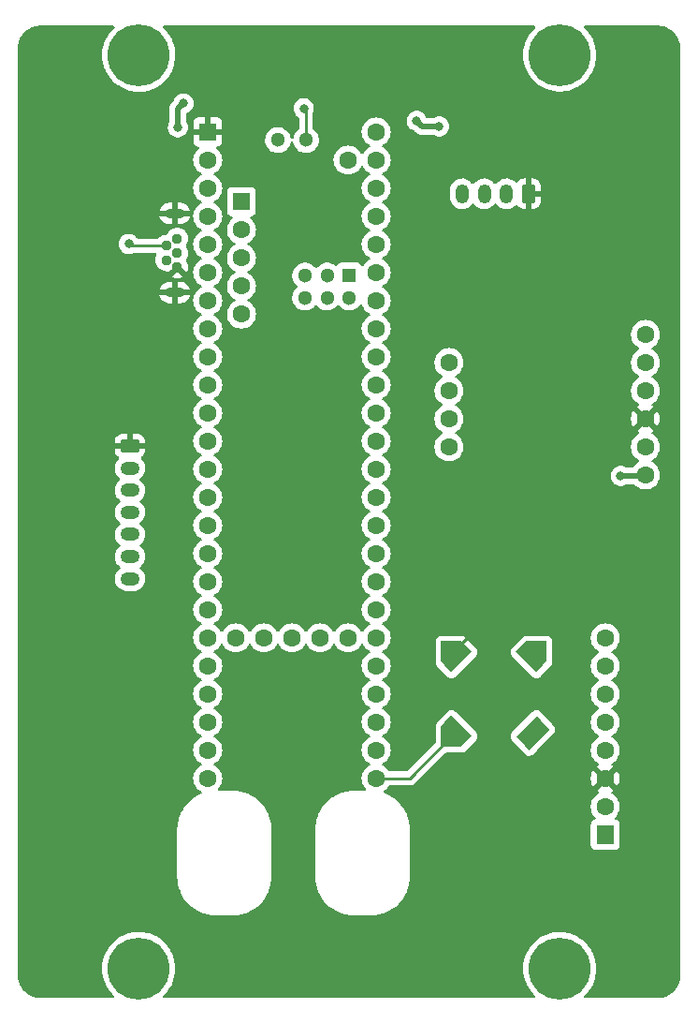
<source format=gbr>
%TF.GenerationSoftware,KiCad,Pcbnew,(6.0.7)*%
%TF.CreationDate,2023-04-01T23:58:30-04:00*%
%TF.ProjectId,board_one_teensy_22,626f6172-645f-46f6-9e65-5f7465656e73,rev?*%
%TF.SameCoordinates,Original*%
%TF.FileFunction,Copper,L2,Bot*%
%TF.FilePolarity,Positive*%
%FSLAX46Y46*%
G04 Gerber Fmt 4.6, Leading zero omitted, Abs format (unit mm)*
G04 Created by KiCad (PCBNEW (6.0.7)) date 2023-04-01 23:58:30*
%MOMM*%
%LPD*%
G01*
G04 APERTURE LIST*
G04 Aperture macros list*
%AMRoundRect*
0 Rectangle with rounded corners*
0 $1 Rounding radius*
0 $2 $3 $4 $5 $6 $7 $8 $9 X,Y pos of 4 corners*
0 Add a 4 corners polygon primitive as box body*
4,1,4,$2,$3,$4,$5,$6,$7,$8,$9,$2,$3,0*
0 Add four circle primitives for the rounded corners*
1,1,$1+$1,$2,$3*
1,1,$1+$1,$4,$5*
1,1,$1+$1,$6,$7*
1,1,$1+$1,$8,$9*
0 Add four rect primitives between the rounded corners*
20,1,$1+$1,$2,$3,$4,$5,0*
20,1,$1+$1,$4,$5,$6,$7,0*
20,1,$1+$1,$6,$7,$8,$9,0*
20,1,$1+$1,$8,$9,$2,$3,0*%
%AMFreePoly0*
4,1,37,0.398023,1.495517,0.398128,1.495556,0.399791,1.494784,0.401455,1.494095,0.401497,1.493993,0.401599,1.493946,1.553680,0.241865,1.554310,0.240145,1.555000,0.238480,1.554957,0.238377,1.554996,0.238272,1.554225,0.236608,1.553535,0.234944,-0.284944,-1.603536,-0.285047,-1.603579,-0.285094,-1.603680,-0.286794,-1.604303,-0.288480,-1.605001,-0.288584,-1.604958,-0.288688,-1.604996,
-0.290327,-1.604236,-0.292016,-1.603536,-0.292059,-1.603432,-0.292159,-1.603386,-1.444239,-0.351306,-1.444858,-0.349617,-1.445561,-0.347920,-1.445518,-0.347816,-1.445556,-0.347712,-1.444796,-0.346073,-1.444096,-0.344384,0.394384,1.494095,0.394487,1.494138,0.394534,1.494239,0.396244,1.494866,0.397920,1.495560,0.398023,1.495517,0.398023,1.495517,$1*%
%AMFreePoly1*
4,1,32,1.153536,1.153536,1.155000,1.150000,1.155000,-0.688480,1.154296,-0.690181,1.153630,-0.691919,0.251550,-1.643999,0.251482,-1.644029,0.251455,-1.644095,0.249776,-1.644791,0.248055,-1.645559,0.247986,-1.645533,0.247920,-1.645560,0.246234,-1.644862,0.244481,-1.644190,0.244451,-1.644123,0.244384,-1.644095,-1.594096,0.194384,-1.594808,0.196102,-1.595559,0.197785,-1.595533,0.197853,
-1.595561,0.197920,-1.594849,0.199638,-1.594190,0.201359,-0.692109,1.153439,-0.692044,1.153468,-0.692016,1.153536,-0.690307,1.154244,-0.688615,1.154999,-0.688546,1.154973,-0.688480,1.155000,1.150000,1.155000,1.153536,1.153536,1.153536,1.153536,$1*%
%AMFreePoly2*
4,1,32,0.688546,1.154973,0.688615,1.154999,0.690313,1.154241,0.692016,1.153536,0.692044,1.153468,0.692110,1.153439,1.594190,0.201359,1.594864,0.199600,1.595560,0.197920,1.595533,0.197854,1.595559,0.197785,1.594794,0.196071,1.594095,0.194384,-0.244384,-1.644096,-0.244452,-1.644124,-0.244481,-1.644190,-0.246202,-1.644849,-0.247920,-1.645561,-0.247987,-1.645533,-0.248055,-1.645559,
-0.249731,-1.644810,-0.251456,-1.644096,-0.251484,-1.644028,-0.251549,-1.643999,-1.153630,-0.691919,-1.154296,-0.690181,-1.155000,-0.688480,-1.155000,1.150000,-1.153536,1.153536,-1.150000,1.155000,0.688480,1.155000,0.688546,1.154973,0.688546,1.154973,$1*%
%AMFreePoly3*
4,1,32,-0.246202,1.644849,-0.244481,1.644190,-0.244452,1.644124,-0.244384,1.644096,1.594095,-0.194384,1.594794,-0.196071,1.595559,-0.197785,1.595533,-0.197854,1.595560,-0.197920,1.594864,-0.199600,1.594190,-0.201359,0.692110,-1.153439,0.692044,-1.153468,0.692016,-1.153536,0.690313,-1.154241,0.688615,-1.154999,0.688546,-1.154973,0.688480,-1.155000,-1.150000,-1.155000,-1.153536,-1.153536,
-1.155000,-1.150000,-1.155000,0.688480,-1.154296,0.690181,-1.153630,0.691919,-0.251549,1.643999,-0.251484,1.644028,-0.251456,1.644096,-0.249731,1.644810,-0.248055,1.645559,-0.247987,1.645533,-0.247920,1.645561,-0.246202,1.644849,-0.246202,1.644849,$1*%
G04 Aperture macros list end*
%TA.AperFunction,ComponentPad*%
%ADD10R,1.600000X1.780000*%
%TD*%
%TA.AperFunction,ComponentPad*%
%ADD11C,1.600000*%
%TD*%
%TA.AperFunction,ComponentPad*%
%ADD12C,3.600000*%
%TD*%
%TA.AperFunction,ConnectorPad*%
%ADD13C,5.600000*%
%TD*%
%TA.AperFunction,ComponentPad*%
%ADD14RoundRect,0.250000X-0.625000X0.350000X-0.625000X-0.350000X0.625000X-0.350000X0.625000X0.350000X0*%
%TD*%
%TA.AperFunction,ComponentPad*%
%ADD15O,1.750000X1.200000*%
%TD*%
%TA.AperFunction,ComponentPad*%
%ADD16C,0.958000*%
%TD*%
%TA.AperFunction,ComponentPad*%
%ADD17O,1.816000X0.908000*%
%TD*%
%TA.AperFunction,ComponentPad*%
%ADD18R,1.600000X1.600000*%
%TD*%
%TA.AperFunction,ComponentPad*%
%ADD19R,1.300000X1.300000*%
%TD*%
%TA.AperFunction,ComponentPad*%
%ADD20C,1.300000*%
%TD*%
%TA.AperFunction,ComponentPad*%
%ADD21RoundRect,0.250000X0.350000X0.625000X-0.350000X0.625000X-0.350000X-0.625000X0.350000X-0.625000X0*%
%TD*%
%TA.AperFunction,ComponentPad*%
%ADD22O,1.200000X1.750000*%
%TD*%
%TA.AperFunction,SMDPad,CuDef*%
%ADD23FreePoly0,0.000000*%
%TD*%
%TA.AperFunction,SMDPad,CuDef*%
%ADD24FreePoly1,0.000000*%
%TD*%
%TA.AperFunction,SMDPad,CuDef*%
%ADD25FreePoly2,0.000000*%
%TD*%
%TA.AperFunction,SMDPad,CuDef*%
%ADD26FreePoly3,0.000000*%
%TD*%
%TA.AperFunction,ViaPad*%
%ADD27C,0.800000*%
%TD*%
%TA.AperFunction,Conductor*%
%ADD28C,0.508000*%
%TD*%
%TA.AperFunction,Conductor*%
%ADD29C,0.203200*%
%TD*%
%TA.AperFunction,Conductor*%
%ADD30C,0.250000*%
%TD*%
G04 APERTURE END LIST*
D10*
%TO.P,U3,1,VIN*%
%TO.N,/3.3V*%
X160830000Y-123700000D03*
D11*
%TO.P,U3,2,3VO*%
%TO.N,unconnected-(U3-Pad2)*%
X160830000Y-121160000D03*
%TO.P,U3,3,GND*%
%TO.N,GND*%
X160830000Y-118620000D03*
%TO.P,U3,4,SCK/SCL*%
%TO.N,/SCL 0*%
X160830000Y-116080000D03*
%TO.P,U3,5,SDO/ADR*%
%TO.N,unconnected-(U3-Pad5)*%
X160830000Y-113540000D03*
%TO.P,U3,6,SDI/SDA*%
%TO.N,/SDA 0*%
X160830000Y-111000000D03*
%TO.P,U3,7,~{CS}*%
%TO.N,unconnected-(U3-Pad7)*%
X160830000Y-108460000D03*
%TO.P,U3,8,INT*%
%TO.N,unconnected-(U3-Pad8)*%
X160830000Y-105920000D03*
%TD*%
D12*
%TO.P,H1,1,1*%
%TO.N,unconnected-(H1-Pad1)*%
X118614971Y-53255682D03*
D13*
X118614971Y-53255682D03*
%TD*%
D14*
%TO.P,J2,1,Pin_1*%
%TO.N,GND*%
X117820000Y-88560000D03*
D15*
%TO.P,J2,2,Pin_2*%
%TO.N,/V_BATT*%
X117820000Y-90560000D03*
%TO.P,J2,3,Pin_3*%
%TO.N,/PYRO 1*%
X117820000Y-92560000D03*
%TO.P,J2,4,Pin_4*%
%TO.N,/PYRO 2*%
X117820000Y-94560000D03*
%TO.P,J2,5,Pin_5*%
%TO.N,/ARM*%
X117820000Y-96560000D03*
%TO.P,J2,6,Pin_6*%
%TO.N,/CONT 1*%
X117820000Y-98560000D03*
%TO.P,J2,7,Pin_7*%
%TO.N,/CONT 2*%
X117820000Y-100560000D03*
%TD*%
D12*
%TO.P,H4,1*%
%TO.N,N/C*%
X118603304Y-135797904D03*
D13*
X118603304Y-135797904D03*
%TD*%
D12*
%TO.P,H3,1*%
%TO.N,N/C*%
X156706146Y-53242782D03*
D13*
X156706146Y-53242782D03*
%TD*%
D11*
%TO.P,U2,1,VIN*%
%TO.N,/3.3V*%
X164470000Y-91190000D03*
%TO.P,U2,2,3VO*%
%TO.N,unconnected-(U2-Pad2)*%
X164470000Y-88650000D03*
%TO.P,U2,3,GND*%
%TO.N,GND*%
X164470000Y-86110000D03*
%TO.P,U2,4,SDA*%
%TO.N,/SDA 0*%
X164470000Y-83570000D03*
%TO.P,U2,5,SCL*%
%TO.N,/SCL 0*%
X164470000Y-81030000D03*
%TO.P,U2,6,RST*%
%TO.N,unconnected-(U2-Pad6)*%
X164470000Y-78490000D03*
%TO.P,U2,7,ADR*%
%TO.N,unconnected-(U2-Pad7)*%
X146690000Y-81030000D03*
%TO.P,U2,8,INT*%
%TO.N,unconnected-(U2-Pad8)*%
X146690000Y-83570000D03*
%TO.P,U2,9,PS1*%
%TO.N,unconnected-(U2-Pad9)*%
X146690000Y-86110000D03*
%TO.P,U2,10,PS0*%
%TO.N,unconnected-(U2-Pad10)*%
X146690000Y-88650000D03*
%TD*%
D16*
%TO.P,J3,1,VCC*%
%TO.N,/V_USB*%
X122092500Y-69830000D03*
%TO.P,J3,2,D-*%
%TO.N,Net-(J3-Pad2)*%
X121092500Y-70480000D03*
%TO.P,J3,3,D+*%
%TO.N,Net-(J3-Pad3)*%
X122092500Y-71130000D03*
%TO.P,J3,4,ID*%
%TO.N,unconnected-(J3-Pad4)*%
X121092500Y-71780000D03*
%TO.P,J3,5,GND*%
%TO.N,GND*%
X122092500Y-72430000D03*
D17*
%TO.P,J3,S1,SHIELD*%
X121872500Y-67555000D03*
%TO.P,J3,S2,SHIELD*%
X121872500Y-74705000D03*
%TD*%
D12*
%TO.P,H2,1*%
%TO.N,N/C*%
X156701211Y-135804448D03*
D13*
X156701211Y-135804448D03*
%TD*%
D18*
%TO.P,U1,1,GND*%
%TO.N,GND*%
X124855000Y-60190000D03*
D11*
%TO.P,U1,2,0_RX1_CRX2_CS1*%
%TO.N,unconnected-(U1-Pad2)*%
X124855000Y-62730000D03*
%TO.P,U1,3,1_TX1_CTX2_MISO1*%
%TO.N,unconnected-(U1-Pad3)*%
X124855000Y-65270000D03*
%TO.P,U1,4,2_OUT2*%
%TO.N,unconnected-(U1-Pad4)*%
X124855000Y-67810000D03*
%TO.P,U1,5,3_LRCLK2*%
%TO.N,unconnected-(U1-Pad5)*%
X124855000Y-70350000D03*
%TO.P,U1,6,4_BCLK2*%
%TO.N,unconnected-(U1-Pad6)*%
X124855000Y-72890000D03*
%TO.P,U1,7,5_IN2*%
%TO.N,unconnected-(U1-Pad7)*%
X124855000Y-75430000D03*
%TO.P,U1,8,6_OUT1D*%
%TO.N,unconnected-(U1-Pad8)*%
X124855000Y-77970000D03*
%TO.P,U1,9,7_RX2_OUT1A*%
%TO.N,unconnected-(U1-Pad9)*%
X124855000Y-80510000D03*
%TO.P,U1,10,8_TX2_IN1*%
%TO.N,unconnected-(U1-Pad10)*%
X124855000Y-83050000D03*
%TO.P,U1,11,9_OUT1C*%
%TO.N,unconnected-(U1-Pad11)*%
X124855000Y-85590000D03*
%TO.P,U1,12,10_CS_MQSR*%
%TO.N,unconnected-(U1-Pad12)*%
X124855000Y-88130000D03*
%TO.P,U1,13,11_MOSI_CTX1*%
%TO.N,unconnected-(U1-Pad13)*%
X124855000Y-90670000D03*
%TO.P,U1,14,12_MISO_MQSL*%
%TO.N,unconnected-(U1-Pad14)*%
X124855000Y-93210000D03*
%TO.P,U1,15,3V3*%
%TO.N,/3.3V*%
X124855000Y-95750000D03*
%TO.P,U1,16,24_A10_TX6_SCL2*%
%TO.N,/PYRO 1*%
X124855000Y-98290000D03*
%TO.P,U1,17,25_A11_RX6_SDA2*%
%TO.N,/PYRO 2*%
X124855000Y-100830000D03*
%TO.P,U1,18,26_A12_MOSI1*%
%TO.N,/ARM*%
X124855000Y-103370000D03*
%TO.P,U1,19,27_A13_SCK1*%
%TO.N,unconnected-(U1-Pad19)*%
X124855000Y-105910000D03*
%TO.P,U1,20,28_RX7*%
%TO.N,unconnected-(U1-Pad20)*%
X124855000Y-108450000D03*
%TO.P,U1,21,29_TX7*%
%TO.N,unconnected-(U1-Pad21)*%
X124855000Y-110990000D03*
%TO.P,U1,22,30_CRX3*%
%TO.N,unconnected-(U1-Pad22)*%
X124855000Y-113530000D03*
%TO.P,U1,23,31_CTX3*%
%TO.N,unconnected-(U1-Pad23)*%
X124855000Y-116070000D03*
%TO.P,U1,24,32_OUT1B*%
%TO.N,unconnected-(U1-Pad24)*%
X124855000Y-118610000D03*
%TO.P,U1,25,33_MCLK2*%
%TO.N,/BUZZER*%
X140095000Y-118610000D03*
%TO.P,U1,26,34_RX8*%
%TO.N,/NEOPIXEL*%
X140095000Y-116070000D03*
%TO.P,U1,27,35_TX8*%
%TO.N,unconnected-(U1-Pad27)*%
X140095000Y-113530000D03*
%TO.P,U1,28,36_CS*%
%TO.N,unconnected-(U1-Pad28)*%
X140095000Y-110990000D03*
%TO.P,U1,29,37_CS*%
%TO.N,unconnected-(U1-Pad29)*%
X140095000Y-108450000D03*
%TO.P,U1,30,38_CS1_IN1*%
%TO.N,unconnected-(U1-Pad30)*%
X140095000Y-105910000D03*
%TO.P,U1,31,39_MISO1_OUT1A*%
%TO.N,unconnected-(U1-Pad31)*%
X140095000Y-103370000D03*
%TO.P,U1,32,40_A16*%
%TO.N,/CONT 2*%
X140095000Y-100830000D03*
%TO.P,U1,33,41_A17*%
%TO.N,/CONT 1*%
X140095000Y-98290000D03*
%TO.P,U1,34,GND*%
%TO.N,unconnected-(U1-Pad34)*%
X140095000Y-95750000D03*
%TO.P,U1,35,13_SCK_LED*%
%TO.N,unconnected-(U1-Pad35)*%
X140095000Y-93210000D03*
%TO.P,U1,36,14_A0_TX3_SPDIF_OUT*%
%TO.N,unconnected-(U1-Pad36)*%
X140095000Y-90670000D03*
%TO.P,U1,37,15_A1_RX3_SPDIF_IN*%
%TO.N,unconnected-(U1-Pad37)*%
X140095000Y-88130000D03*
%TO.P,U1,38,16_A2_RX4_SCL1*%
%TO.N,unconnected-(U1-Pad38)*%
X140095000Y-85590000D03*
%TO.P,U1,39,17_A3_TX4_SDA1*%
%TO.N,unconnected-(U1-Pad39)*%
X140095000Y-83050000D03*
%TO.P,U1,40,18_A4_SDA*%
%TO.N,/SDA 0*%
X140095000Y-80510000D03*
%TO.P,U1,41,19_A5_SCL*%
%TO.N,/SCL 0*%
X140095000Y-77970000D03*
%TO.P,U1,42,20_A6_TX5_LRCLK1*%
%TO.N,/TX 0*%
X140095000Y-75430000D03*
%TO.P,U1,43,21_A7_RX5_BCLK1*%
%TO.N,/RX 0*%
X140095000Y-72890000D03*
%TO.P,U1,44,22_A8_CTX1*%
%TO.N,Net-(R4-Pad2)*%
X140095000Y-70350000D03*
%TO.P,U1,45,23_A9_CRX1_MCLK1*%
%TO.N,unconnected-(U1-Pad45)*%
X140095000Y-67810000D03*
%TO.P,U1,46,3V3*%
%TO.N,unconnected-(U1-Pad46)*%
X140095000Y-65270000D03*
%TO.P,U1,47,GND*%
%TO.N,unconnected-(U1-Pad47)*%
X140095000Y-62730000D03*
%TO.P,U1,48,VIN*%
%TO.N,/VIN*%
X140095000Y-60190000D03*
%TO.P,U1,49,VUSB*%
%TO.N,unconnected-(U1-Pad49)*%
X137555000Y-62730000D03*
%TO.P,U1,50,VBAT*%
%TO.N,unconnected-(U1-Pad50)*%
X127395000Y-105910000D03*
%TO.P,U1,51,3V3*%
%TO.N,unconnected-(U1-Pad51)*%
X129935000Y-105910000D03*
%TO.P,U1,52,GND*%
%TO.N,unconnected-(U1-Pad52)*%
X132475000Y-105910000D03*
%TO.P,U1,53,PROGRAM*%
%TO.N,unconnected-(U1-Pad53)*%
X135015000Y-105910000D03*
%TO.P,U1,54,ON_OFF*%
%TO.N,unconnected-(U1-Pad54)*%
X137555000Y-105910000D03*
D18*
%TO.P,U1,55,5V*%
%TO.N,unconnected-(U1-Pad55)*%
X127905800Y-66489200D03*
D11*
%TO.P,U1,56,D-*%
%TO.N,unconnected-(U1-Pad56)*%
X127905800Y-69029200D03*
%TO.P,U1,57,D+*%
%TO.N,unconnected-(U1-Pad57)*%
X127905800Y-71569200D03*
%TO.P,U1,58,GND*%
%TO.N,unconnected-(U1-Pad58)*%
X127905800Y-74109200D03*
%TO.P,U1,59,GND*%
%TO.N,unconnected-(U1-Pad59)*%
X127905800Y-76649200D03*
D19*
%TO.P,U1,60,R+*%
%TO.N,unconnected-(U1-Pad60)*%
X137656600Y-73160000D03*
D20*
%TO.P,U1,61,LED*%
%TO.N,unconnected-(U1-Pad61)*%
X135656600Y-73160000D03*
%TO.P,U1,62,T-*%
%TO.N,unconnected-(U1-Pad62)*%
X133656600Y-73160000D03*
%TO.P,U1,63,T+*%
%TO.N,unconnected-(U1-Pad63)*%
X133656600Y-75160000D03*
%TO.P,U1,64,GND*%
%TO.N,unconnected-(U1-Pad64)*%
X135656600Y-75160000D03*
%TO.P,U1,65,R-*%
%TO.N,unconnected-(U1-Pad65)*%
X137656600Y-75160000D03*
%TO.P,U1,66,D-*%
%TO.N,Net-(J3-Pad2)*%
X133745000Y-60920000D03*
%TO.P,U1,67,D+*%
%TO.N,Net-(J3-Pad3)*%
X131205000Y-60920000D03*
%TD*%
D21*
%TO.P,J1,1,Pin_1*%
%TO.N,GND*%
X153880000Y-65780000D03*
D22*
%TO.P,J1,2,Pin_2*%
%TO.N,/V_BATT*%
X151880000Y-65780000D03*
%TO.P,J1,3,Pin_3*%
%TO.N,/TX 0*%
X149880000Y-65780000D03*
%TO.P,J1,4,Pin_4*%
%TO.N,/RX 0*%
X147880000Y-65780000D03*
%TD*%
D23*
%TO.P,LS1,2*%
%TO.N,N/C*%
X154208250Y-114452000D03*
D24*
%TO.P,LS1,4*%
X154358250Y-107402000D03*
D25*
%TO.P,LS1,N*%
%TO.N,GND*%
X147158250Y-107402000D03*
D26*
%TO.P,LS1,P*%
%TO.N,/BUZZER*%
X147158250Y-114602000D03*
%TD*%
D27*
%TO.N,/V_BATT*%
X145796000Y-59690000D03*
X143764000Y-59182000D03*
%TO.N,GND*%
X120853200Y-108813600D03*
X144272000Y-65786000D03*
X119420700Y-74676000D03*
X155670000Y-68800000D03*
X121666000Y-66040000D03*
%TO.N,/3.3V*%
X162220000Y-91270000D03*
%TO.N,/V_USB*%
X122150000Y-59773500D03*
X122660000Y-57605500D03*
%TO.N,Net-(J3-Pad2)*%
X133546500Y-58066500D03*
X117713700Y-70320000D03*
%TD*%
D28*
%TO.N,/V_BATT*%
X144272000Y-59690000D02*
X145796000Y-59690000D01*
X143764000Y-59182000D02*
X144272000Y-59690000D01*
D29*
%TO.N,GND*%
X119420700Y-74676000D02*
X119380000Y-74716700D01*
D30*
X147158250Y-107095750D02*
X149860000Y-104394000D01*
X147158250Y-107402000D02*
X147158250Y-107095750D01*
%TO.N,/BUZZER*%
X147158250Y-114602000D02*
X143150250Y-118610000D01*
X143150250Y-118610000D02*
X140095000Y-118610000D01*
D28*
%TO.N,/3.3V*%
X162220000Y-91270000D02*
X164390000Y-91270000D01*
X164390000Y-91270000D02*
X164470000Y-91190000D01*
%TO.N,/V_USB*%
X122150000Y-59773500D02*
X122150000Y-58115500D01*
X122150000Y-58115500D02*
X122660000Y-57605500D01*
D30*
%TO.N,Net-(J3-Pad2)*%
X133745000Y-60920000D02*
X133745000Y-58265000D01*
X117713700Y-70320000D02*
X117873700Y-70480000D01*
X133745000Y-58265000D02*
X133546500Y-58066500D01*
X117873700Y-70480000D02*
X121092500Y-70480000D01*
%TD*%
%TA.AperFunction,Conductor*%
%TO.N,GND*%
G36*
X116377135Y-50603502D02*
G01*
X116423628Y-50657158D01*
X116433732Y-50727432D01*
X116404238Y-50792012D01*
X116395430Y-50801195D01*
X116215530Y-50970725D01*
X115982790Y-51243228D01*
X115980871Y-51246040D01*
X115980868Y-51246045D01*
X115894883Y-51372095D01*
X115780842Y-51539273D01*
X115612048Y-51855396D01*
X115478382Y-52187900D01*
X115477462Y-52191174D01*
X115477460Y-52191179D01*
X115432864Y-52349836D01*
X115381408Y-52532895D01*
X115380846Y-52536252D01*
X115380846Y-52536253D01*
X115323850Y-52876852D01*
X115322261Y-52886345D01*
X115301632Y-53244116D01*
X115301804Y-53247511D01*
X115301804Y-53247512D01*
X115319280Y-53592483D01*
X115319763Y-53602022D01*
X115320300Y-53605377D01*
X115320301Y-53605383D01*
X115325287Y-53636510D01*
X115376441Y-53955877D01*
X115471004Y-54301541D01*
X115482659Y-54331128D01*
X115597264Y-54622070D01*
X115602345Y-54634970D01*
X115633122Y-54693591D01*
X115763646Y-54942203D01*
X115768928Y-54952264D01*
X115770829Y-54955093D01*
X115770835Y-54955103D01*
X115954540Y-55228482D01*
X115968805Y-55249711D01*
X116199636Y-55523832D01*
X116458722Y-55771420D01*
X116743032Y-55989579D01*
X116775027Y-56009032D01*
X117046326Y-56173985D01*
X117046331Y-56173988D01*
X117049241Y-56175757D01*
X117052329Y-56177203D01*
X117052328Y-56177203D01*
X117370681Y-56326331D01*
X117370691Y-56326335D01*
X117373765Y-56327775D01*
X117376983Y-56328877D01*
X117376986Y-56328878D01*
X117709586Y-56442753D01*
X117709594Y-56442755D01*
X117712809Y-56443856D01*
X118062406Y-56522641D01*
X118114699Y-56528599D01*
X118415085Y-56562824D01*
X118415093Y-56562824D01*
X118418468Y-56563209D01*
X118421872Y-56563227D01*
X118421875Y-56563227D01*
X118616198Y-56564244D01*
X118776828Y-56565085D01*
X118780214Y-56564735D01*
X118780216Y-56564735D01*
X119129903Y-56528599D01*
X119129912Y-56528598D01*
X119133295Y-56528248D01*
X119136628Y-56527534D01*
X119136631Y-56527533D01*
X119309157Y-56490546D01*
X119483698Y-56453128D01*
X119823939Y-56340604D01*
X120150037Y-56191993D01*
X120244023Y-56136188D01*
X120455233Y-56010781D01*
X120455238Y-56010778D01*
X120458178Y-56009032D01*
X120498906Y-55978453D01*
X120556066Y-55935536D01*
X120744757Y-55793862D01*
X121006422Y-55549001D01*
X121240111Y-55277312D01*
X121346721Y-55122194D01*
X121441161Y-54984783D01*
X121441166Y-54984776D01*
X121443091Y-54981974D01*
X121444703Y-54978980D01*
X121444708Y-54978972D01*
X121611366Y-54669454D01*
X121612988Y-54666442D01*
X121747813Y-54334406D01*
X121752422Y-54318228D01*
X121778498Y-54226688D01*
X121845991Y-53989752D01*
X121906372Y-53636510D01*
X121906957Y-53626957D01*
X121928139Y-53280610D01*
X121928249Y-53278813D01*
X121928294Y-53265913D01*
X121928324Y-53257501D01*
X121928324Y-53257488D01*
X121928330Y-53255682D01*
X121908950Y-52897841D01*
X121851037Y-52544187D01*
X121755268Y-52198855D01*
X121752214Y-52191179D01*
X121624023Y-51869051D01*
X121622764Y-51865887D01*
X121519931Y-51671669D01*
X121456673Y-51552195D01*
X121456669Y-51552188D01*
X121455074Y-51549176D01*
X121254161Y-51252428D01*
X121022374Y-50979114D01*
X121002672Y-50960417D01*
X120834572Y-50800897D01*
X120798928Y-50739497D01*
X120802137Y-50668573D01*
X120843181Y-50610643D01*
X120909029Y-50584099D01*
X120921305Y-50583500D01*
X154386499Y-50583500D01*
X154454620Y-50603502D01*
X154501113Y-50657158D01*
X154511217Y-50727432D01*
X154481723Y-50792012D01*
X154472912Y-50801199D01*
X154309190Y-50955483D01*
X154306705Y-50957825D01*
X154304493Y-50960415D01*
X154304491Y-50960417D01*
X154290525Y-50976769D01*
X154073965Y-51230328D01*
X154072046Y-51233140D01*
X154072043Y-51233145D01*
X154058889Y-51252428D01*
X153872017Y-51526373D01*
X153703223Y-51842496D01*
X153569557Y-52175000D01*
X153568637Y-52178274D01*
X153568635Y-52178279D01*
X153520413Y-52349836D01*
X153472583Y-52519995D01*
X153472021Y-52523352D01*
X153472021Y-52523353D01*
X153455871Y-52619865D01*
X153413436Y-52873445D01*
X153392807Y-53231216D01*
X153392979Y-53234611D01*
X153392979Y-53234612D01*
X153393955Y-53253876D01*
X153410938Y-53589122D01*
X153411475Y-53592477D01*
X153411476Y-53592483D01*
X153416462Y-53623610D01*
X153467616Y-53942977D01*
X153562179Y-54288641D01*
X153693520Y-54622070D01*
X153860103Y-54939364D01*
X153862004Y-54942193D01*
X153862010Y-54942203D01*
X153890623Y-54984783D01*
X154059980Y-55236811D01*
X154290811Y-55510932D01*
X154549897Y-55758520D01*
X154834207Y-55976679D01*
X154866202Y-55996132D01*
X155137501Y-56161085D01*
X155137506Y-56161088D01*
X155140416Y-56162857D01*
X155143504Y-56164303D01*
X155143503Y-56164303D01*
X155461856Y-56313431D01*
X155461866Y-56313435D01*
X155464940Y-56314875D01*
X155468158Y-56315977D01*
X155468161Y-56315978D01*
X155800761Y-56429853D01*
X155800769Y-56429855D01*
X155803984Y-56430956D01*
X156153581Y-56509741D01*
X156205874Y-56515699D01*
X156506260Y-56549924D01*
X156506268Y-56549924D01*
X156509643Y-56550309D01*
X156513047Y-56550327D01*
X156513050Y-56550327D01*
X156707373Y-56551344D01*
X156868003Y-56552185D01*
X156871389Y-56551835D01*
X156871391Y-56551835D01*
X157221078Y-56515699D01*
X157221087Y-56515698D01*
X157224470Y-56515348D01*
X157227803Y-56514634D01*
X157227806Y-56514633D01*
X157400332Y-56477646D01*
X157574873Y-56440228D01*
X157915114Y-56327704D01*
X158241212Y-56179093D01*
X158335198Y-56123288D01*
X158546408Y-55997881D01*
X158546413Y-55997878D01*
X158549353Y-55996132D01*
X158560853Y-55987498D01*
X158816028Y-55795906D01*
X158835932Y-55780962D01*
X159097597Y-55536101D01*
X159331286Y-55264412D01*
X159523470Y-54984783D01*
X159532336Y-54971883D01*
X159532341Y-54971876D01*
X159534266Y-54969074D01*
X159535878Y-54966080D01*
X159535883Y-54966072D01*
X159702541Y-54656554D01*
X159704163Y-54653542D01*
X159838988Y-54321506D01*
X159849288Y-54285350D01*
X159869673Y-54213788D01*
X159937166Y-53976852D01*
X159997547Y-53623610D01*
X159998868Y-53602022D01*
X160019314Y-53267710D01*
X160019424Y-53265913D01*
X160019466Y-53253876D01*
X160019499Y-53244601D01*
X160019499Y-53244588D01*
X160019505Y-53242782D01*
X160000125Y-52884941D01*
X159942212Y-52531287D01*
X159846443Y-52185955D01*
X159843389Y-52178279D01*
X159720332Y-51869051D01*
X159713939Y-51852987D01*
X159617936Y-51671669D01*
X159547848Y-51539295D01*
X159547844Y-51539288D01*
X159546249Y-51536276D01*
X159345336Y-51239528D01*
X159113549Y-50966214D01*
X158939341Y-50800897D01*
X158903697Y-50739497D01*
X158906906Y-50668573D01*
X158947950Y-50610643D01*
X159013798Y-50584099D01*
X159026074Y-50583500D01*
X165550633Y-50583500D01*
X165570018Y-50585000D01*
X165584851Y-50587310D01*
X165584855Y-50587310D01*
X165593724Y-50588691D01*
X165602626Y-50587527D01*
X165602629Y-50587527D01*
X165610012Y-50586561D01*
X165634591Y-50585767D01*
X165661442Y-50587527D01*
X165856922Y-50600340D01*
X165873262Y-50602491D01*
X165995477Y-50626801D01*
X166117696Y-50651112D01*
X166133606Y-50655375D01*
X166360609Y-50732432D01*
X166369600Y-50735484D01*
X166384826Y-50741791D01*
X166608342Y-50852016D01*
X166622616Y-50860257D01*
X166829829Y-50998713D01*
X166842905Y-51008746D01*
X167030278Y-51173068D01*
X167041932Y-51184722D01*
X167206254Y-51372095D01*
X167216287Y-51385171D01*
X167354743Y-51592384D01*
X167362984Y-51606658D01*
X167473209Y-51830174D01*
X167479515Y-51845398D01*
X167559625Y-52081394D01*
X167563888Y-52097304D01*
X167581280Y-52184739D01*
X167612509Y-52341738D01*
X167614660Y-52358078D01*
X167628763Y-52573236D01*
X167627733Y-52596350D01*
X167627690Y-52599854D01*
X167626309Y-52608724D01*
X167627473Y-52617626D01*
X167627473Y-52617628D01*
X167630436Y-52640283D01*
X167631500Y-52656621D01*
X167631500Y-136385633D01*
X167630000Y-136405018D01*
X167627690Y-136419851D01*
X167627690Y-136419855D01*
X167626309Y-136428724D01*
X167627473Y-136437626D01*
X167627473Y-136437629D01*
X167628439Y-136445012D01*
X167629233Y-136469591D01*
X167614660Y-136691922D01*
X167612509Y-136708262D01*
X167578370Y-136879894D01*
X167563889Y-136952693D01*
X167559625Y-136968606D01*
X167525312Y-137069689D01*
X167479516Y-137204600D01*
X167473209Y-137219826D01*
X167362984Y-137443342D01*
X167354743Y-137457616D01*
X167216287Y-137664829D01*
X167206254Y-137677905D01*
X167041932Y-137865278D01*
X167030278Y-137876932D01*
X166842905Y-138041254D01*
X166829829Y-138051287D01*
X166622616Y-138189743D01*
X166608342Y-138197984D01*
X166384826Y-138308209D01*
X166369602Y-138314515D01*
X166133606Y-138394625D01*
X166117696Y-138398888D01*
X165995478Y-138423199D01*
X165873262Y-138447509D01*
X165856922Y-138449660D01*
X165708134Y-138459413D01*
X165641763Y-138463763D01*
X165618650Y-138462733D01*
X165615146Y-138462690D01*
X165606276Y-138461309D01*
X165597374Y-138462473D01*
X165597372Y-138462473D01*
X165583915Y-138464233D01*
X165574714Y-138465436D01*
X165558379Y-138466500D01*
X159017678Y-138466500D01*
X158949557Y-138446498D01*
X158903064Y-138392842D01*
X158892960Y-138322568D01*
X158922454Y-138257988D01*
X158931586Y-138248499D01*
X158994374Y-138189743D01*
X159092662Y-138097767D01*
X159326351Y-137826078D01*
X159437174Y-137664829D01*
X159527401Y-137533549D01*
X159527406Y-137533542D01*
X159529331Y-137530740D01*
X159530943Y-137527746D01*
X159530948Y-137527738D01*
X159697606Y-137218220D01*
X159699228Y-137215208D01*
X159834053Y-136883172D01*
X159844353Y-136847016D01*
X159883878Y-136708262D01*
X159932231Y-136538518D01*
X159992612Y-136185276D01*
X159993013Y-136178732D01*
X160014379Y-135829376D01*
X160014489Y-135827579D01*
X160014570Y-135804448D01*
X159995190Y-135446607D01*
X159937277Y-135092953D01*
X159841508Y-134747621D01*
X159840215Y-134744370D01*
X159710263Y-134417817D01*
X159709004Y-134414653D01*
X159678979Y-134357946D01*
X159542913Y-134100961D01*
X159542909Y-134100954D01*
X159541314Y-134097942D01*
X159340401Y-133801194D01*
X159337247Y-133797474D01*
X159244717Y-133688367D01*
X159108614Y-133527880D01*
X158848665Y-133281198D01*
X158563595Y-133064033D01*
X158560683Y-133062276D01*
X158560678Y-133062273D01*
X158259654Y-132880684D01*
X158259648Y-132880681D01*
X158256739Y-132878926D01*
X157931686Y-132728041D01*
X157761962Y-132670593D01*
X157595466Y-132614237D01*
X157595461Y-132614236D01*
X157592239Y-132613145D01*
X157393892Y-132569172D01*
X157245704Y-132536319D01*
X157245698Y-132536318D01*
X157242369Y-132535580D01*
X157238980Y-132535206D01*
X157238975Y-132535205D01*
X156889549Y-132496628D01*
X156889544Y-132496628D01*
X156886168Y-132496255D01*
X156882769Y-132496249D01*
X156882768Y-132496249D01*
X156713291Y-132495953D01*
X156527803Y-132495630D01*
X156414624Y-132507725D01*
X156174850Y-132533349D01*
X156174842Y-132533350D01*
X156171467Y-132533711D01*
X155821328Y-132610054D01*
X155481482Y-132723765D01*
X155478389Y-132725187D01*
X155478388Y-132725188D01*
X155472185Y-132728041D01*
X155155905Y-132873514D01*
X155152971Y-132875270D01*
X155152969Y-132875271D01*
X154862271Y-133049250D01*
X154848404Y-133057549D01*
X154845678Y-133059611D01*
X154845676Y-133059612D01*
X154568129Y-133269520D01*
X154562578Y-133273718D01*
X154560093Y-133276060D01*
X154560088Y-133276064D01*
X154556824Y-133279140D01*
X154301770Y-133519491D01*
X154069030Y-133791994D01*
X154067111Y-133794806D01*
X154067108Y-133794811D01*
X153973835Y-133931545D01*
X153867082Y-134088039D01*
X153698288Y-134404162D01*
X153564622Y-134736666D01*
X153563702Y-134739940D01*
X153563700Y-134739945D01*
X153470409Y-135071839D01*
X153467648Y-135081661D01*
X153408501Y-135435111D01*
X153387872Y-135792882D01*
X153388044Y-135796277D01*
X153388044Y-135796278D01*
X153405671Y-136144244D01*
X153406003Y-136150788D01*
X153406540Y-136154143D01*
X153406541Y-136154149D01*
X153411015Y-136182079D01*
X153462681Y-136504643D01*
X153557244Y-136850307D01*
X153688585Y-137183736D01*
X153707533Y-137219826D01*
X153853223Y-137497325D01*
X153855168Y-137501030D01*
X153857069Y-137503859D01*
X153857075Y-137503869D01*
X154040780Y-137777248D01*
X154055045Y-137798477D01*
X154285876Y-138072598D01*
X154417085Y-138197984D01*
X154470895Y-138249406D01*
X154506325Y-138310930D01*
X154502868Y-138381843D01*
X154461622Y-138439629D01*
X154395682Y-138465943D01*
X154383844Y-138466500D01*
X120912778Y-138466500D01*
X120844657Y-138446498D01*
X120798164Y-138392842D01*
X120788060Y-138322568D01*
X120817554Y-138257988D01*
X120826686Y-138248500D01*
X120992263Y-138093556D01*
X120992273Y-138093546D01*
X120994755Y-138091223D01*
X121228444Y-137819534D01*
X121424996Y-137533549D01*
X121429494Y-137527005D01*
X121429499Y-137526998D01*
X121431424Y-137524196D01*
X121433036Y-137521202D01*
X121433041Y-137521194D01*
X121595311Y-137219826D01*
X121601321Y-137208664D01*
X121705259Y-136952693D01*
X121734866Y-136879781D01*
X121734868Y-136879776D01*
X121736146Y-136876628D01*
X121746446Y-136840472D01*
X121831526Y-136541795D01*
X121834324Y-136531974D01*
X121845645Y-136465745D01*
X121894133Y-136182079D01*
X121894133Y-136182077D01*
X121894705Y-136178732D01*
X121896415Y-136150788D01*
X121916472Y-135822832D01*
X121916582Y-135821035D01*
X121916640Y-135804448D01*
X121916657Y-135799723D01*
X121916657Y-135799710D01*
X121916663Y-135797904D01*
X121897283Y-135440063D01*
X121839370Y-135086409D01*
X121743601Y-134741077D01*
X121740547Y-134733401D01*
X121612356Y-134411273D01*
X121611097Y-134408109D01*
X121581072Y-134351402D01*
X121445006Y-134094417D01*
X121445002Y-134094410D01*
X121443407Y-134091398D01*
X121242494Y-133794650D01*
X121010707Y-133521336D01*
X120750758Y-133274654D01*
X120465688Y-133057489D01*
X120462776Y-133055732D01*
X120462771Y-133055729D01*
X120161747Y-132874140D01*
X120161741Y-132874137D01*
X120158832Y-132872382D01*
X119847877Y-132728041D01*
X119836875Y-132722934D01*
X119836873Y-132722933D01*
X119833779Y-132721497D01*
X119516892Y-132614237D01*
X119497559Y-132607693D01*
X119497554Y-132607692D01*
X119494332Y-132606601D01*
X119295985Y-132562628D01*
X119147797Y-132529775D01*
X119147791Y-132529774D01*
X119144462Y-132529036D01*
X119141073Y-132528662D01*
X119141068Y-132528661D01*
X118791642Y-132490084D01*
X118791637Y-132490084D01*
X118788261Y-132489711D01*
X118784862Y-132489705D01*
X118784861Y-132489705D01*
X118615384Y-132489409D01*
X118429896Y-132489086D01*
X118316717Y-132501181D01*
X118076943Y-132526805D01*
X118076935Y-132526806D01*
X118073560Y-132527167D01*
X117723421Y-132603510D01*
X117383575Y-132717221D01*
X117380482Y-132718643D01*
X117380481Y-132718644D01*
X117362425Y-132726949D01*
X117057998Y-132866970D01*
X117055064Y-132868726D01*
X117055062Y-132868727D01*
X117035084Y-132880684D01*
X116750497Y-133051005D01*
X116747771Y-133053067D01*
X116747769Y-133053068D01*
X116739117Y-133059612D01*
X116464671Y-133267174D01*
X116462186Y-133269516D01*
X116462181Y-133269520D01*
X116364930Y-133361165D01*
X116203863Y-133512947D01*
X115971123Y-133785450D01*
X115969204Y-133788262D01*
X115969201Y-133788267D01*
X115875928Y-133925001D01*
X115769175Y-134081495D01*
X115600381Y-134397618D01*
X115466715Y-134730122D01*
X115465795Y-134733396D01*
X115465793Y-134733401D01*
X115460871Y-134750914D01*
X115369741Y-135075117D01*
X115310594Y-135428567D01*
X115289965Y-135786338D01*
X115290137Y-135789733D01*
X115290137Y-135789734D01*
X115290459Y-135796098D01*
X115308096Y-136144244D01*
X115308633Y-136147599D01*
X115308634Y-136147605D01*
X115314156Y-136182079D01*
X115364774Y-136498099D01*
X115459337Y-136843763D01*
X115590678Y-137177192D01*
X115608975Y-137212042D01*
X115737904Y-137457616D01*
X115757261Y-137494486D01*
X115759162Y-137497315D01*
X115759168Y-137497325D01*
X115880514Y-137677905D01*
X115957138Y-137791933D01*
X116187969Y-138066054D01*
X116221155Y-138097767D01*
X116379836Y-138249406D01*
X116415266Y-138310930D01*
X116411809Y-138381843D01*
X116370563Y-138439629D01*
X116304623Y-138465943D01*
X116292785Y-138466500D01*
X109769367Y-138466500D01*
X109749982Y-138465000D01*
X109735149Y-138462690D01*
X109735145Y-138462690D01*
X109726276Y-138461309D01*
X109717374Y-138462473D01*
X109717371Y-138462473D01*
X109709988Y-138463439D01*
X109685409Y-138464233D01*
X109640799Y-138461309D01*
X109463078Y-138449660D01*
X109446738Y-138447509D01*
X109324522Y-138423199D01*
X109202304Y-138398888D01*
X109186394Y-138394625D01*
X108950398Y-138314515D01*
X108935174Y-138308209D01*
X108711658Y-138197984D01*
X108697384Y-138189743D01*
X108490171Y-138051287D01*
X108477095Y-138041254D01*
X108289722Y-137876932D01*
X108278068Y-137865278D01*
X108113746Y-137677905D01*
X108103713Y-137664829D01*
X107965257Y-137457616D01*
X107957016Y-137443342D01*
X107846791Y-137219826D01*
X107840484Y-137204600D01*
X107794688Y-137069689D01*
X107760375Y-136968606D01*
X107756111Y-136952693D01*
X107741631Y-136879894D01*
X107707491Y-136708262D01*
X107705340Y-136691922D01*
X107691476Y-136480407D01*
X107692650Y-136457232D01*
X107692334Y-136457204D01*
X107692770Y-136452344D01*
X107693576Y-136447552D01*
X107693729Y-136435000D01*
X107689773Y-136407376D01*
X107688500Y-136389514D01*
X107688500Y-127477724D01*
X122096309Y-127477724D01*
X122097353Y-127485707D01*
X122097458Y-127487852D01*
X122097444Y-127489034D01*
X122097603Y-127490804D01*
X122112023Y-127784317D01*
X122114184Y-127828308D01*
X122114638Y-127831368D01*
X122151557Y-128080255D01*
X122164765Y-128169300D01*
X122248526Y-128503692D01*
X122364660Y-128828264D01*
X122365981Y-128831056D01*
X122510289Y-129136170D01*
X122512048Y-129139890D01*
X122513631Y-129142531D01*
X122687682Y-129432919D01*
X122687688Y-129432928D01*
X122689271Y-129435569D01*
X122894622Y-129712453D01*
X123126124Y-129967876D01*
X123381547Y-130199378D01*
X123658431Y-130404729D01*
X123661072Y-130406312D01*
X123661081Y-130406318D01*
X123931940Y-130568664D01*
X123954110Y-130581952D01*
X124265736Y-130729340D01*
X124440610Y-130791911D01*
X124587403Y-130844435D01*
X124587411Y-130844437D01*
X124590308Y-130845474D01*
X124755989Y-130886975D01*
X124921697Y-130928483D01*
X124921701Y-130928484D01*
X124924700Y-130929235D01*
X124927762Y-130929689D01*
X124927766Y-130929690D01*
X125156452Y-130963612D01*
X125265692Y-130979816D01*
X125268778Y-130979968D01*
X125268782Y-130979968D01*
X125577766Y-130995148D01*
X125592480Y-130996741D01*
X125592641Y-130996768D01*
X125592648Y-130996769D01*
X125597448Y-130997576D01*
X125603914Y-130997655D01*
X125605140Y-130997670D01*
X125605143Y-130997670D01*
X125610000Y-130997729D01*
X125637624Y-130993773D01*
X125655486Y-130992500D01*
X127056750Y-130992500D01*
X127077655Y-130994246D01*
X127092656Y-130996770D01*
X127092659Y-130996770D01*
X127097448Y-130997576D01*
X127103525Y-130997650D01*
X127105135Y-130997670D01*
X127105139Y-130997670D01*
X127110000Y-130997729D01*
X127114821Y-130997039D01*
X127114847Y-130997037D01*
X127126477Y-130995922D01*
X127451218Y-130979968D01*
X127451222Y-130979968D01*
X127454308Y-130979816D01*
X127563548Y-130963612D01*
X127792234Y-130929690D01*
X127792238Y-130929689D01*
X127795300Y-130929235D01*
X127798299Y-130928484D01*
X127798303Y-130928483D01*
X127964011Y-130886975D01*
X128129692Y-130845474D01*
X128132589Y-130844437D01*
X128132597Y-130844435D01*
X128279390Y-130791911D01*
X128454264Y-130729340D01*
X128765890Y-130581952D01*
X128788060Y-130568664D01*
X129058919Y-130406318D01*
X129058928Y-130406312D01*
X129061569Y-130404729D01*
X129338453Y-130199378D01*
X129593876Y-129967876D01*
X129825378Y-129712453D01*
X130030729Y-129435569D01*
X130032312Y-129432928D01*
X130032318Y-129432919D01*
X130206369Y-129142531D01*
X130207952Y-129139890D01*
X130209712Y-129136170D01*
X130354019Y-128831056D01*
X130355340Y-128828264D01*
X130471474Y-128503692D01*
X130555235Y-128169300D01*
X130568444Y-128080255D01*
X130605362Y-127831368D01*
X130605816Y-127828308D01*
X130621148Y-127516234D01*
X130622741Y-127501520D01*
X130622768Y-127501359D01*
X130622769Y-127501352D01*
X130623576Y-127496552D01*
X130623729Y-127484000D01*
X130619773Y-127456376D01*
X130618500Y-127438514D01*
X130618500Y-123283250D01*
X130620246Y-123262345D01*
X130622770Y-123247344D01*
X130622770Y-123247341D01*
X130623576Y-123242552D01*
X130623729Y-123230000D01*
X130623039Y-123225179D01*
X130623037Y-123225153D01*
X130621922Y-123213523D01*
X130605968Y-122888782D01*
X130605968Y-122888778D01*
X130605816Y-122885692D01*
X130577127Y-122692285D01*
X130555690Y-122547766D01*
X130555689Y-122547762D01*
X130555235Y-122544700D01*
X130532496Y-122453919D01*
X130472224Y-122213303D01*
X130471474Y-122210308D01*
X130459003Y-122175452D01*
X130396149Y-121999789D01*
X130355340Y-121885736D01*
X130222057Y-121603933D01*
X130209268Y-121576892D01*
X130209266Y-121576889D01*
X130207952Y-121574110D01*
X130099640Y-121393402D01*
X130032318Y-121281081D01*
X130032312Y-121281072D01*
X130030729Y-121278431D01*
X129825378Y-121001547D01*
X129593876Y-120746124D01*
X129338453Y-120514622D01*
X129329846Y-120508238D01*
X129064054Y-120311114D01*
X129061569Y-120309271D01*
X129058928Y-120307688D01*
X129058919Y-120307682D01*
X128768531Y-120133631D01*
X128768532Y-120133631D01*
X128765890Y-120132048D01*
X128454264Y-119984660D01*
X128279390Y-119922089D01*
X128132597Y-119869565D01*
X128132589Y-119869563D01*
X128129692Y-119868526D01*
X127914516Y-119814627D01*
X127798303Y-119785517D01*
X127798299Y-119785516D01*
X127795300Y-119784765D01*
X127792238Y-119784311D01*
X127792234Y-119784310D01*
X127522950Y-119744366D01*
X127454308Y-119734184D01*
X127451222Y-119734032D01*
X127451218Y-119734032D01*
X127142234Y-119718852D01*
X127127520Y-119717259D01*
X127127359Y-119717232D01*
X127127352Y-119717231D01*
X127122552Y-119716424D01*
X127116086Y-119716345D01*
X127114860Y-119716330D01*
X127114857Y-119716330D01*
X127110000Y-119716271D01*
X127085679Y-119719754D01*
X127082376Y-119720227D01*
X127064514Y-119721500D01*
X125898188Y-119721500D01*
X125830067Y-119701498D01*
X125783574Y-119647842D01*
X125773470Y-119577568D01*
X125802964Y-119512988D01*
X125809093Y-119506405D01*
X125861198Y-119454300D01*
X125992523Y-119266749D01*
X125994846Y-119261767D01*
X125994849Y-119261762D01*
X126086961Y-119064225D01*
X126086961Y-119064224D01*
X126089284Y-119059243D01*
X126094067Y-119041395D01*
X126147119Y-118843402D01*
X126147119Y-118843400D01*
X126148543Y-118838087D01*
X126168498Y-118610000D01*
X126148543Y-118381913D01*
X126112655Y-118247978D01*
X126090707Y-118166067D01*
X126090706Y-118166065D01*
X126089284Y-118160757D01*
X126086961Y-118155775D01*
X125994849Y-117958238D01*
X125994846Y-117958233D01*
X125992523Y-117953251D01*
X125861198Y-117765700D01*
X125699300Y-117603802D01*
X125694792Y-117600645D01*
X125694789Y-117600643D01*
X125531160Y-117486069D01*
X125511749Y-117472477D01*
X125506767Y-117470154D01*
X125506762Y-117470151D01*
X125472543Y-117454195D01*
X125419258Y-117407278D01*
X125399797Y-117339001D01*
X125420339Y-117271041D01*
X125472543Y-117225805D01*
X125506762Y-117209849D01*
X125506767Y-117209846D01*
X125511749Y-117207523D01*
X125685019Y-117086198D01*
X125694789Y-117079357D01*
X125694792Y-117079355D01*
X125699300Y-117076198D01*
X125861198Y-116914300D01*
X125992523Y-116726749D01*
X125994846Y-116721767D01*
X125994849Y-116721762D01*
X126086961Y-116524225D01*
X126086961Y-116524224D01*
X126089284Y-116519243D01*
X126118281Y-116411028D01*
X126147119Y-116303402D01*
X126147119Y-116303400D01*
X126148543Y-116298087D01*
X126168498Y-116070000D01*
X126148543Y-115841913D01*
X126147119Y-115836598D01*
X126090707Y-115626067D01*
X126090706Y-115626065D01*
X126089284Y-115620757D01*
X125999512Y-115428238D01*
X125994849Y-115418238D01*
X125994846Y-115418233D01*
X125992523Y-115413251D01*
X125868200Y-115235700D01*
X125864357Y-115230211D01*
X125864355Y-115230208D01*
X125861198Y-115225700D01*
X125699300Y-115063802D01*
X125694792Y-115060645D01*
X125694789Y-115060643D01*
X125608409Y-115000159D01*
X125511749Y-114932477D01*
X125506767Y-114930154D01*
X125506762Y-114930151D01*
X125472543Y-114914195D01*
X125419258Y-114867278D01*
X125399797Y-114799001D01*
X125420339Y-114731041D01*
X125472543Y-114685805D01*
X125506762Y-114669849D01*
X125506767Y-114669846D01*
X125511749Y-114667523D01*
X125625398Y-114587945D01*
X125694789Y-114539357D01*
X125694792Y-114539355D01*
X125699300Y-114536198D01*
X125861198Y-114374300D01*
X125895749Y-114324957D01*
X125953802Y-114242048D01*
X125992523Y-114186749D01*
X125994846Y-114181767D01*
X125994849Y-114181762D01*
X126086961Y-113984225D01*
X126086961Y-113984224D01*
X126089284Y-113979243D01*
X126104161Y-113923724D01*
X126147119Y-113763402D01*
X126147119Y-113763400D01*
X126148543Y-113758087D01*
X126168498Y-113530000D01*
X126148543Y-113301913D01*
X126147119Y-113296598D01*
X126090707Y-113086067D01*
X126090706Y-113086065D01*
X126089284Y-113080757D01*
X125999512Y-112888238D01*
X125994849Y-112878238D01*
X125994846Y-112878233D01*
X125992523Y-112873251D01*
X125868200Y-112695700D01*
X125864357Y-112690211D01*
X125864355Y-112690208D01*
X125861198Y-112685700D01*
X125699300Y-112523802D01*
X125694792Y-112520645D01*
X125694789Y-112520643D01*
X125598090Y-112452934D01*
X125511749Y-112392477D01*
X125506767Y-112390154D01*
X125506762Y-112390151D01*
X125472543Y-112374195D01*
X125419258Y-112327278D01*
X125399797Y-112259001D01*
X125420339Y-112191041D01*
X125472543Y-112145805D01*
X125506762Y-112129849D01*
X125506767Y-112129846D01*
X125511749Y-112127523D01*
X125685019Y-112006198D01*
X125694789Y-111999357D01*
X125694792Y-111999355D01*
X125699300Y-111996198D01*
X125861198Y-111834300D01*
X125992523Y-111646749D01*
X125994846Y-111641767D01*
X125994849Y-111641762D01*
X126086961Y-111444225D01*
X126086961Y-111444224D01*
X126089284Y-111439243D01*
X126145864Y-111228087D01*
X126147119Y-111223402D01*
X126147119Y-111223400D01*
X126148543Y-111218087D01*
X126168498Y-110990000D01*
X126148543Y-110761913D01*
X126147119Y-110756598D01*
X126090707Y-110546067D01*
X126090706Y-110546065D01*
X126089284Y-110540757D01*
X125999512Y-110348238D01*
X125994849Y-110338238D01*
X125994846Y-110338233D01*
X125992523Y-110333251D01*
X125868200Y-110155700D01*
X125864357Y-110150211D01*
X125864355Y-110150208D01*
X125861198Y-110145700D01*
X125699300Y-109983802D01*
X125694792Y-109980645D01*
X125694789Y-109980643D01*
X125526030Y-109862477D01*
X125511749Y-109852477D01*
X125506767Y-109850154D01*
X125506762Y-109850151D01*
X125472543Y-109834195D01*
X125419258Y-109787278D01*
X125399797Y-109719001D01*
X125420339Y-109651041D01*
X125472543Y-109605805D01*
X125506762Y-109589849D01*
X125506767Y-109589846D01*
X125511749Y-109587523D01*
X125665583Y-109479807D01*
X125694789Y-109459357D01*
X125694792Y-109459355D01*
X125699300Y-109456198D01*
X125861198Y-109294300D01*
X125992523Y-109106749D01*
X125994846Y-109101767D01*
X125994849Y-109101762D01*
X126086961Y-108904225D01*
X126086961Y-108904224D01*
X126089284Y-108899243D01*
X126145864Y-108688087D01*
X126147119Y-108683402D01*
X126147119Y-108683400D01*
X126148543Y-108678087D01*
X126168498Y-108450000D01*
X126148543Y-108221913D01*
X126144406Y-108206473D01*
X126090707Y-108006067D01*
X126090706Y-108006065D01*
X126089284Y-108000757D01*
X125999512Y-107808238D01*
X125994849Y-107798238D01*
X125994846Y-107798233D01*
X125992523Y-107793251D01*
X125868200Y-107615700D01*
X125864357Y-107610211D01*
X125864355Y-107610208D01*
X125861198Y-107605700D01*
X125699300Y-107443802D01*
X125694792Y-107440645D01*
X125694789Y-107440643D01*
X125571685Y-107354445D01*
X125511749Y-107312477D01*
X125506767Y-107310154D01*
X125506762Y-107310151D01*
X125472543Y-107294195D01*
X125419258Y-107247278D01*
X125399797Y-107179001D01*
X125420339Y-107111041D01*
X125472543Y-107065805D01*
X125506762Y-107049849D01*
X125506767Y-107049846D01*
X125511749Y-107047523D01*
X125616611Y-106974098D01*
X125694789Y-106919357D01*
X125694792Y-106919355D01*
X125699300Y-106916198D01*
X125861198Y-106754300D01*
X125992523Y-106566749D01*
X125994846Y-106561767D01*
X125994849Y-106561762D01*
X126010805Y-106527543D01*
X126057722Y-106474258D01*
X126125999Y-106454797D01*
X126193959Y-106475339D01*
X126239195Y-106527543D01*
X126255151Y-106561762D01*
X126255154Y-106561767D01*
X126257477Y-106566749D01*
X126388802Y-106754300D01*
X126550700Y-106916198D01*
X126555208Y-106919355D01*
X126555211Y-106919357D01*
X126633389Y-106974098D01*
X126738251Y-107047523D01*
X126743233Y-107049846D01*
X126743238Y-107049849D01*
X126907921Y-107126641D01*
X126945757Y-107144284D01*
X126951065Y-107145706D01*
X126951067Y-107145707D01*
X127161598Y-107202119D01*
X127161600Y-107202119D01*
X127166913Y-107203543D01*
X127395000Y-107223498D01*
X127623087Y-107203543D01*
X127628400Y-107202119D01*
X127628402Y-107202119D01*
X127838933Y-107145707D01*
X127838935Y-107145706D01*
X127844243Y-107144284D01*
X127882079Y-107126641D01*
X128046762Y-107049849D01*
X128046767Y-107049846D01*
X128051749Y-107047523D01*
X128156611Y-106974098D01*
X128234789Y-106919357D01*
X128234792Y-106919355D01*
X128239300Y-106916198D01*
X128401198Y-106754300D01*
X128532523Y-106566749D01*
X128534846Y-106561767D01*
X128534849Y-106561762D01*
X128550805Y-106527543D01*
X128597722Y-106474258D01*
X128665999Y-106454797D01*
X128733959Y-106475339D01*
X128779195Y-106527543D01*
X128795151Y-106561762D01*
X128795154Y-106561767D01*
X128797477Y-106566749D01*
X128928802Y-106754300D01*
X129090700Y-106916198D01*
X129095208Y-106919355D01*
X129095211Y-106919357D01*
X129173389Y-106974098D01*
X129278251Y-107047523D01*
X129283233Y-107049846D01*
X129283238Y-107049849D01*
X129447921Y-107126641D01*
X129485757Y-107144284D01*
X129491065Y-107145706D01*
X129491067Y-107145707D01*
X129701598Y-107202119D01*
X129701600Y-107202119D01*
X129706913Y-107203543D01*
X129935000Y-107223498D01*
X130163087Y-107203543D01*
X130168400Y-107202119D01*
X130168402Y-107202119D01*
X130378933Y-107145707D01*
X130378935Y-107145706D01*
X130384243Y-107144284D01*
X130422079Y-107126641D01*
X130586762Y-107049849D01*
X130586767Y-107049846D01*
X130591749Y-107047523D01*
X130696611Y-106974098D01*
X130774789Y-106919357D01*
X130774792Y-106919355D01*
X130779300Y-106916198D01*
X130941198Y-106754300D01*
X131072523Y-106566749D01*
X131074846Y-106561767D01*
X131074849Y-106561762D01*
X131090805Y-106527543D01*
X131137722Y-106474258D01*
X131205999Y-106454797D01*
X131273959Y-106475339D01*
X131319195Y-106527543D01*
X131335151Y-106561762D01*
X131335154Y-106561767D01*
X131337477Y-106566749D01*
X131468802Y-106754300D01*
X131630700Y-106916198D01*
X131635208Y-106919355D01*
X131635211Y-106919357D01*
X131713389Y-106974098D01*
X131818251Y-107047523D01*
X131823233Y-107049846D01*
X131823238Y-107049849D01*
X131987921Y-107126641D01*
X132025757Y-107144284D01*
X132031065Y-107145706D01*
X132031067Y-107145707D01*
X132241598Y-107202119D01*
X132241600Y-107202119D01*
X132246913Y-107203543D01*
X132475000Y-107223498D01*
X132703087Y-107203543D01*
X132708400Y-107202119D01*
X132708402Y-107202119D01*
X132918933Y-107145707D01*
X132918935Y-107145706D01*
X132924243Y-107144284D01*
X132962079Y-107126641D01*
X133126762Y-107049849D01*
X133126767Y-107049846D01*
X133131749Y-107047523D01*
X133236611Y-106974098D01*
X133314789Y-106919357D01*
X133314792Y-106919355D01*
X133319300Y-106916198D01*
X133481198Y-106754300D01*
X133612523Y-106566749D01*
X133614846Y-106561767D01*
X133614849Y-106561762D01*
X133630805Y-106527543D01*
X133677722Y-106474258D01*
X133745999Y-106454797D01*
X133813959Y-106475339D01*
X133859195Y-106527543D01*
X133875151Y-106561762D01*
X133875154Y-106561767D01*
X133877477Y-106566749D01*
X134008802Y-106754300D01*
X134170700Y-106916198D01*
X134175208Y-106919355D01*
X134175211Y-106919357D01*
X134253389Y-106974098D01*
X134358251Y-107047523D01*
X134363233Y-107049846D01*
X134363238Y-107049849D01*
X134527921Y-107126641D01*
X134565757Y-107144284D01*
X134571065Y-107145706D01*
X134571067Y-107145707D01*
X134781598Y-107202119D01*
X134781600Y-107202119D01*
X134786913Y-107203543D01*
X135015000Y-107223498D01*
X135243087Y-107203543D01*
X135248400Y-107202119D01*
X135248402Y-107202119D01*
X135458933Y-107145707D01*
X135458935Y-107145706D01*
X135464243Y-107144284D01*
X135502079Y-107126641D01*
X135666762Y-107049849D01*
X135666767Y-107049846D01*
X135671749Y-107047523D01*
X135776611Y-106974098D01*
X135854789Y-106919357D01*
X135854792Y-106919355D01*
X135859300Y-106916198D01*
X136021198Y-106754300D01*
X136152523Y-106566749D01*
X136154846Y-106561767D01*
X136154849Y-106561762D01*
X136170805Y-106527543D01*
X136217722Y-106474258D01*
X136285999Y-106454797D01*
X136353959Y-106475339D01*
X136399195Y-106527543D01*
X136415151Y-106561762D01*
X136415154Y-106561767D01*
X136417477Y-106566749D01*
X136548802Y-106754300D01*
X136710700Y-106916198D01*
X136715208Y-106919355D01*
X136715211Y-106919357D01*
X136793389Y-106974098D01*
X136898251Y-107047523D01*
X136903233Y-107049846D01*
X136903238Y-107049849D01*
X137067921Y-107126641D01*
X137105757Y-107144284D01*
X137111065Y-107145706D01*
X137111067Y-107145707D01*
X137321598Y-107202119D01*
X137321600Y-107202119D01*
X137326913Y-107203543D01*
X137555000Y-107223498D01*
X137783087Y-107203543D01*
X137788400Y-107202119D01*
X137788402Y-107202119D01*
X137998933Y-107145707D01*
X137998935Y-107145706D01*
X138004243Y-107144284D01*
X138042079Y-107126641D01*
X138206762Y-107049849D01*
X138206767Y-107049846D01*
X138211749Y-107047523D01*
X138316611Y-106974098D01*
X138394789Y-106919357D01*
X138394792Y-106919355D01*
X138399300Y-106916198D01*
X138561198Y-106754300D01*
X138692523Y-106566749D01*
X138694846Y-106561767D01*
X138694849Y-106561762D01*
X138710805Y-106527543D01*
X138757722Y-106474258D01*
X138825999Y-106454797D01*
X138893959Y-106475339D01*
X138939195Y-106527543D01*
X138955151Y-106561762D01*
X138955154Y-106561767D01*
X138957477Y-106566749D01*
X139088802Y-106754300D01*
X139250700Y-106916198D01*
X139255208Y-106919355D01*
X139255211Y-106919357D01*
X139333389Y-106974098D01*
X139438251Y-107047523D01*
X139443233Y-107049846D01*
X139443238Y-107049849D01*
X139477457Y-107065805D01*
X139530742Y-107112722D01*
X139550203Y-107180999D01*
X139529661Y-107248959D01*
X139477457Y-107294195D01*
X139443238Y-107310151D01*
X139443233Y-107310154D01*
X139438251Y-107312477D01*
X139378315Y-107354445D01*
X139255211Y-107440643D01*
X139255208Y-107440645D01*
X139250700Y-107443802D01*
X139088802Y-107605700D01*
X139085645Y-107610208D01*
X139085643Y-107610211D01*
X139081800Y-107615700D01*
X138957477Y-107793251D01*
X138955154Y-107798233D01*
X138955151Y-107798238D01*
X138950488Y-107808238D01*
X138860716Y-108000757D01*
X138859294Y-108006065D01*
X138859293Y-108006067D01*
X138805594Y-108206473D01*
X138801457Y-108221913D01*
X138781502Y-108450000D01*
X138801457Y-108678087D01*
X138802881Y-108683400D01*
X138802881Y-108683402D01*
X138804137Y-108688087D01*
X138860716Y-108899243D01*
X138863039Y-108904224D01*
X138863039Y-108904225D01*
X138955151Y-109101762D01*
X138955154Y-109101767D01*
X138957477Y-109106749D01*
X139088802Y-109294300D01*
X139250700Y-109456198D01*
X139255208Y-109459355D01*
X139255211Y-109459357D01*
X139284417Y-109479807D01*
X139438251Y-109587523D01*
X139443233Y-109589846D01*
X139443238Y-109589849D01*
X139477457Y-109605805D01*
X139530742Y-109652722D01*
X139550203Y-109720999D01*
X139529661Y-109788959D01*
X139477457Y-109834195D01*
X139443238Y-109850151D01*
X139443233Y-109850154D01*
X139438251Y-109852477D01*
X139423970Y-109862477D01*
X139255211Y-109980643D01*
X139255208Y-109980645D01*
X139250700Y-109983802D01*
X139088802Y-110145700D01*
X139085645Y-110150208D01*
X139085643Y-110150211D01*
X139081800Y-110155700D01*
X138957477Y-110333251D01*
X138955154Y-110338233D01*
X138955151Y-110338238D01*
X138950488Y-110348238D01*
X138860716Y-110540757D01*
X138859294Y-110546065D01*
X138859293Y-110546067D01*
X138802881Y-110756598D01*
X138801457Y-110761913D01*
X138781502Y-110990000D01*
X138801457Y-111218087D01*
X138802881Y-111223400D01*
X138802881Y-111223402D01*
X138804137Y-111228087D01*
X138860716Y-111439243D01*
X138863039Y-111444224D01*
X138863039Y-111444225D01*
X138955151Y-111641762D01*
X138955154Y-111641767D01*
X138957477Y-111646749D01*
X139088802Y-111834300D01*
X139250700Y-111996198D01*
X139255208Y-111999355D01*
X139255211Y-111999357D01*
X139264981Y-112006198D01*
X139438251Y-112127523D01*
X139443233Y-112129846D01*
X139443238Y-112129849D01*
X139477457Y-112145805D01*
X139530742Y-112192722D01*
X139550203Y-112260999D01*
X139529661Y-112328959D01*
X139477457Y-112374195D01*
X139443238Y-112390151D01*
X139443233Y-112390154D01*
X139438251Y-112392477D01*
X139351910Y-112452934D01*
X139255211Y-112520643D01*
X139255208Y-112520645D01*
X139250700Y-112523802D01*
X139088802Y-112685700D01*
X139085645Y-112690208D01*
X139085643Y-112690211D01*
X139081800Y-112695700D01*
X138957477Y-112873251D01*
X138955154Y-112878233D01*
X138955151Y-112878238D01*
X138950488Y-112888238D01*
X138860716Y-113080757D01*
X138859294Y-113086065D01*
X138859293Y-113086067D01*
X138802881Y-113296598D01*
X138801457Y-113301913D01*
X138781502Y-113530000D01*
X138801457Y-113758087D01*
X138802881Y-113763400D01*
X138802881Y-113763402D01*
X138845840Y-113923724D01*
X138860716Y-113979243D01*
X138863039Y-113984224D01*
X138863039Y-113984225D01*
X138955151Y-114181762D01*
X138955154Y-114181767D01*
X138957477Y-114186749D01*
X138996198Y-114242048D01*
X139054252Y-114324957D01*
X139088802Y-114374300D01*
X139250700Y-114536198D01*
X139255208Y-114539355D01*
X139255211Y-114539357D01*
X139324602Y-114587945D01*
X139438251Y-114667523D01*
X139443233Y-114669846D01*
X139443238Y-114669849D01*
X139477457Y-114685805D01*
X139530742Y-114732722D01*
X139550203Y-114800999D01*
X139529661Y-114868959D01*
X139477457Y-114914195D01*
X139443238Y-114930151D01*
X139443233Y-114930154D01*
X139438251Y-114932477D01*
X139341591Y-115000159D01*
X139255211Y-115060643D01*
X139255208Y-115060645D01*
X139250700Y-115063802D01*
X139088802Y-115225700D01*
X139085645Y-115230208D01*
X139085643Y-115230211D01*
X139081800Y-115235700D01*
X138957477Y-115413251D01*
X138955154Y-115418233D01*
X138955151Y-115418238D01*
X138950488Y-115428238D01*
X138860716Y-115620757D01*
X138859294Y-115626065D01*
X138859293Y-115626067D01*
X138802881Y-115836598D01*
X138801457Y-115841913D01*
X138781502Y-116070000D01*
X138801457Y-116298087D01*
X138802881Y-116303400D01*
X138802881Y-116303402D01*
X138831720Y-116411028D01*
X138860716Y-116519243D01*
X138863039Y-116524224D01*
X138863039Y-116524225D01*
X138955151Y-116721762D01*
X138955154Y-116721767D01*
X138957477Y-116726749D01*
X139088802Y-116914300D01*
X139250700Y-117076198D01*
X139255208Y-117079355D01*
X139255211Y-117079357D01*
X139264981Y-117086198D01*
X139438251Y-117207523D01*
X139443233Y-117209846D01*
X139443238Y-117209849D01*
X139477457Y-117225805D01*
X139530742Y-117272722D01*
X139550203Y-117340999D01*
X139529661Y-117408959D01*
X139477457Y-117454195D01*
X139443238Y-117470151D01*
X139443233Y-117470154D01*
X139438251Y-117472477D01*
X139418840Y-117486069D01*
X139255211Y-117600643D01*
X139255208Y-117600645D01*
X139250700Y-117603802D01*
X139088802Y-117765700D01*
X138957477Y-117953251D01*
X138955154Y-117958233D01*
X138955151Y-117958238D01*
X138863039Y-118155775D01*
X138860716Y-118160757D01*
X138859294Y-118166065D01*
X138859293Y-118166067D01*
X138837345Y-118247978D01*
X138801457Y-118381913D01*
X138781502Y-118610000D01*
X138801457Y-118838087D01*
X138802881Y-118843400D01*
X138802881Y-118843402D01*
X138855934Y-119041395D01*
X138860716Y-119059243D01*
X138863039Y-119064224D01*
X138863039Y-119064225D01*
X138955151Y-119261762D01*
X138955154Y-119261767D01*
X138957477Y-119266749D01*
X139088802Y-119454300D01*
X139140907Y-119506405D01*
X139174933Y-119568717D01*
X139169868Y-119639532D01*
X139127321Y-119696368D01*
X139060801Y-119721179D01*
X139051812Y-119721500D01*
X138163250Y-119721500D01*
X138142345Y-119719754D01*
X138127344Y-119717230D01*
X138127341Y-119717230D01*
X138122552Y-119716424D01*
X138116475Y-119716350D01*
X138114865Y-119716330D01*
X138114861Y-119716330D01*
X138110000Y-119716271D01*
X138105179Y-119716961D01*
X138105153Y-119716963D01*
X138093523Y-119718078D01*
X137768782Y-119734032D01*
X137768778Y-119734032D01*
X137765692Y-119734184D01*
X137697050Y-119744366D01*
X137427766Y-119784310D01*
X137427762Y-119784311D01*
X137424700Y-119784765D01*
X137421701Y-119785516D01*
X137421697Y-119785517D01*
X137305484Y-119814627D01*
X137090308Y-119868526D01*
X137087411Y-119869563D01*
X137087403Y-119869565D01*
X136940610Y-119922089D01*
X136765736Y-119984660D01*
X136454110Y-120132048D01*
X136451468Y-120133631D01*
X136451469Y-120133631D01*
X136161081Y-120307682D01*
X136161072Y-120307688D01*
X136158431Y-120309271D01*
X136155946Y-120311114D01*
X135890155Y-120508238D01*
X135881547Y-120514622D01*
X135626124Y-120746124D01*
X135394622Y-121001547D01*
X135189271Y-121278431D01*
X135187688Y-121281072D01*
X135187682Y-121281081D01*
X135120360Y-121393402D01*
X135012048Y-121574110D01*
X135010734Y-121576889D01*
X135010732Y-121576892D01*
X134997943Y-121603933D01*
X134864660Y-121885736D01*
X134823851Y-121999789D01*
X134760998Y-122175452D01*
X134748526Y-122210308D01*
X134747776Y-122213303D01*
X134687505Y-122453919D01*
X134664765Y-122544700D01*
X134664311Y-122547762D01*
X134664310Y-122547766D01*
X134642873Y-122692285D01*
X134614184Y-122885692D01*
X134614032Y-122888778D01*
X134614032Y-122888782D01*
X134598488Y-123205183D01*
X134597716Y-123212740D01*
X134597690Y-123214854D01*
X134596309Y-123223724D01*
X134597473Y-123232626D01*
X134597473Y-123232628D01*
X134600436Y-123255283D01*
X134601500Y-123271621D01*
X134601500Y-127434633D01*
X134600000Y-127454018D01*
X134597690Y-127468851D01*
X134597690Y-127468855D01*
X134596309Y-127477724D01*
X134597353Y-127485707D01*
X134597458Y-127487852D01*
X134597444Y-127489034D01*
X134597603Y-127490804D01*
X134612023Y-127784317D01*
X134614184Y-127828308D01*
X134614638Y-127831368D01*
X134651557Y-128080255D01*
X134664765Y-128169300D01*
X134748526Y-128503692D01*
X134864660Y-128828264D01*
X134865981Y-128831056D01*
X135010289Y-129136170D01*
X135012048Y-129139890D01*
X135013631Y-129142531D01*
X135187682Y-129432919D01*
X135187688Y-129432928D01*
X135189271Y-129435569D01*
X135394622Y-129712453D01*
X135626124Y-129967876D01*
X135881547Y-130199378D01*
X136158431Y-130404729D01*
X136161072Y-130406312D01*
X136161081Y-130406318D01*
X136431940Y-130568664D01*
X136454110Y-130581952D01*
X136765736Y-130729340D01*
X136940610Y-130791911D01*
X137087403Y-130844435D01*
X137087411Y-130844437D01*
X137090308Y-130845474D01*
X137255989Y-130886975D01*
X137421697Y-130928483D01*
X137421701Y-130928484D01*
X137424700Y-130929235D01*
X137427762Y-130929689D01*
X137427766Y-130929690D01*
X137656452Y-130963612D01*
X137765692Y-130979816D01*
X137768778Y-130979968D01*
X137768782Y-130979968D01*
X138077766Y-130995148D01*
X138092480Y-130996741D01*
X138092641Y-130996768D01*
X138092648Y-130996769D01*
X138097448Y-130997576D01*
X138103914Y-130997655D01*
X138105140Y-130997670D01*
X138105143Y-130997670D01*
X138110000Y-130997729D01*
X138137624Y-130993773D01*
X138155486Y-130992500D01*
X139556750Y-130992500D01*
X139577655Y-130994246D01*
X139592656Y-130996770D01*
X139592659Y-130996770D01*
X139597448Y-130997576D01*
X139603525Y-130997650D01*
X139605135Y-130997670D01*
X139605139Y-130997670D01*
X139610000Y-130997729D01*
X139614821Y-130997039D01*
X139614847Y-130997037D01*
X139626477Y-130995922D01*
X139951218Y-130979968D01*
X139951222Y-130979968D01*
X139954308Y-130979816D01*
X140063548Y-130963612D01*
X140292234Y-130929690D01*
X140292238Y-130929689D01*
X140295300Y-130929235D01*
X140298299Y-130928484D01*
X140298303Y-130928483D01*
X140464011Y-130886975D01*
X140629692Y-130845474D01*
X140632589Y-130844437D01*
X140632597Y-130844435D01*
X140779390Y-130791911D01*
X140954264Y-130729340D01*
X141265890Y-130581952D01*
X141288060Y-130568664D01*
X141558919Y-130406318D01*
X141558928Y-130406312D01*
X141561569Y-130404729D01*
X141838453Y-130199378D01*
X142093876Y-129967876D01*
X142325378Y-129712453D01*
X142530729Y-129435569D01*
X142532312Y-129432928D01*
X142532318Y-129432919D01*
X142706369Y-129142531D01*
X142707952Y-129139890D01*
X142709712Y-129136170D01*
X142854019Y-128831056D01*
X142855340Y-128828264D01*
X142971474Y-128503692D01*
X143055235Y-128169300D01*
X143068444Y-128080255D01*
X143105362Y-127831368D01*
X143105816Y-127828308D01*
X143121148Y-127516234D01*
X143122741Y-127501520D01*
X143122768Y-127501359D01*
X143122769Y-127501352D01*
X143123576Y-127496552D01*
X143123729Y-127484000D01*
X143119773Y-127456376D01*
X143118500Y-127438514D01*
X143118500Y-123283250D01*
X143120246Y-123262345D01*
X143122770Y-123247344D01*
X143122770Y-123247341D01*
X143123576Y-123242552D01*
X143123729Y-123230000D01*
X143123039Y-123225179D01*
X143123037Y-123225153D01*
X143121922Y-123213523D01*
X143105968Y-122888782D01*
X143105968Y-122888778D01*
X143105816Y-122885692D01*
X143077127Y-122692285D01*
X143055690Y-122547766D01*
X143055689Y-122547762D01*
X143055235Y-122544700D01*
X143032496Y-122453919D01*
X142972224Y-122213303D01*
X142971474Y-122210308D01*
X142959003Y-122175452D01*
X142896149Y-121999789D01*
X142855340Y-121885736D01*
X142722057Y-121603933D01*
X142709268Y-121576892D01*
X142709266Y-121576889D01*
X142707952Y-121574110D01*
X142599640Y-121393402D01*
X142532318Y-121281081D01*
X142532312Y-121281072D01*
X142530729Y-121278431D01*
X142442895Y-121160000D01*
X159516502Y-121160000D01*
X159536457Y-121388087D01*
X159537881Y-121393400D01*
X159537881Y-121393402D01*
X159587048Y-121576892D01*
X159595716Y-121609243D01*
X159598039Y-121614224D01*
X159598039Y-121614225D01*
X159690151Y-121811762D01*
X159690154Y-121811767D01*
X159692477Y-121816749D01*
X159823802Y-122004300D01*
X159932642Y-122113140D01*
X159966668Y-122175452D01*
X159961603Y-122246267D01*
X159919056Y-122303103D01*
X159887777Y-122320216D01*
X159841362Y-122337617D01*
X159791705Y-122356232D01*
X159791704Y-122356233D01*
X159783295Y-122359385D01*
X159666739Y-122446739D01*
X159579385Y-122563295D01*
X159528255Y-122699684D01*
X159521500Y-122761866D01*
X159521500Y-124638134D01*
X159528255Y-124700316D01*
X159579385Y-124836705D01*
X159666739Y-124953261D01*
X159783295Y-125040615D01*
X159919684Y-125091745D01*
X159981866Y-125098500D01*
X161678134Y-125098500D01*
X161740316Y-125091745D01*
X161876705Y-125040615D01*
X161993261Y-124953261D01*
X162080615Y-124836705D01*
X162131745Y-124700316D01*
X162138500Y-124638134D01*
X162138500Y-122761866D01*
X162131745Y-122699684D01*
X162080615Y-122563295D01*
X161993261Y-122446739D01*
X161876705Y-122359385D01*
X161868296Y-122356233D01*
X161868295Y-122356232D01*
X161818638Y-122337617D01*
X161772223Y-122320217D01*
X161715459Y-122277576D01*
X161690759Y-122211015D01*
X161705966Y-122141666D01*
X161727358Y-122113140D01*
X161836198Y-122004300D01*
X161967523Y-121816749D01*
X161969846Y-121811767D01*
X161969849Y-121811762D01*
X162061961Y-121614225D01*
X162061961Y-121614224D01*
X162064284Y-121609243D01*
X162072953Y-121576892D01*
X162122119Y-121393402D01*
X162122119Y-121393400D01*
X162123543Y-121388087D01*
X162143498Y-121160000D01*
X162123543Y-120931913D01*
X162091117Y-120810898D01*
X162065707Y-120716067D01*
X162065706Y-120716065D01*
X162064284Y-120710757D01*
X162061961Y-120705775D01*
X161969849Y-120508238D01*
X161969846Y-120508233D01*
X161967523Y-120503251D01*
X161836198Y-120315700D01*
X161674300Y-120153802D01*
X161669792Y-120150645D01*
X161669789Y-120150643D01*
X161591611Y-120095902D01*
X161486749Y-120022477D01*
X161481767Y-120020154D01*
X161481762Y-120020151D01*
X161446951Y-120003919D01*
X161393666Y-119957002D01*
X161374205Y-119888725D01*
X161394747Y-119820765D01*
X161446951Y-119775529D01*
X161481511Y-119759414D01*
X161491006Y-119753931D01*
X161543048Y-119717491D01*
X161551424Y-119707012D01*
X161544356Y-119693566D01*
X160842812Y-118992022D01*
X160828868Y-118984408D01*
X160827035Y-118984539D01*
X160820420Y-118988790D01*
X160114923Y-119694287D01*
X160108493Y-119706062D01*
X160117789Y-119718077D01*
X160168994Y-119753931D01*
X160178489Y-119759414D01*
X160213049Y-119775529D01*
X160266334Y-119822446D01*
X160285795Y-119890723D01*
X160265253Y-119958683D01*
X160213049Y-120003919D01*
X160178238Y-120020151D01*
X160178233Y-120020154D01*
X160173251Y-120022477D01*
X160068389Y-120095902D01*
X159990211Y-120150643D01*
X159990208Y-120150645D01*
X159985700Y-120153802D01*
X159823802Y-120315700D01*
X159692477Y-120503251D01*
X159690154Y-120508233D01*
X159690151Y-120508238D01*
X159598039Y-120705775D01*
X159595716Y-120710757D01*
X159594294Y-120716065D01*
X159594293Y-120716067D01*
X159568883Y-120810898D01*
X159536457Y-120931913D01*
X159516502Y-121160000D01*
X142442895Y-121160000D01*
X142325378Y-121001547D01*
X142093876Y-120746124D01*
X141838453Y-120514622D01*
X141829846Y-120508238D01*
X141564054Y-120311114D01*
X141561569Y-120309271D01*
X141558928Y-120307688D01*
X141558919Y-120307682D01*
X141268531Y-120133631D01*
X141268532Y-120133631D01*
X141265890Y-120132048D01*
X140954264Y-119984660D01*
X140825522Y-119938595D01*
X140768123Y-119896814D01*
X140742424Y-119830632D01*
X140756585Y-119761062D01*
X140795700Y-119716748D01*
X140809605Y-119707012D01*
X140905976Y-119639532D01*
X140934789Y-119619357D01*
X140934792Y-119619355D01*
X140939300Y-119616198D01*
X141101198Y-119454300D01*
X141211181Y-119297229D01*
X141266638Y-119252901D01*
X141314394Y-119243500D01*
X143071483Y-119243500D01*
X143082666Y-119244027D01*
X143090159Y-119245702D01*
X143098085Y-119245453D01*
X143098086Y-119245453D01*
X143158236Y-119243562D01*
X143162195Y-119243500D01*
X143190106Y-119243500D01*
X143194041Y-119243003D01*
X143194106Y-119242995D01*
X143205943Y-119242062D01*
X143238201Y-119241048D01*
X143242220Y-119240922D01*
X143250139Y-119240673D01*
X143269593Y-119235021D01*
X143288950Y-119231013D01*
X143301180Y-119229468D01*
X143301181Y-119229468D01*
X143309047Y-119228474D01*
X143316418Y-119225555D01*
X143316420Y-119225555D01*
X143350162Y-119212196D01*
X143361392Y-119208351D01*
X143396233Y-119198229D01*
X143396234Y-119198229D01*
X143403843Y-119196018D01*
X143410662Y-119191985D01*
X143410667Y-119191983D01*
X143421278Y-119185707D01*
X143439026Y-119177012D01*
X143457867Y-119169552D01*
X143493637Y-119143564D01*
X143503557Y-119137048D01*
X143534785Y-119118580D01*
X143534788Y-119118578D01*
X143541612Y-119114542D01*
X143555933Y-119100221D01*
X143570967Y-119087380D01*
X143580944Y-119080131D01*
X143587357Y-119075472D01*
X143615548Y-119041395D01*
X143623538Y-119032616D01*
X144030679Y-118625475D01*
X159517483Y-118625475D01*
X159536472Y-118842519D01*
X159538375Y-118853312D01*
X159594764Y-119063761D01*
X159598510Y-119074053D01*
X159690586Y-119271511D01*
X159696069Y-119281006D01*
X159732509Y-119333048D01*
X159742988Y-119341424D01*
X159756434Y-119334356D01*
X160457978Y-118632812D01*
X160464356Y-118621132D01*
X161194408Y-118621132D01*
X161194539Y-118622965D01*
X161198790Y-118629580D01*
X161904287Y-119335077D01*
X161916062Y-119341507D01*
X161928077Y-119332211D01*
X161963931Y-119281006D01*
X161969414Y-119271511D01*
X162061490Y-119074053D01*
X162065236Y-119063761D01*
X162121625Y-118853312D01*
X162123528Y-118842519D01*
X162142517Y-118625475D01*
X162142517Y-118614525D01*
X162123528Y-118397481D01*
X162121625Y-118386688D01*
X162065236Y-118176239D01*
X162061490Y-118165947D01*
X161969414Y-117968489D01*
X161963931Y-117958994D01*
X161927491Y-117906952D01*
X161917012Y-117898576D01*
X161903566Y-117905644D01*
X161202022Y-118607188D01*
X161194408Y-118621132D01*
X160464356Y-118621132D01*
X160465592Y-118618868D01*
X160465461Y-118617035D01*
X160461210Y-118610420D01*
X159755713Y-117904923D01*
X159743938Y-117898493D01*
X159731923Y-117907789D01*
X159696069Y-117958994D01*
X159690586Y-117968489D01*
X159598510Y-118165947D01*
X159594764Y-118176239D01*
X159538375Y-118386688D01*
X159536472Y-118397481D01*
X159517483Y-118614525D01*
X159517483Y-118625475D01*
X144030679Y-118625475D01*
X146348521Y-116307634D01*
X146410833Y-116273608D01*
X146437616Y-116270729D01*
X147845805Y-116270729D01*
X147845805Y-116268431D01*
X147862778Y-116266064D01*
X147915665Y-116266513D01*
X148044608Y-116229838D01*
X148045014Y-116231266D01*
X148045169Y-116231192D01*
X148045197Y-116231260D01*
X148047057Y-116230490D01*
X148049137Y-116229354D01*
X148050493Y-116228785D01*
X148051701Y-116227954D01*
X148052202Y-116227680D01*
X148052375Y-116227996D01*
X148055089Y-116226857D01*
X148056310Y-116226510D01*
X148058131Y-116225697D01*
X148058087Y-116225599D01*
X148058161Y-116225568D01*
X148057681Y-116224690D01*
X148136649Y-116181578D01*
X148143571Y-116177799D01*
X148149339Y-116172428D01*
X148149342Y-116172426D01*
X148210371Y-116115599D01*
X148222014Y-116106300D01*
X148223918Y-116108104D01*
X148233236Y-116098269D01*
X148233238Y-116098268D01*
X149124628Y-115157470D01*
X149127004Y-115159721D01*
X149127119Y-115159600D01*
X149124582Y-115157426D01*
X149124572Y-115157417D01*
X149142031Y-115137034D01*
X149143038Y-115135985D01*
X149143542Y-115135359D01*
X149144140Y-115134639D01*
X149144173Y-115134576D01*
X149144739Y-115133873D01*
X149146639Y-115131655D01*
X149152772Y-115125941D01*
X149154834Y-115122463D01*
X149155292Y-115122145D01*
X149155782Y-115121442D01*
X149155555Y-115121247D01*
X149157501Y-115118975D01*
X149161596Y-115114194D01*
X149190428Y-115062504D01*
X149192070Y-115059650D01*
X149199467Y-115047172D01*
X149227337Y-115000159D01*
X149227776Y-114999098D01*
X149227554Y-114999006D01*
X149227945Y-114998222D01*
X149228111Y-114998291D01*
X149228879Y-114996436D01*
X149229622Y-114993917D01*
X149232204Y-114987609D01*
X149232826Y-114986494D01*
X149233156Y-114985633D01*
X149233032Y-114985586D01*
X149233321Y-114984880D01*
X149233683Y-114983762D01*
X149233848Y-114983825D01*
X149233876Y-114983752D01*
X149244506Y-114943647D01*
X149245450Y-114940274D01*
X149252266Y-114917171D01*
X149259533Y-114892540D01*
X149259741Y-114887146D01*
X149260011Y-114885144D01*
X149262032Y-114877518D01*
X149262426Y-114834290D01*
X152249719Y-114834290D01*
X152251436Y-114842338D01*
X152251466Y-114842620D01*
X152251803Y-114846465D01*
X152251502Y-114854925D01*
X152263030Y-114900056D01*
X152266780Y-114914739D01*
X152267924Y-114919623D01*
X152280228Y-114977294D01*
X152280270Y-114977408D01*
X152280564Y-114977300D01*
X152280835Y-114978234D01*
X152280604Y-114978319D01*
X152280910Y-114979155D01*
X152281548Y-114980654D01*
X152281550Y-114980660D01*
X152284947Y-114988647D01*
X152287134Y-114994425D01*
X152287689Y-114996599D01*
X152288442Y-114998416D01*
X152288610Y-114998347D01*
X152288922Y-114999284D01*
X152288960Y-114999364D01*
X152288852Y-114999409D01*
X152289306Y-115000504D01*
X152290924Y-115003467D01*
X152292372Y-115006492D01*
X152292253Y-115006549D01*
X152294809Y-115011832D01*
X152301530Y-115027633D01*
X152304966Y-115032696D01*
X152304969Y-115032701D01*
X152311373Y-115042136D01*
X152317704Y-115052506D01*
X152338023Y-115089716D01*
X152338025Y-115089719D01*
X152341797Y-115096626D01*
X152358146Y-115114194D01*
X152359439Y-115115584D01*
X152371451Y-115130657D01*
X152383644Y-115148623D01*
X152383716Y-115148702D01*
X152383948Y-115148490D01*
X152386701Y-115151981D01*
X152386714Y-115151969D01*
X153537446Y-116402585D01*
X153539326Y-116400855D01*
X153551870Y-116411028D01*
X153587351Y-116449157D01*
X153587357Y-116449161D01*
X153593496Y-116455759D01*
X153701387Y-116519809D01*
X153702645Y-116520655D01*
X153701710Y-116522671D01*
X153703505Y-116523503D01*
X153710292Y-116525798D01*
X153711377Y-116526528D01*
X153716836Y-116528980D01*
X153719232Y-116530403D01*
X153721039Y-116531152D01*
X153721109Y-116530984D01*
X153721962Y-116531411D01*
X153723049Y-116531795D01*
X153722982Y-116531956D01*
X153723093Y-116532002D01*
X153726327Y-116532952D01*
X153726331Y-116532953D01*
X153762711Y-116543635D01*
X153767574Y-116545171D01*
X153808333Y-116558955D01*
X153815451Y-116559493D01*
X153819719Y-116560552D01*
X153821067Y-116560770D01*
X153828638Y-116562993D01*
X153888730Y-116565130D01*
X153893725Y-116565406D01*
X153954140Y-116569971D01*
X153962198Y-116568252D01*
X153962447Y-116568225D01*
X153966299Y-116567888D01*
X153974768Y-116568189D01*
X153983498Y-116565959D01*
X153983501Y-116565959D01*
X154034583Y-116552912D01*
X154039473Y-116551766D01*
X154046988Y-116550163D01*
X154097144Y-116539462D01*
X154097258Y-116539420D01*
X154097150Y-116539126D01*
X154098116Y-116538846D01*
X154098200Y-116539076D01*
X154100060Y-116538395D01*
X154103098Y-116536897D01*
X154106192Y-116535572D01*
X154106300Y-116535824D01*
X154114159Y-116532587D01*
X154116443Y-116532004D01*
X154118248Y-116531256D01*
X154118179Y-116531088D01*
X154118270Y-116531058D01*
X154117618Y-116529736D01*
X154191580Y-116493260D01*
X154191582Y-116493259D01*
X154198652Y-116489772D01*
X154276908Y-116422758D01*
X154285438Y-116416411D01*
X154287195Y-116418168D01*
X154625363Y-116080000D01*
X159516502Y-116080000D01*
X159536457Y-116308087D01*
X159537881Y-116313400D01*
X159537881Y-116313402D01*
X159593185Y-116519796D01*
X159595716Y-116529243D01*
X159598039Y-116534224D01*
X159598039Y-116534225D01*
X159690151Y-116731762D01*
X159690154Y-116731767D01*
X159692477Y-116736749D01*
X159695634Y-116741257D01*
X159819529Y-116918197D01*
X159823802Y-116924300D01*
X159985700Y-117086198D01*
X159990208Y-117089355D01*
X159990211Y-117089357D01*
X160068389Y-117144098D01*
X160173251Y-117217523D01*
X160178233Y-117219846D01*
X160178238Y-117219849D01*
X160213049Y-117236081D01*
X160266334Y-117282998D01*
X160285795Y-117351275D01*
X160265253Y-117419235D01*
X160213049Y-117464471D01*
X160178489Y-117480586D01*
X160168994Y-117486069D01*
X160116952Y-117522509D01*
X160108576Y-117532988D01*
X160115644Y-117546434D01*
X160817188Y-118247978D01*
X160831132Y-118255592D01*
X160832965Y-118255461D01*
X160839580Y-118251210D01*
X161545077Y-117545713D01*
X161551507Y-117533938D01*
X161542211Y-117521923D01*
X161491006Y-117486069D01*
X161481511Y-117480586D01*
X161446951Y-117464471D01*
X161393666Y-117417554D01*
X161374205Y-117349277D01*
X161394747Y-117281317D01*
X161446951Y-117236081D01*
X161481762Y-117219849D01*
X161481767Y-117219846D01*
X161486749Y-117217523D01*
X161591611Y-117144098D01*
X161669789Y-117089357D01*
X161669792Y-117089355D01*
X161674300Y-117086198D01*
X161836198Y-116924300D01*
X161840472Y-116918197D01*
X161964366Y-116741257D01*
X161967523Y-116736749D01*
X161969846Y-116731767D01*
X161969849Y-116731762D01*
X162061961Y-116534225D01*
X162061961Y-116534224D01*
X162064284Y-116529243D01*
X162066816Y-116519796D01*
X162122119Y-116313402D01*
X162122119Y-116313400D01*
X162123543Y-116308087D01*
X162143498Y-116080000D01*
X162123543Y-115851913D01*
X162122119Y-115846598D01*
X162065707Y-115636067D01*
X162065706Y-115636065D01*
X162064284Y-115630757D01*
X162057298Y-115615775D01*
X161969849Y-115428238D01*
X161969846Y-115428233D01*
X161967523Y-115423251D01*
X161836198Y-115235700D01*
X161674300Y-115073802D01*
X161669792Y-115070645D01*
X161669789Y-115070643D01*
X161568056Y-114999409D01*
X161486749Y-114942477D01*
X161481767Y-114940154D01*
X161481762Y-114940151D01*
X161447543Y-114924195D01*
X161394258Y-114877278D01*
X161374797Y-114809001D01*
X161395339Y-114741041D01*
X161447543Y-114695805D01*
X161481762Y-114679849D01*
X161481767Y-114679846D01*
X161486749Y-114677523D01*
X161607280Y-114593126D01*
X161669789Y-114549357D01*
X161669792Y-114549355D01*
X161674300Y-114546198D01*
X161836198Y-114384300D01*
X161840472Y-114378197D01*
X161964366Y-114201257D01*
X161967523Y-114196749D01*
X161969846Y-114191767D01*
X161969849Y-114191762D01*
X162061961Y-113994225D01*
X162061961Y-113994224D01*
X162064284Y-113989243D01*
X162068387Y-113973933D01*
X162122119Y-113773402D01*
X162122119Y-113773400D01*
X162123543Y-113768087D01*
X162143498Y-113540000D01*
X162123543Y-113311913D01*
X162122119Y-113306598D01*
X162065707Y-113096067D01*
X162065706Y-113096065D01*
X162064284Y-113090757D01*
X162057298Y-113075775D01*
X161969849Y-112888238D01*
X161969846Y-112888233D01*
X161967523Y-112883251D01*
X161836198Y-112695700D01*
X161674300Y-112533802D01*
X161669792Y-112530645D01*
X161669789Y-112530643D01*
X161576913Y-112465611D01*
X161486749Y-112402477D01*
X161481767Y-112400154D01*
X161481762Y-112400151D01*
X161447543Y-112384195D01*
X161394258Y-112337278D01*
X161374797Y-112269001D01*
X161395339Y-112201041D01*
X161447543Y-112155805D01*
X161481762Y-112139849D01*
X161481767Y-112139846D01*
X161486749Y-112137523D01*
X161591611Y-112064098D01*
X161669789Y-112009357D01*
X161669792Y-112009355D01*
X161674300Y-112006198D01*
X161836198Y-111844300D01*
X161840472Y-111838197D01*
X161964366Y-111661257D01*
X161967523Y-111656749D01*
X161969846Y-111651767D01*
X161969849Y-111651762D01*
X162061961Y-111454225D01*
X162061961Y-111454224D01*
X162064284Y-111449243D01*
X162068387Y-111433933D01*
X162122119Y-111233402D01*
X162122119Y-111233400D01*
X162123543Y-111228087D01*
X162143498Y-111000000D01*
X162123543Y-110771913D01*
X162122119Y-110766598D01*
X162065707Y-110556067D01*
X162065706Y-110556065D01*
X162064284Y-110550757D01*
X162057298Y-110535775D01*
X161969849Y-110348238D01*
X161969846Y-110348233D01*
X161967523Y-110343251D01*
X161836198Y-110155700D01*
X161674300Y-109993802D01*
X161669792Y-109990645D01*
X161669789Y-109990643D01*
X161591611Y-109935902D01*
X161486749Y-109862477D01*
X161481767Y-109860154D01*
X161481762Y-109860151D01*
X161447543Y-109844195D01*
X161394258Y-109797278D01*
X161374797Y-109729001D01*
X161395339Y-109661041D01*
X161447543Y-109615805D01*
X161481762Y-109599849D01*
X161481767Y-109599846D01*
X161486749Y-109597523D01*
X161604838Y-109514836D01*
X161669789Y-109469357D01*
X161669792Y-109469355D01*
X161674300Y-109466198D01*
X161836198Y-109304300D01*
X161840472Y-109298197D01*
X161964366Y-109121257D01*
X161967523Y-109116749D01*
X161969846Y-109111767D01*
X161969849Y-109111762D01*
X162061961Y-108914225D01*
X162061961Y-108914224D01*
X162064284Y-108909243D01*
X162068387Y-108893933D01*
X162122119Y-108693402D01*
X162122119Y-108693400D01*
X162123543Y-108688087D01*
X162143498Y-108460000D01*
X162123543Y-108231913D01*
X162122119Y-108226598D01*
X162065707Y-108016067D01*
X162065706Y-108016065D01*
X162064284Y-108010757D01*
X162057298Y-107995775D01*
X161969849Y-107808238D01*
X161969846Y-107808233D01*
X161967523Y-107803251D01*
X161836198Y-107615700D01*
X161674300Y-107453802D01*
X161669792Y-107450645D01*
X161669789Y-107450643D01*
X161527622Y-107351097D01*
X161486749Y-107322477D01*
X161481767Y-107320154D01*
X161481762Y-107320151D01*
X161447543Y-107304195D01*
X161394258Y-107257278D01*
X161374797Y-107189001D01*
X161395339Y-107121041D01*
X161447543Y-107075805D01*
X161481762Y-107059849D01*
X161481767Y-107059846D01*
X161486749Y-107057523D01*
X161611536Y-106970146D01*
X161669789Y-106929357D01*
X161669792Y-106929355D01*
X161674300Y-106926198D01*
X161836198Y-106764300D01*
X161840472Y-106758197D01*
X161964366Y-106581257D01*
X161967523Y-106576749D01*
X161969846Y-106571767D01*
X161969849Y-106571762D01*
X162061961Y-106374225D01*
X162061961Y-106374224D01*
X162064284Y-106369243D01*
X162068387Y-106353933D01*
X162122119Y-106153402D01*
X162122119Y-106153400D01*
X162123543Y-106148087D01*
X162143498Y-105920000D01*
X162123543Y-105691913D01*
X162122119Y-105686598D01*
X162065707Y-105476067D01*
X162065706Y-105476065D01*
X162064284Y-105470757D01*
X161981142Y-105292457D01*
X161969849Y-105268238D01*
X161969846Y-105268233D01*
X161967523Y-105263251D01*
X161836198Y-105075700D01*
X161674300Y-104913802D01*
X161669792Y-104910645D01*
X161669789Y-104910643D01*
X161591611Y-104855902D01*
X161486749Y-104782477D01*
X161481767Y-104780154D01*
X161481762Y-104780151D01*
X161284225Y-104688039D01*
X161284224Y-104688039D01*
X161279243Y-104685716D01*
X161273935Y-104684294D01*
X161273933Y-104684293D01*
X161063402Y-104627881D01*
X161063400Y-104627881D01*
X161058087Y-104626457D01*
X160830000Y-104606502D01*
X160601913Y-104626457D01*
X160596600Y-104627881D01*
X160596598Y-104627881D01*
X160386067Y-104684293D01*
X160386065Y-104684294D01*
X160380757Y-104685716D01*
X160375776Y-104688039D01*
X160375775Y-104688039D01*
X160178238Y-104780151D01*
X160178233Y-104780154D01*
X160173251Y-104782477D01*
X160068389Y-104855902D01*
X159990211Y-104910643D01*
X159990208Y-104910645D01*
X159985700Y-104913802D01*
X159823802Y-105075700D01*
X159692477Y-105263251D01*
X159690154Y-105268233D01*
X159690151Y-105268238D01*
X159678858Y-105292457D01*
X159595716Y-105470757D01*
X159594294Y-105476065D01*
X159594293Y-105476067D01*
X159537881Y-105686598D01*
X159536457Y-105691913D01*
X159516502Y-105920000D01*
X159536457Y-106148087D01*
X159537881Y-106153400D01*
X159537881Y-106153402D01*
X159591614Y-106353933D01*
X159595716Y-106369243D01*
X159598039Y-106374224D01*
X159598039Y-106374225D01*
X159690151Y-106571762D01*
X159690154Y-106571767D01*
X159692477Y-106576749D01*
X159695634Y-106581257D01*
X159819529Y-106758197D01*
X159823802Y-106764300D01*
X159985700Y-106926198D01*
X159990208Y-106929355D01*
X159990211Y-106929357D01*
X160048464Y-106970146D01*
X160173251Y-107057523D01*
X160178233Y-107059846D01*
X160178238Y-107059849D01*
X160212457Y-107075805D01*
X160265742Y-107122722D01*
X160285203Y-107190999D01*
X160264661Y-107258959D01*
X160212457Y-107304195D01*
X160178238Y-107320151D01*
X160178233Y-107320154D01*
X160173251Y-107322477D01*
X160132378Y-107351097D01*
X159990211Y-107450643D01*
X159990208Y-107450645D01*
X159985700Y-107453802D01*
X159823802Y-107615700D01*
X159692477Y-107803251D01*
X159690154Y-107808233D01*
X159690151Y-107808238D01*
X159602702Y-107995775D01*
X159595716Y-108010757D01*
X159594294Y-108016065D01*
X159594293Y-108016067D01*
X159537881Y-108226598D01*
X159536457Y-108231913D01*
X159516502Y-108460000D01*
X159536457Y-108688087D01*
X159537881Y-108693400D01*
X159537881Y-108693402D01*
X159591614Y-108893933D01*
X159595716Y-108909243D01*
X159598039Y-108914224D01*
X159598039Y-108914225D01*
X159690151Y-109111762D01*
X159690154Y-109111767D01*
X159692477Y-109116749D01*
X159695634Y-109121257D01*
X159819529Y-109298197D01*
X159823802Y-109304300D01*
X159985700Y-109466198D01*
X159990208Y-109469355D01*
X159990211Y-109469357D01*
X160055162Y-109514836D01*
X160173251Y-109597523D01*
X160178233Y-109599846D01*
X160178238Y-109599849D01*
X160212457Y-109615805D01*
X160265742Y-109662722D01*
X160285203Y-109730999D01*
X160264661Y-109798959D01*
X160212457Y-109844195D01*
X160178238Y-109860151D01*
X160178233Y-109860154D01*
X160173251Y-109862477D01*
X160068389Y-109935902D01*
X159990211Y-109990643D01*
X159990208Y-109990645D01*
X159985700Y-109993802D01*
X159823802Y-110155700D01*
X159692477Y-110343251D01*
X159690154Y-110348233D01*
X159690151Y-110348238D01*
X159602702Y-110535775D01*
X159595716Y-110550757D01*
X159594294Y-110556065D01*
X159594293Y-110556067D01*
X159537881Y-110766598D01*
X159536457Y-110771913D01*
X159516502Y-111000000D01*
X159536457Y-111228087D01*
X159537881Y-111233400D01*
X159537881Y-111233402D01*
X159591614Y-111433933D01*
X159595716Y-111449243D01*
X159598039Y-111454224D01*
X159598039Y-111454225D01*
X159690151Y-111651762D01*
X159690154Y-111651767D01*
X159692477Y-111656749D01*
X159695634Y-111661257D01*
X159819529Y-111838197D01*
X159823802Y-111844300D01*
X159985700Y-112006198D01*
X159990208Y-112009355D01*
X159990211Y-112009357D01*
X160068389Y-112064098D01*
X160173251Y-112137523D01*
X160178233Y-112139846D01*
X160178238Y-112139849D01*
X160212457Y-112155805D01*
X160265742Y-112202722D01*
X160285203Y-112270999D01*
X160264661Y-112338959D01*
X160212457Y-112384195D01*
X160178238Y-112400151D01*
X160178233Y-112400154D01*
X160173251Y-112402477D01*
X160083087Y-112465611D01*
X159990211Y-112530643D01*
X159990208Y-112530645D01*
X159985700Y-112533802D01*
X159823802Y-112695700D01*
X159692477Y-112883251D01*
X159690154Y-112888233D01*
X159690151Y-112888238D01*
X159602702Y-113075775D01*
X159595716Y-113090757D01*
X159594294Y-113096065D01*
X159594293Y-113096067D01*
X159537881Y-113306598D01*
X159536457Y-113311913D01*
X159516502Y-113540000D01*
X159536457Y-113768087D01*
X159537881Y-113773400D01*
X159537881Y-113773402D01*
X159591614Y-113973933D01*
X159595716Y-113989243D01*
X159598039Y-113994224D01*
X159598039Y-113994225D01*
X159690151Y-114191762D01*
X159690154Y-114191767D01*
X159692477Y-114196749D01*
X159695634Y-114201257D01*
X159819529Y-114378197D01*
X159823802Y-114384300D01*
X159985700Y-114546198D01*
X159990208Y-114549355D01*
X159990211Y-114549357D01*
X160052720Y-114593126D01*
X160173251Y-114677523D01*
X160178233Y-114679846D01*
X160178238Y-114679849D01*
X160212457Y-114695805D01*
X160265742Y-114742722D01*
X160285203Y-114810999D01*
X160264661Y-114878959D01*
X160212457Y-114924195D01*
X160178238Y-114940151D01*
X160178233Y-114940154D01*
X160173251Y-114942477D01*
X160091944Y-114999409D01*
X159990211Y-115070643D01*
X159990208Y-115070645D01*
X159985700Y-115073802D01*
X159823802Y-115235700D01*
X159692477Y-115423251D01*
X159690154Y-115428233D01*
X159690151Y-115428238D01*
X159602702Y-115615775D01*
X159595716Y-115630757D01*
X159594294Y-115636065D01*
X159594293Y-115636067D01*
X159537881Y-115846598D01*
X159536457Y-115851913D01*
X159516502Y-116080000D01*
X154625363Y-116080000D01*
X156124265Y-114581098D01*
X156124273Y-114581106D01*
X156125645Y-114579658D01*
X156125675Y-114579688D01*
X156125750Y-114579613D01*
X156142122Y-114561384D01*
X156148196Y-114556183D01*
X156151737Y-114550743D01*
X156151977Y-114550591D01*
X156151888Y-114550511D01*
X156158393Y-114543269D01*
X156158395Y-114543266D01*
X156162533Y-114538659D01*
X156191313Y-114490142D01*
X156194056Y-114485730D01*
X156225514Y-114437403D01*
X156225514Y-114437402D01*
X156227966Y-114433636D01*
X156228465Y-114432560D01*
X156228250Y-114432460D01*
X156228704Y-114431641D01*
X156228859Y-114431713D01*
X156229693Y-114429915D01*
X156230786Y-114426686D01*
X156232048Y-114423528D01*
X156232269Y-114423617D01*
X156235814Y-114415122D01*
X156237133Y-114412898D01*
X156237468Y-114412089D01*
X156237229Y-114411990D01*
X156237902Y-114410646D01*
X156238045Y-114410241D01*
X156238206Y-114410308D01*
X156238252Y-114410197D01*
X156249922Y-114370453D01*
X156251462Y-114365574D01*
X156262669Y-114332451D01*
X156265205Y-114324957D01*
X156265744Y-114317830D01*
X156266804Y-114313556D01*
X156267021Y-114312217D01*
X156269244Y-114304645D01*
X156271381Y-114244511D01*
X156271657Y-114239555D01*
X156274551Y-114201257D01*
X156276221Y-114179150D01*
X156274504Y-114171102D01*
X156274474Y-114170820D01*
X156274137Y-114166975D01*
X156274438Y-114158515D01*
X156259158Y-114098692D01*
X156258014Y-114093809D01*
X156246651Y-114040549D01*
X156245712Y-114036146D01*
X156245670Y-114036032D01*
X156245376Y-114036140D01*
X156245105Y-114035206D01*
X156245336Y-114035121D01*
X156245030Y-114034285D01*
X156244390Y-114032780D01*
X156240993Y-114024793D01*
X156238806Y-114019015D01*
X156238251Y-114016841D01*
X156237498Y-114015024D01*
X156237330Y-114015093D01*
X156237018Y-114014156D01*
X156236980Y-114014076D01*
X156237088Y-114014031D01*
X156236634Y-114012936D01*
X156235016Y-114009973D01*
X156233568Y-114006948D01*
X156233687Y-114006891D01*
X156231131Y-114001608D01*
X156224410Y-113985807D01*
X156220974Y-113980744D01*
X156220971Y-113980739D01*
X156214567Y-113971304D01*
X156208236Y-113960934D01*
X156187917Y-113923724D01*
X156187915Y-113923721D01*
X156184143Y-113916814D01*
X156166498Y-113897852D01*
X156154489Y-113882783D01*
X156142296Y-113864817D01*
X156142224Y-113864738D01*
X156141992Y-113864950D01*
X156139239Y-113861459D01*
X156139226Y-113861471D01*
X156018254Y-113729999D01*
X154988494Y-112610855D01*
X154986614Y-112612585D01*
X154974070Y-112602412D01*
X154938589Y-112564283D01*
X154938583Y-112564279D01*
X154932444Y-112557681D01*
X154824553Y-112493631D01*
X154823295Y-112492785D01*
X154824230Y-112490769D01*
X154822435Y-112489937D01*
X154815648Y-112487642D01*
X154814563Y-112486912D01*
X154809104Y-112484460D01*
X154806708Y-112483037D01*
X154804901Y-112482288D01*
X154804831Y-112482456D01*
X154803978Y-112482029D01*
X154802891Y-112481645D01*
X154802958Y-112481484D01*
X154802847Y-112481438D01*
X154799613Y-112480488D01*
X154799609Y-112480487D01*
X154763229Y-112469805D01*
X154758362Y-112468268D01*
X154751360Y-112465900D01*
X154717607Y-112454485D01*
X154710489Y-112453947D01*
X154706221Y-112452888D01*
X154704873Y-112452670D01*
X154697302Y-112450447D01*
X154637210Y-112448310D01*
X154632215Y-112448034D01*
X154571800Y-112443469D01*
X154563742Y-112445188D01*
X154563493Y-112445215D01*
X154559641Y-112445552D01*
X154551172Y-112445251D01*
X154542442Y-112447481D01*
X154542439Y-112447481D01*
X154491357Y-112460528D01*
X154486467Y-112461674D01*
X154428796Y-112473978D01*
X154428682Y-112474020D01*
X154428790Y-112474314D01*
X154427824Y-112474594D01*
X154427740Y-112474364D01*
X154425880Y-112475045D01*
X154422842Y-112476543D01*
X154419748Y-112477868D01*
X154419640Y-112477616D01*
X154411781Y-112480853D01*
X154409497Y-112481436D01*
X154407692Y-112482184D01*
X154407761Y-112482352D01*
X154407670Y-112482382D01*
X154408322Y-112483704D01*
X154334360Y-112520180D01*
X154334358Y-112520181D01*
X154327288Y-112523668D01*
X154279860Y-112564283D01*
X154249035Y-112590680D01*
X154240502Y-112597029D01*
X154238745Y-112595272D01*
X152401675Y-114432342D01*
X152401667Y-114432334D01*
X152400295Y-114433782D01*
X152400265Y-114433752D01*
X152400190Y-114433827D01*
X152399074Y-114435069D01*
X152399066Y-114435078D01*
X152398216Y-114436025D01*
X152383818Y-114452056D01*
X152377744Y-114457257D01*
X152374203Y-114462697D01*
X152373963Y-114462849D01*
X152374052Y-114462929D01*
X152367547Y-114470171D01*
X152367545Y-114470174D01*
X152363407Y-114474781D01*
X152334627Y-114523298D01*
X152331889Y-114527702D01*
X152297974Y-114579804D01*
X152297475Y-114580880D01*
X152297690Y-114580980D01*
X152297236Y-114581799D01*
X152297081Y-114581727D01*
X152296247Y-114583525D01*
X152295154Y-114586754D01*
X152293892Y-114589912D01*
X152293671Y-114589823D01*
X152290126Y-114598318D01*
X152288807Y-114600542D01*
X152288472Y-114601351D01*
X152288711Y-114601450D01*
X152288038Y-114602794D01*
X152287895Y-114603199D01*
X152287734Y-114603132D01*
X152287688Y-114603243D01*
X152276020Y-114642982D01*
X152274485Y-114647845D01*
X152260735Y-114688483D01*
X152260196Y-114695610D01*
X152259136Y-114699884D01*
X152258919Y-114701223D01*
X152256696Y-114708795D01*
X152254559Y-114768929D01*
X152254284Y-114773868D01*
X152249719Y-114834290D01*
X149262426Y-114834290D01*
X149262611Y-114813988D01*
X149262699Y-114810297D01*
X149265158Y-114746426D01*
X149263294Y-114739039D01*
X149263365Y-114731302D01*
X149256979Y-114708795D01*
X149245636Y-114668817D01*
X149244679Y-114665245D01*
X149230494Y-114609018D01*
X149229391Y-114604645D01*
X149229361Y-114604572D01*
X149229068Y-114604692D01*
X149227903Y-114601159D01*
X149227942Y-114601143D01*
X149227592Y-114600299D01*
X149226250Y-114597495D01*
X149223616Y-114591217D01*
X149223451Y-114590633D01*
X149222630Y-114588791D01*
X149222578Y-114588814D01*
X149222048Y-114587780D01*
X149222157Y-114587731D01*
X149221689Y-114586682D01*
X149219997Y-114583773D01*
X149218450Y-114580752D01*
X149218465Y-114580744D01*
X149216031Y-114576144D01*
X149206612Y-114556467D01*
X149206605Y-114556456D01*
X149203938Y-114550884D01*
X149194509Y-114538289D01*
X149186464Y-114526136D01*
X149170334Y-114498410D01*
X149170332Y-114498407D01*
X149166364Y-114491587D01*
X149160605Y-114485730D01*
X149143762Y-114468603D01*
X149132736Y-114455770D01*
X149116310Y-114433827D01*
X149116262Y-114433779D01*
X149116038Y-114434003D01*
X149114729Y-114432494D01*
X149114853Y-114432370D01*
X147277782Y-112595299D01*
X147276161Y-112596920D01*
X147262475Y-112586582D01*
X147231823Y-112555388D01*
X147231821Y-112555386D01*
X147225505Y-112548959D01*
X147108109Y-112483516D01*
X147108814Y-112482252D01*
X147108655Y-112482196D01*
X147108682Y-112482131D01*
X147106839Y-112481368D01*
X147104645Y-112480721D01*
X147101470Y-112479422D01*
X147101303Y-112479722D01*
X147100864Y-112479477D01*
X147099452Y-112478596D01*
X147098816Y-112478336D01*
X147097787Y-112477762D01*
X147095907Y-112477042D01*
X147095873Y-112477131D01*
X147095713Y-112477066D01*
X147094171Y-112476568D01*
X147094235Y-112476402D01*
X147094162Y-112476374D01*
X147090896Y-112475510D01*
X147090891Y-112475508D01*
X147054588Y-112465900D01*
X147051170Y-112464944D01*
X147010464Y-112452934D01*
X147002950Y-112450717D01*
X146997534Y-112450508D01*
X146997392Y-112450478D01*
X146995219Y-112450186D01*
X146987587Y-112448166D01*
X146979699Y-112448099D01*
X146979696Y-112448099D01*
X146935342Y-112447725D01*
X146924258Y-112447631D01*
X146920487Y-112447542D01*
X146856836Y-112445092D01*
X146849281Y-112446998D01*
X146841370Y-112446931D01*
X146832700Y-112449397D01*
X146832696Y-112449398D01*
X146779157Y-112464629D01*
X146775509Y-112465609D01*
X146715055Y-112480859D01*
X146714982Y-112480889D01*
X146715102Y-112481182D01*
X146711949Y-112482222D01*
X146711926Y-112482233D01*
X146711898Y-112482165D01*
X146710040Y-112482934D01*
X146707946Y-112484077D01*
X146706525Y-112484673D01*
X146705263Y-112485541D01*
X146704850Y-112485767D01*
X146704832Y-112485772D01*
X146704660Y-112485456D01*
X146701959Y-112486590D01*
X146700727Y-112486940D01*
X146698904Y-112487754D01*
X146698948Y-112487853D01*
X146698874Y-112487884D01*
X146699356Y-112488766D01*
X146613489Y-112535641D01*
X146546675Y-112597853D01*
X146535047Y-112607140D01*
X146533143Y-112605336D01*
X146523826Y-112615169D01*
X146523825Y-112615170D01*
X146087409Y-113075775D01*
X145632431Y-113555971D01*
X145630018Y-113553685D01*
X145629626Y-113554131D01*
X145632052Y-113556298D01*
X145629917Y-113558688D01*
X145629887Y-113558660D01*
X145629839Y-113558711D01*
X145628792Y-113559946D01*
X145628779Y-113559961D01*
X145614839Y-113576411D01*
X145614799Y-113576452D01*
X145614628Y-113576660D01*
X145610017Y-113582101D01*
X145604503Y-113587232D01*
X145602220Y-113591077D01*
X145601489Y-113591584D01*
X145601775Y-113591826D01*
X145599223Y-113594837D01*
X145599221Y-113594840D01*
X145595251Y-113599525D01*
X145592263Y-113604890D01*
X145592259Y-113604896D01*
X145566559Y-113651044D01*
X145564823Y-113654063D01*
X145532154Y-113709089D01*
X145532151Y-113709096D01*
X145529854Y-113712964D01*
X145529415Y-113714023D01*
X145529637Y-113714115D01*
X145529186Y-113715015D01*
X145529032Y-113714951D01*
X145528678Y-113715805D01*
X145528117Y-113717395D01*
X145528113Y-113717405D01*
X145527198Y-113719998D01*
X145524546Y-113726487D01*
X145524108Y-113727274D01*
X145523776Y-113728142D01*
X145523857Y-113728173D01*
X145523793Y-113728330D01*
X145523586Y-113728971D01*
X145523475Y-113728928D01*
X145523065Y-113729999D01*
X145522202Y-113733260D01*
X145521167Y-113736469D01*
X145521156Y-113736465D01*
X145519569Y-113741613D01*
X145513756Y-113758087D01*
X145510331Y-113767791D01*
X145509449Y-113773926D01*
X145508109Y-113783242D01*
X145505203Y-113797526D01*
X145495000Y-113836102D01*
X145494931Y-113843982D01*
X145494717Y-113868446D01*
X145493439Y-113885278D01*
X145489521Y-113912525D01*
X145489521Y-113912595D01*
X145489838Y-113912595D01*
X145489696Y-113914585D01*
X145489521Y-113914585D01*
X145489521Y-115322635D01*
X145469519Y-115390756D01*
X145452616Y-115411730D01*
X142924750Y-117939595D01*
X142862438Y-117973621D01*
X142835655Y-117976500D01*
X141314394Y-117976500D01*
X141246273Y-117956498D01*
X141211181Y-117922771D01*
X141104357Y-117770211D01*
X141104355Y-117770208D01*
X141101198Y-117765700D01*
X140939300Y-117603802D01*
X140934792Y-117600645D01*
X140934789Y-117600643D01*
X140771160Y-117486069D01*
X140751749Y-117472477D01*
X140746767Y-117470154D01*
X140746762Y-117470151D01*
X140712543Y-117454195D01*
X140659258Y-117407278D01*
X140639797Y-117339001D01*
X140660339Y-117271041D01*
X140712543Y-117225805D01*
X140746762Y-117209849D01*
X140746767Y-117209846D01*
X140751749Y-117207523D01*
X140925019Y-117086198D01*
X140934789Y-117079357D01*
X140934792Y-117079355D01*
X140939300Y-117076198D01*
X141101198Y-116914300D01*
X141232523Y-116726749D01*
X141234846Y-116721767D01*
X141234849Y-116721762D01*
X141326961Y-116524225D01*
X141326961Y-116524224D01*
X141329284Y-116519243D01*
X141358281Y-116411028D01*
X141387119Y-116303402D01*
X141387119Y-116303400D01*
X141388543Y-116298087D01*
X141408498Y-116070000D01*
X141388543Y-115841913D01*
X141387119Y-115836598D01*
X141330707Y-115626067D01*
X141330706Y-115626065D01*
X141329284Y-115620757D01*
X141239512Y-115428238D01*
X141234849Y-115418238D01*
X141234846Y-115418233D01*
X141232523Y-115413251D01*
X141108200Y-115235700D01*
X141104357Y-115230211D01*
X141104355Y-115230208D01*
X141101198Y-115225700D01*
X140939300Y-115063802D01*
X140934792Y-115060645D01*
X140934789Y-115060643D01*
X140848409Y-115000159D01*
X140751749Y-114932477D01*
X140746767Y-114930154D01*
X140746762Y-114930151D01*
X140712543Y-114914195D01*
X140659258Y-114867278D01*
X140639797Y-114799001D01*
X140660339Y-114731041D01*
X140712543Y-114685805D01*
X140746762Y-114669849D01*
X140746767Y-114669846D01*
X140751749Y-114667523D01*
X140865398Y-114587945D01*
X140934789Y-114539357D01*
X140934792Y-114539355D01*
X140939300Y-114536198D01*
X141101198Y-114374300D01*
X141135749Y-114324957D01*
X141193802Y-114242048D01*
X141232523Y-114186749D01*
X141234846Y-114181767D01*
X141234849Y-114181762D01*
X141326961Y-113984225D01*
X141326961Y-113984224D01*
X141329284Y-113979243D01*
X141344161Y-113923724D01*
X141387119Y-113763402D01*
X141387119Y-113763400D01*
X141388543Y-113758087D01*
X141408498Y-113530000D01*
X141388543Y-113301913D01*
X141387119Y-113296598D01*
X141330707Y-113086067D01*
X141330706Y-113086065D01*
X141329284Y-113080757D01*
X141239512Y-112888238D01*
X141234849Y-112878238D01*
X141234846Y-112878233D01*
X141232523Y-112873251D01*
X141108200Y-112695700D01*
X141104357Y-112690211D01*
X141104355Y-112690208D01*
X141101198Y-112685700D01*
X140939300Y-112523802D01*
X140934792Y-112520645D01*
X140934789Y-112520643D01*
X140838090Y-112452934D01*
X140751749Y-112392477D01*
X140746767Y-112390154D01*
X140746762Y-112390151D01*
X140712543Y-112374195D01*
X140659258Y-112327278D01*
X140639797Y-112259001D01*
X140660339Y-112191041D01*
X140712543Y-112145805D01*
X140746762Y-112129849D01*
X140746767Y-112129846D01*
X140751749Y-112127523D01*
X140925019Y-112006198D01*
X140934789Y-111999357D01*
X140934792Y-111999355D01*
X140939300Y-111996198D01*
X141101198Y-111834300D01*
X141232523Y-111646749D01*
X141234846Y-111641767D01*
X141234849Y-111641762D01*
X141326961Y-111444225D01*
X141326961Y-111444224D01*
X141329284Y-111439243D01*
X141385864Y-111228087D01*
X141387119Y-111223402D01*
X141387119Y-111223400D01*
X141388543Y-111218087D01*
X141408498Y-110990000D01*
X141388543Y-110761913D01*
X141387119Y-110756598D01*
X141330707Y-110546067D01*
X141330706Y-110546065D01*
X141329284Y-110540757D01*
X141239512Y-110348238D01*
X141234849Y-110338238D01*
X141234846Y-110338233D01*
X141232523Y-110333251D01*
X141108200Y-110155700D01*
X141104357Y-110150211D01*
X141104355Y-110150208D01*
X141101198Y-110145700D01*
X140939300Y-109983802D01*
X140934792Y-109980645D01*
X140934789Y-109980643D01*
X140766030Y-109862477D01*
X140751749Y-109852477D01*
X140746767Y-109850154D01*
X140746762Y-109850151D01*
X140712543Y-109834195D01*
X140659258Y-109787278D01*
X140639797Y-109719001D01*
X140660339Y-109651041D01*
X140712543Y-109605805D01*
X140746762Y-109589849D01*
X140746767Y-109589846D01*
X140751749Y-109587523D01*
X140905583Y-109479807D01*
X140934789Y-109459357D01*
X140934792Y-109459355D01*
X140939300Y-109456198D01*
X141101198Y-109294300D01*
X141232523Y-109106749D01*
X141234846Y-109101767D01*
X141234849Y-109101762D01*
X141326961Y-108904225D01*
X141326961Y-108904224D01*
X141329284Y-108899243D01*
X141385864Y-108688087D01*
X141387119Y-108683402D01*
X141387119Y-108683400D01*
X141388543Y-108678087D01*
X141408498Y-108450000D01*
X141388543Y-108221913D01*
X141384406Y-108206473D01*
X141353040Y-108089415D01*
X145489511Y-108089415D01*
X145489564Y-108091405D01*
X145489521Y-108091405D01*
X145489521Y-108091475D01*
X145489611Y-108093143D01*
X145489611Y-108093156D01*
X145490074Y-108101761D01*
X145490852Y-108116241D01*
X145490850Y-108116718D01*
X145490993Y-108118864D01*
X145491246Y-108123573D01*
X145490754Y-108131393D01*
X145491718Y-108135649D01*
X145491551Y-108136448D01*
X145491588Y-108136688D01*
X145491949Y-108136669D01*
X145492479Y-108146524D01*
X145494014Y-108152531D01*
X145507094Y-108203725D01*
X145507901Y-108207074D01*
X145523065Y-108274001D01*
X145523475Y-108275072D01*
X145523699Y-108274986D01*
X145523944Y-108275794D01*
X145523776Y-108275858D01*
X145524108Y-108276726D01*
X145526034Y-108281069D01*
X145528454Y-108287318D01*
X145528678Y-108288195D01*
X145529032Y-108289049D01*
X145529111Y-108289016D01*
X145529216Y-108289286D01*
X145529525Y-108289932D01*
X145529415Y-108289977D01*
X145529854Y-108291036D01*
X145531466Y-108293987D01*
X145532925Y-108297036D01*
X145532891Y-108297052D01*
X145535157Y-108301639D01*
X145545796Y-108325631D01*
X145554990Y-108338720D01*
X145562461Y-108350742D01*
X145582383Y-108387222D01*
X145587748Y-108392986D01*
X145603680Y-108410105D01*
X145614555Y-108423528D01*
X145629839Y-108445289D01*
X145629887Y-108445340D01*
X145630118Y-108445123D01*
X145632462Y-108448000D01*
X145632431Y-108448029D01*
X146533143Y-109398664D01*
X146534812Y-109397083D01*
X146548203Y-109407775D01*
X146584266Y-109446488D01*
X146592017Y-109451084D01*
X146699534Y-109514836D01*
X146698775Y-109516116D01*
X146698935Y-109516177D01*
X146698904Y-109516246D01*
X146700727Y-109517060D01*
X146702990Y-109517791D01*
X146708932Y-109520409D01*
X146710040Y-109521066D01*
X146711898Y-109521835D01*
X146711940Y-109521734D01*
X146713233Y-109522304D01*
X146713312Y-109522344D01*
X146715047Y-109522952D01*
X146714982Y-109523111D01*
X146715055Y-109523141D01*
X146733825Y-109528626D01*
X146760496Y-109536420D01*
X146763884Y-109537462D01*
X146776859Y-109541653D01*
X146805634Y-109550948D01*
X146811392Y-109551306D01*
X146811501Y-109551324D01*
X146819023Y-109553522D01*
X146883531Y-109555838D01*
X146886763Y-109555996D01*
X146951575Y-109560029D01*
X146958219Y-109558519D01*
X146965152Y-109558768D01*
X147029235Y-109542424D01*
X147032437Y-109541653D01*
X147089763Y-109528626D01*
X147089767Y-109528625D01*
X147094162Y-109527626D01*
X147094235Y-109527598D01*
X147094122Y-109527302D01*
X147095839Y-109526781D01*
X147095907Y-109526958D01*
X147097787Y-109526238D01*
X147099781Y-109525218D01*
X147100987Y-109524750D01*
X147102065Y-109524051D01*
X147102850Y-109523650D01*
X147102867Y-109523645D01*
X147103027Y-109523958D01*
X147105687Y-109522926D01*
X147106839Y-109522632D01*
X147108682Y-109521869D01*
X147108645Y-109521778D01*
X147108718Y-109521750D01*
X147108271Y-109520875D01*
X147188551Y-109479807D01*
X147195571Y-109476216D01*
X147264058Y-109415814D01*
X147275928Y-109406847D01*
X147277782Y-109408701D01*
X149114853Y-107571630D01*
X149114860Y-107571637D01*
X149116231Y-107570190D01*
X149116262Y-107570221D01*
X149116310Y-107570173D01*
X149133016Y-107551582D01*
X149133316Y-107551284D01*
X149134530Y-107549897D01*
X149135399Y-107548930D01*
X149137908Y-107546138D01*
X149143716Y-107541016D01*
X149145982Y-107537422D01*
X149146589Y-107537024D01*
X149146793Y-107536746D01*
X149146547Y-107536525D01*
X149148797Y-107534022D01*
X149148801Y-107534017D01*
X149152928Y-107529424D01*
X149183087Y-107478641D01*
X149184833Y-107475788D01*
X149219284Y-107421135D01*
X149219290Y-107421124D01*
X149221689Y-107417318D01*
X149222157Y-107416269D01*
X149221938Y-107416171D01*
X149222487Y-107415145D01*
X149222630Y-107415209D01*
X149223451Y-107413367D01*
X149224222Y-107410979D01*
X149226960Y-107404766D01*
X149227592Y-107403701D01*
X149227942Y-107402857D01*
X149227823Y-107402808D01*
X149228662Y-107400903D01*
X149229202Y-107399363D01*
X149229361Y-107399428D01*
X149229391Y-107399355D01*
X149230320Y-107396177D01*
X149230327Y-107396156D01*
X149242515Y-107354445D01*
X149243544Y-107351097D01*
X149254775Y-107316287D01*
X149254776Y-107316283D01*
X149257198Y-107308776D01*
X149257556Y-107303012D01*
X149257574Y-107302905D01*
X149259773Y-107295379D01*
X149261130Y-107257574D01*
X152251342Y-107257574D01*
X152253225Y-107265038D01*
X152253156Y-107272857D01*
X152255619Y-107281525D01*
X152255619Y-107281529D01*
X152270873Y-107335222D01*
X152271835Y-107338810D01*
X152287109Y-107399355D01*
X152287139Y-107399428D01*
X152287432Y-107399308D01*
X152288557Y-107402718D01*
X152288509Y-107402738D01*
X152288865Y-107403597D01*
X152289583Y-107405097D01*
X152289598Y-107405131D01*
X152290303Y-107406604D01*
X152292933Y-107412872D01*
X152293115Y-107413514D01*
X152293930Y-107415341D01*
X152293992Y-107415313D01*
X152294436Y-107416182D01*
X152294327Y-107416231D01*
X152294794Y-107417278D01*
X152296497Y-107420207D01*
X152298029Y-107423199D01*
X152298015Y-107423206D01*
X152300460Y-107427827D01*
X152312562Y-107453116D01*
X152321944Y-107465648D01*
X152329994Y-107477812D01*
X152346064Y-107505448D01*
X152350029Y-107512266D01*
X152371409Y-107534022D01*
X152372697Y-107535333D01*
X152383693Y-107548135D01*
X152400190Y-107570173D01*
X152400240Y-107570223D01*
X152400465Y-107569998D01*
X152401771Y-107571506D01*
X152401647Y-107571630D01*
X154238720Y-109408703D01*
X154240344Y-109407079D01*
X154254019Y-109417409D01*
X154291056Y-109455088D01*
X154319611Y-109471000D01*
X154408282Y-109520412D01*
X154407566Y-109521697D01*
X154407726Y-109521754D01*
X154407699Y-109521819D01*
X154409548Y-109522585D01*
X154411812Y-109523253D01*
X154414387Y-109524307D01*
X154414526Y-109524054D01*
X154415045Y-109524207D01*
X154416792Y-109525291D01*
X154417712Y-109525668D01*
X154418786Y-109526266D01*
X154420659Y-109526983D01*
X154420695Y-109526889D01*
X154420877Y-109526963D01*
X154422329Y-109527432D01*
X154422265Y-109527598D01*
X154422338Y-109527626D01*
X154462139Y-109538160D01*
X154465536Y-109539111D01*
X154513550Y-109553283D01*
X154518968Y-109553492D01*
X154519119Y-109553524D01*
X154521285Y-109553815D01*
X154528913Y-109555834D01*
X154536801Y-109555901D01*
X154536804Y-109555901D01*
X154581158Y-109556275D01*
X154592242Y-109556369D01*
X154596013Y-109556458D01*
X154659664Y-109558908D01*
X154667219Y-109557002D01*
X154675130Y-109557069D01*
X154683800Y-109554603D01*
X154683804Y-109554602D01*
X154737343Y-109539371D01*
X154740991Y-109538391D01*
X154801445Y-109523141D01*
X154801518Y-109523111D01*
X154801398Y-109522818D01*
X154804551Y-109521778D01*
X154804574Y-109521767D01*
X154804602Y-109521835D01*
X154806460Y-109521066D01*
X154808554Y-109519923D01*
X154809975Y-109519327D01*
X154811237Y-109518459D01*
X154811650Y-109518233D01*
X154811668Y-109518228D01*
X154811840Y-109518544D01*
X154814541Y-109517410D01*
X154815773Y-109517060D01*
X154817596Y-109516246D01*
X154817552Y-109516147D01*
X154817626Y-109516116D01*
X154817144Y-109515234D01*
X154888618Y-109476216D01*
X154903011Y-109468359D01*
X154969811Y-109406159D01*
X154981454Y-109396860D01*
X154983358Y-109398664D01*
X154992676Y-109388829D01*
X154992678Y-109388828D01*
X155884068Y-108448030D01*
X155886440Y-108450278D01*
X155886556Y-108450156D01*
X155884012Y-108447977D01*
X155901436Y-108427630D01*
X155902473Y-108426549D01*
X155903031Y-108425856D01*
X155903568Y-108425209D01*
X155903599Y-108425150D01*
X155904214Y-108424386D01*
X155906052Y-108422240D01*
X155912212Y-108416501D01*
X155914292Y-108412992D01*
X155914773Y-108412658D01*
X155915246Y-108411979D01*
X155915012Y-108411778D01*
X155917015Y-108409439D01*
X155921110Y-108404657D01*
X155924176Y-108399158D01*
X155949906Y-108353005D01*
X155951572Y-108350108D01*
X155984481Y-108294593D01*
X155984484Y-108294587D01*
X155986777Y-108290719D01*
X155987216Y-108289658D01*
X155986995Y-108289566D01*
X155987359Y-108288838D01*
X155987527Y-108288908D01*
X155987884Y-108288046D01*
X155988453Y-108286434D01*
X155989277Y-108284099D01*
X155991914Y-108277648D01*
X155992309Y-108276940D01*
X155992638Y-108276081D01*
X155992566Y-108276053D01*
X155992646Y-108275858D01*
X155992913Y-108275029D01*
X155993025Y-108275072D01*
X155993435Y-108274001D01*
X155994299Y-108270734D01*
X155995332Y-108267533D01*
X155995345Y-108267537D01*
X155996912Y-108262452D01*
X156004110Y-108242046D01*
X156006169Y-108236209D01*
X156008391Y-108220758D01*
X156011297Y-108206473D01*
X156019485Y-108175515D01*
X156021500Y-108167898D01*
X156021783Y-108135554D01*
X156023061Y-108118722D01*
X156026338Y-108095934D01*
X156026338Y-108095931D01*
X156026979Y-108091475D01*
X156026979Y-108091405D01*
X156026662Y-108091405D01*
X156026804Y-108089415D01*
X156026979Y-108089415D01*
X156026979Y-106252995D01*
X156025356Y-106252995D01*
X156023095Y-106234988D01*
X156024128Y-106206118D01*
X156024128Y-106206116D01*
X156024450Y-106197107D01*
X156017175Y-106168597D01*
X155989405Y-106059779D01*
X155988294Y-106055425D01*
X155986709Y-106051598D01*
X155934060Y-105955175D01*
X155834420Y-105848157D01*
X155718380Y-105779310D01*
X155712537Y-105775843D01*
X155712534Y-105775842D01*
X155708665Y-105773546D01*
X155705833Y-105772373D01*
X155705783Y-105772352D01*
X155704788Y-105771940D01*
X155666949Y-105760830D01*
X155607085Y-105743252D01*
X155607081Y-105743251D01*
X155599526Y-105741033D01*
X155555200Y-105739444D01*
X155526817Y-105738427D01*
X155507255Y-105735969D01*
X155507255Y-105733271D01*
X153670695Y-105733271D01*
X153670695Y-105735569D01*
X153653722Y-105737936D01*
X153600835Y-105737487D01*
X153471892Y-105774162D01*
X153471486Y-105772734D01*
X153471331Y-105772808D01*
X153471303Y-105772740D01*
X153469443Y-105773510D01*
X153467363Y-105774646D01*
X153466007Y-105775215D01*
X153464799Y-105776046D01*
X153464298Y-105776320D01*
X153464125Y-105776004D01*
X153461411Y-105777143D01*
X153460190Y-105777490D01*
X153458369Y-105778303D01*
X153458413Y-105778401D01*
X153458339Y-105778432D01*
X153458819Y-105779310D01*
X153372929Y-105826201D01*
X153306115Y-105888413D01*
X153294487Y-105897700D01*
X153292583Y-105895896D01*
X153283266Y-105905729D01*
X153283265Y-105905730D01*
X152763033Y-106454797D01*
X152391871Y-106846531D01*
X152389458Y-106844245D01*
X152389066Y-106844690D01*
X152391492Y-106846857D01*
X152389356Y-106849247D01*
X152389327Y-106849220D01*
X152389279Y-106849271D01*
X152388239Y-106850498D01*
X152388230Y-106850508D01*
X152374258Y-106866992D01*
X152374229Y-106867022D01*
X152374112Y-106867164D01*
X152369434Y-106872683D01*
X152363943Y-106877792D01*
X152361674Y-106881614D01*
X152360946Y-106882119D01*
X152361231Y-106882360D01*
X152354764Y-106889989D01*
X152351776Y-106895352D01*
X152351775Y-106895353D01*
X152326031Y-106941556D01*
X152324332Y-106944510D01*
X152289294Y-107003524D01*
X152288855Y-107004583D01*
X152289077Y-107004675D01*
X152288559Y-107005709D01*
X152288415Y-107005649D01*
X152287650Y-107007496D01*
X152286876Y-107010119D01*
X152284244Y-107016549D01*
X152283591Y-107017721D01*
X152283258Y-107018591D01*
X152283388Y-107018641D01*
X152283132Y-107019266D01*
X152282818Y-107020239D01*
X152282652Y-107020175D01*
X152282624Y-107020248D01*
X152281757Y-107023520D01*
X152281757Y-107023521D01*
X152272023Y-107060270D01*
X152271072Y-107063666D01*
X152256967Y-107111460D01*
X152256760Y-107116819D01*
X152256755Y-107116844D01*
X152256463Y-107119014D01*
X152254443Y-107126641D01*
X152253885Y-107190073D01*
X152253798Y-107193783D01*
X152251342Y-107257574D01*
X149261130Y-107257574D01*
X149262087Y-107230893D01*
X149262248Y-107227615D01*
X149262367Y-107225716D01*
X149266279Y-107162835D01*
X149264768Y-107156186D01*
X149265017Y-107149251D01*
X149248678Y-107085191D01*
X149247908Y-107081996D01*
X149234874Y-107024639D01*
X149234873Y-107024637D01*
X149233876Y-107020248D01*
X149233848Y-107020175D01*
X149233553Y-107020288D01*
X149232988Y-107018431D01*
X149233156Y-107018367D01*
X149232826Y-107017506D01*
X149231697Y-107014995D01*
X149229032Y-107008165D01*
X149228879Y-107007564D01*
X149228111Y-107005709D01*
X149228042Y-107005737D01*
X149227665Y-107004948D01*
X149227776Y-107004902D01*
X149227337Y-107003841D01*
X149225722Y-107000881D01*
X149225282Y-106999960D01*
X149221606Y-106992563D01*
X149211523Y-106970146D01*
X149211522Y-106970144D01*
X149208943Y-106964411D01*
X149205281Y-106959306D01*
X149205278Y-106959300D01*
X149200425Y-106952535D01*
X149192210Y-106939457D01*
X149174723Y-106907404D01*
X149163511Y-106895353D01*
X149151089Y-106882001D01*
X149140953Y-106869614D01*
X149127249Y-106850508D01*
X149124490Y-106846661D01*
X149124628Y-106846530D01*
X149115332Y-106836719D01*
X149115331Y-106836717D01*
X148235252Y-105907858D01*
X148235251Y-105907857D01*
X148223918Y-105895896D01*
X148222250Y-105897476D01*
X148208857Y-105886782D01*
X148178967Y-105854691D01*
X148178966Y-105854690D01*
X148172826Y-105848098D01*
X148057505Y-105779706D01*
X148058261Y-105778432D01*
X148058101Y-105778371D01*
X148058131Y-105778303D01*
X148056310Y-105777490D01*
X148054056Y-105776761D01*
X148052671Y-105776151D01*
X148051197Y-105775837D01*
X148050719Y-105775682D01*
X148050687Y-105775663D01*
X148050796Y-105775325D01*
X148048152Y-105774160D01*
X148047057Y-105773510D01*
X148045197Y-105772740D01*
X148045156Y-105772839D01*
X148045083Y-105772807D01*
X148044775Y-105773760D01*
X147959252Y-105746105D01*
X147959248Y-105746104D01*
X147951751Y-105743680D01*
X147943886Y-105743185D01*
X147943884Y-105743185D01*
X147860516Y-105737943D01*
X147845805Y-105735892D01*
X147845805Y-105733271D01*
X146009245Y-105733271D01*
X146009245Y-105734892D01*
X145991241Y-105737152D01*
X145953397Y-105735796D01*
X145944663Y-105738024D01*
X145943083Y-105738427D01*
X145811712Y-105771940D01*
X145810717Y-105772352D01*
X145810667Y-105772373D01*
X145807835Y-105773546D01*
X145746345Y-105807123D01*
X145718333Y-105822419D01*
X145718331Y-105822420D01*
X145711413Y-105826198D01*
X145705644Y-105831569D01*
X145705642Y-105831571D01*
X145627291Y-105904525D01*
X145604398Y-105925841D01*
X145529791Y-106051598D01*
X145528206Y-106055425D01*
X145497283Y-106160724D01*
X145497001Y-106168597D01*
X145494677Y-106233433D01*
X145492219Y-106252995D01*
X145489521Y-106252995D01*
X145489521Y-108089415D01*
X145489511Y-108089415D01*
X141353040Y-108089415D01*
X141330707Y-108006067D01*
X141330706Y-108006065D01*
X141329284Y-108000757D01*
X141239512Y-107808238D01*
X141234849Y-107798238D01*
X141234846Y-107798233D01*
X141232523Y-107793251D01*
X141108200Y-107615700D01*
X141104357Y-107610211D01*
X141104355Y-107610208D01*
X141101198Y-107605700D01*
X140939300Y-107443802D01*
X140934792Y-107440645D01*
X140934789Y-107440643D01*
X140811685Y-107354445D01*
X140751749Y-107312477D01*
X140746767Y-107310154D01*
X140746762Y-107310151D01*
X140712543Y-107294195D01*
X140659258Y-107247278D01*
X140639797Y-107179001D01*
X140660339Y-107111041D01*
X140712543Y-107065805D01*
X140746762Y-107049849D01*
X140746767Y-107049846D01*
X140751749Y-107047523D01*
X140856611Y-106974098D01*
X140934789Y-106919357D01*
X140934792Y-106919355D01*
X140939300Y-106916198D01*
X141101198Y-106754300D01*
X141232523Y-106566749D01*
X141234846Y-106561767D01*
X141234849Y-106561762D01*
X141326961Y-106364225D01*
X141326961Y-106364224D01*
X141329284Y-106359243D01*
X141354124Y-106266542D01*
X141387119Y-106143402D01*
X141387119Y-106143400D01*
X141388543Y-106138087D01*
X141408498Y-105910000D01*
X141388543Y-105681913D01*
X141365000Y-105594050D01*
X141330707Y-105466067D01*
X141330706Y-105466065D01*
X141329284Y-105460757D01*
X141239512Y-105268238D01*
X141234849Y-105258238D01*
X141234846Y-105258233D01*
X141232523Y-105253251D01*
X141108200Y-105075700D01*
X141104357Y-105070211D01*
X141104355Y-105070208D01*
X141101198Y-105065700D01*
X140939300Y-104903802D01*
X140934792Y-104900645D01*
X140934789Y-104900643D01*
X140766030Y-104782477D01*
X140751749Y-104772477D01*
X140746767Y-104770154D01*
X140746762Y-104770151D01*
X140712543Y-104754195D01*
X140659258Y-104707278D01*
X140639797Y-104639001D01*
X140660339Y-104571041D01*
X140712543Y-104525805D01*
X140746762Y-104509849D01*
X140746767Y-104509846D01*
X140751749Y-104507523D01*
X140856611Y-104434098D01*
X140934789Y-104379357D01*
X140934792Y-104379355D01*
X140939300Y-104376198D01*
X141101198Y-104214300D01*
X141232523Y-104026749D01*
X141234846Y-104021767D01*
X141234849Y-104021762D01*
X141326961Y-103824225D01*
X141326961Y-103824224D01*
X141329284Y-103819243D01*
X141388543Y-103598087D01*
X141408498Y-103370000D01*
X141388543Y-103141913D01*
X141329284Y-102920757D01*
X141326961Y-102915775D01*
X141234849Y-102718238D01*
X141234846Y-102718233D01*
X141232523Y-102713251D01*
X141101198Y-102525700D01*
X140939300Y-102363802D01*
X140934792Y-102360645D01*
X140934789Y-102360643D01*
X140856611Y-102305902D01*
X140751749Y-102232477D01*
X140746767Y-102230154D01*
X140746762Y-102230151D01*
X140712543Y-102214195D01*
X140659258Y-102167278D01*
X140639797Y-102099001D01*
X140660339Y-102031041D01*
X140712543Y-101985805D01*
X140746762Y-101969849D01*
X140746767Y-101969846D01*
X140751749Y-101967523D01*
X140856611Y-101894098D01*
X140934789Y-101839357D01*
X140934792Y-101839355D01*
X140939300Y-101836198D01*
X141101198Y-101674300D01*
X141105260Y-101668500D01*
X141191478Y-101545367D01*
X141232523Y-101486749D01*
X141234846Y-101481767D01*
X141234849Y-101481762D01*
X141326961Y-101284225D01*
X141326961Y-101284224D01*
X141329284Y-101279243D01*
X141374732Y-101109632D01*
X141387119Y-101063402D01*
X141387119Y-101063400D01*
X141388543Y-101058087D01*
X141408498Y-100830000D01*
X141388543Y-100601913D01*
X141335271Y-100403101D01*
X141330707Y-100386067D01*
X141330706Y-100386065D01*
X141329284Y-100380757D01*
X141326961Y-100375775D01*
X141234849Y-100178238D01*
X141234846Y-100178233D01*
X141232523Y-100173251D01*
X141114651Y-100004913D01*
X141104357Y-99990211D01*
X141104355Y-99990208D01*
X141101198Y-99985700D01*
X140939300Y-99823802D01*
X140934792Y-99820645D01*
X140934789Y-99820643D01*
X140833754Y-99749898D01*
X140751749Y-99692477D01*
X140746767Y-99690154D01*
X140746762Y-99690151D01*
X140712543Y-99674195D01*
X140659258Y-99627278D01*
X140639797Y-99559001D01*
X140660339Y-99491041D01*
X140712543Y-99445805D01*
X140746762Y-99429849D01*
X140746767Y-99429846D01*
X140751749Y-99427523D01*
X140856611Y-99354098D01*
X140934789Y-99299357D01*
X140934792Y-99299355D01*
X140939300Y-99296198D01*
X141101198Y-99134300D01*
X141111230Y-99119974D01*
X141229366Y-98951257D01*
X141232523Y-98946749D01*
X141234846Y-98941767D01*
X141234849Y-98941762D01*
X141326961Y-98744225D01*
X141326961Y-98744224D01*
X141329284Y-98739243D01*
X141388543Y-98518087D01*
X141408498Y-98290000D01*
X141388543Y-98061913D01*
X141387119Y-98056598D01*
X141330707Y-97846067D01*
X141330706Y-97846065D01*
X141329284Y-97840757D01*
X141323451Y-97828247D01*
X141234849Y-97638238D01*
X141234846Y-97638233D01*
X141232523Y-97633251D01*
X141145172Y-97508501D01*
X141104357Y-97450211D01*
X141104355Y-97450208D01*
X141101198Y-97445700D01*
X140939300Y-97283802D01*
X140934792Y-97280645D01*
X140934789Y-97280643D01*
X140821685Y-97201447D01*
X140751749Y-97152477D01*
X140746767Y-97150154D01*
X140746762Y-97150151D01*
X140712543Y-97134195D01*
X140659258Y-97087278D01*
X140639797Y-97019001D01*
X140660339Y-96951041D01*
X140712543Y-96905805D01*
X140746762Y-96889849D01*
X140746767Y-96889846D01*
X140751749Y-96887523D01*
X140856611Y-96814098D01*
X140934789Y-96759357D01*
X140934792Y-96759355D01*
X140939300Y-96756198D01*
X141101198Y-96594300D01*
X141232523Y-96406749D01*
X141234846Y-96401767D01*
X141234849Y-96401762D01*
X141326961Y-96204225D01*
X141326961Y-96204224D01*
X141329284Y-96199243D01*
X141356827Y-96096454D01*
X141387119Y-95983402D01*
X141387119Y-95983400D01*
X141388543Y-95978087D01*
X141408498Y-95750000D01*
X141388543Y-95521913D01*
X141381883Y-95497058D01*
X141330707Y-95306067D01*
X141330706Y-95306065D01*
X141329284Y-95300757D01*
X141326961Y-95295775D01*
X141234849Y-95098238D01*
X141234846Y-95098233D01*
X141232523Y-95093251D01*
X141116810Y-94927996D01*
X141104357Y-94910211D01*
X141104355Y-94910208D01*
X141101198Y-94905700D01*
X140939300Y-94743802D01*
X140934792Y-94740645D01*
X140934789Y-94740643D01*
X140856611Y-94685902D01*
X140751749Y-94612477D01*
X140746767Y-94610154D01*
X140746762Y-94610151D01*
X140712543Y-94594195D01*
X140659258Y-94547278D01*
X140639797Y-94479001D01*
X140660339Y-94411041D01*
X140712543Y-94365805D01*
X140746762Y-94349849D01*
X140746767Y-94349846D01*
X140751749Y-94347523D01*
X140856611Y-94274098D01*
X140934789Y-94219357D01*
X140934792Y-94219355D01*
X140939300Y-94216198D01*
X141101198Y-94054300D01*
X141232523Y-93866749D01*
X141234846Y-93861767D01*
X141234849Y-93861762D01*
X141326961Y-93664225D01*
X141326961Y-93664224D01*
X141329284Y-93659243D01*
X141369676Y-93508501D01*
X141387119Y-93443402D01*
X141387119Y-93443400D01*
X141388543Y-93438087D01*
X141408498Y-93210000D01*
X141388543Y-92981913D01*
X141372632Y-92922534D01*
X141330707Y-92766067D01*
X141330706Y-92766065D01*
X141329284Y-92760757D01*
X141263805Y-92620336D01*
X141234849Y-92558238D01*
X141234846Y-92558233D01*
X141232523Y-92553251D01*
X141159098Y-92448389D01*
X141104357Y-92370211D01*
X141104355Y-92370208D01*
X141101198Y-92365700D01*
X140939300Y-92203802D01*
X140934792Y-92200645D01*
X140934789Y-92200643D01*
X140794086Y-92102122D01*
X140751749Y-92072477D01*
X140746767Y-92070154D01*
X140746762Y-92070151D01*
X140712543Y-92054195D01*
X140659258Y-92007278D01*
X140639797Y-91939001D01*
X140660339Y-91871041D01*
X140712543Y-91825805D01*
X140746762Y-91809849D01*
X140746767Y-91809846D01*
X140751749Y-91807523D01*
X140919212Y-91690264D01*
X140934789Y-91679357D01*
X140934792Y-91679355D01*
X140939300Y-91676198D01*
X141101198Y-91514300D01*
X141138998Y-91460317D01*
X141202167Y-91370102D01*
X141232523Y-91326749D01*
X141234846Y-91321767D01*
X141234849Y-91321762D01*
X141258986Y-91270000D01*
X161306496Y-91270000D01*
X161307186Y-91276565D01*
X161316628Y-91366396D01*
X161326458Y-91459928D01*
X161385473Y-91641556D01*
X161388776Y-91647278D01*
X161388777Y-91647279D01*
X161413595Y-91690264D01*
X161480960Y-91806944D01*
X161485378Y-91811851D01*
X161485379Y-91811852D01*
X161604325Y-91943955D01*
X161608747Y-91948866D01*
X161685889Y-92004913D01*
X161756672Y-92056340D01*
X161763248Y-92061118D01*
X161769276Y-92063802D01*
X161769278Y-92063803D01*
X161931681Y-92136109D01*
X161937712Y-92138794D01*
X162031113Y-92158647D01*
X162118056Y-92177128D01*
X162118061Y-92177128D01*
X162124513Y-92178500D01*
X162315487Y-92178500D01*
X162321939Y-92177128D01*
X162321944Y-92177128D01*
X162408887Y-92158647D01*
X162502288Y-92138794D01*
X162508319Y-92136109D01*
X162670722Y-92063803D01*
X162670724Y-92063802D01*
X162676752Y-92061118D01*
X162683020Y-92056564D01*
X162683646Y-92056340D01*
X162687811Y-92053936D01*
X162688251Y-92054698D01*
X162749887Y-92032706D01*
X162757081Y-92032500D01*
X163409812Y-92032500D01*
X163477933Y-92052502D01*
X163498907Y-92069405D01*
X163625700Y-92196198D01*
X163630208Y-92199355D01*
X163630211Y-92199357D01*
X163642125Y-92207699D01*
X163813251Y-92327523D01*
X163818233Y-92329846D01*
X163818238Y-92329849D01*
X163988175Y-92409091D01*
X164020757Y-92424284D01*
X164026065Y-92425706D01*
X164026067Y-92425707D01*
X164236598Y-92482119D01*
X164236600Y-92482119D01*
X164241913Y-92483543D01*
X164470000Y-92503498D01*
X164698087Y-92483543D01*
X164703400Y-92482119D01*
X164703402Y-92482119D01*
X164913933Y-92425707D01*
X164913935Y-92425706D01*
X164919243Y-92424284D01*
X164951825Y-92409091D01*
X165121762Y-92329849D01*
X165121767Y-92329846D01*
X165126749Y-92327523D01*
X165297875Y-92207699D01*
X165309789Y-92199357D01*
X165309792Y-92199355D01*
X165314300Y-92196198D01*
X165476198Y-92034300D01*
X165492956Y-92010368D01*
X165589336Y-91872722D01*
X165607523Y-91846749D01*
X165609846Y-91841767D01*
X165609849Y-91841762D01*
X165701961Y-91644225D01*
X165701961Y-91644224D01*
X165704284Y-91639243D01*
X165736719Y-91518197D01*
X165762119Y-91423402D01*
X165762119Y-91423400D01*
X165763543Y-91418087D01*
X165783498Y-91190000D01*
X165763543Y-90961913D01*
X165754455Y-90927996D01*
X165705707Y-90746067D01*
X165705706Y-90746065D01*
X165704284Y-90740757D01*
X165700693Y-90733056D01*
X165609849Y-90538238D01*
X165609846Y-90538233D01*
X165607523Y-90533251D01*
X165488222Y-90362872D01*
X165479357Y-90350211D01*
X165479355Y-90350208D01*
X165476198Y-90345700D01*
X165314300Y-90183802D01*
X165309792Y-90180645D01*
X165309789Y-90180643D01*
X165182134Y-90091258D01*
X165126749Y-90052477D01*
X165121767Y-90050154D01*
X165121762Y-90050151D01*
X165087543Y-90034195D01*
X165034258Y-89987278D01*
X165014797Y-89919001D01*
X165035339Y-89851041D01*
X165087543Y-89805805D01*
X165121762Y-89789849D01*
X165121767Y-89789846D01*
X165126749Y-89787523D01*
X165297875Y-89667699D01*
X165309789Y-89659357D01*
X165309792Y-89659355D01*
X165314300Y-89656198D01*
X165476198Y-89494300D01*
X165607523Y-89306749D01*
X165609846Y-89301767D01*
X165609849Y-89301762D01*
X165701961Y-89104225D01*
X165701961Y-89104224D01*
X165704284Y-89099243D01*
X165736719Y-88978197D01*
X165762119Y-88883402D01*
X165762119Y-88883400D01*
X165763543Y-88878087D01*
X165783498Y-88650000D01*
X165763543Y-88421913D01*
X165746441Y-88358087D01*
X165705707Y-88206067D01*
X165705706Y-88206065D01*
X165704284Y-88200757D01*
X165701961Y-88195775D01*
X165609849Y-87998238D01*
X165609846Y-87998233D01*
X165607523Y-87993251D01*
X165476198Y-87805700D01*
X165314300Y-87643802D01*
X165309792Y-87640645D01*
X165309789Y-87640643D01*
X165231611Y-87585902D01*
X165126749Y-87512477D01*
X165121767Y-87510154D01*
X165121762Y-87510151D01*
X165086951Y-87493919D01*
X165033666Y-87447002D01*
X165014205Y-87378725D01*
X165034747Y-87310765D01*
X165086951Y-87265529D01*
X165121511Y-87249414D01*
X165131006Y-87243931D01*
X165183048Y-87207491D01*
X165191424Y-87197012D01*
X165184356Y-87183566D01*
X164482812Y-86482022D01*
X164468868Y-86474408D01*
X164467035Y-86474539D01*
X164460420Y-86478790D01*
X163754923Y-87184287D01*
X163748493Y-87196062D01*
X163757789Y-87208077D01*
X163808994Y-87243931D01*
X163818489Y-87249414D01*
X163853049Y-87265529D01*
X163906334Y-87312446D01*
X163925795Y-87380723D01*
X163905253Y-87448683D01*
X163853049Y-87493919D01*
X163818238Y-87510151D01*
X163818233Y-87510154D01*
X163813251Y-87512477D01*
X163708389Y-87585902D01*
X163630211Y-87640643D01*
X163630208Y-87640645D01*
X163625700Y-87643802D01*
X163463802Y-87805700D01*
X163332477Y-87993251D01*
X163330154Y-87998233D01*
X163330151Y-87998238D01*
X163238039Y-88195775D01*
X163235716Y-88200757D01*
X163234294Y-88206065D01*
X163234293Y-88206067D01*
X163193559Y-88358087D01*
X163176457Y-88421913D01*
X163156502Y-88650000D01*
X163176457Y-88878087D01*
X163177881Y-88883400D01*
X163177881Y-88883402D01*
X163203282Y-88978197D01*
X163235716Y-89099243D01*
X163238039Y-89104224D01*
X163238039Y-89104225D01*
X163330151Y-89301762D01*
X163330154Y-89301767D01*
X163332477Y-89306749D01*
X163463802Y-89494300D01*
X163625700Y-89656198D01*
X163630208Y-89659355D01*
X163630211Y-89659357D01*
X163642125Y-89667699D01*
X163813251Y-89787523D01*
X163818233Y-89789846D01*
X163818238Y-89789849D01*
X163852457Y-89805805D01*
X163905742Y-89852722D01*
X163925203Y-89920999D01*
X163904661Y-89988959D01*
X163852457Y-90034195D01*
X163818238Y-90050151D01*
X163818233Y-90050154D01*
X163813251Y-90052477D01*
X163757866Y-90091258D01*
X163630211Y-90180643D01*
X163630208Y-90180645D01*
X163625700Y-90183802D01*
X163463802Y-90345700D01*
X163460645Y-90350208D01*
X163460643Y-90350211D01*
X163451778Y-90362872D01*
X163400155Y-90436598D01*
X163388130Y-90453771D01*
X163332673Y-90498099D01*
X163284917Y-90507500D01*
X162757081Y-90507500D01*
X162688960Y-90487498D01*
X162683020Y-90483436D01*
X162682094Y-90482763D01*
X162682093Y-90482762D01*
X162676752Y-90478882D01*
X162670724Y-90476198D01*
X162670722Y-90476197D01*
X162508319Y-90403891D01*
X162508318Y-90403891D01*
X162502288Y-90401206D01*
X162408888Y-90381353D01*
X162321944Y-90362872D01*
X162321939Y-90362872D01*
X162315487Y-90361500D01*
X162124513Y-90361500D01*
X162118061Y-90362872D01*
X162118056Y-90362872D01*
X162031112Y-90381353D01*
X161937712Y-90401206D01*
X161931682Y-90403891D01*
X161931681Y-90403891D01*
X161769278Y-90476197D01*
X161769276Y-90476198D01*
X161763248Y-90478882D01*
X161608747Y-90591134D01*
X161604326Y-90596044D01*
X161604325Y-90596045D01*
X161542666Y-90664525D01*
X161480960Y-90733056D01*
X161385473Y-90898444D01*
X161326458Y-91080072D01*
X161325768Y-91086633D01*
X161325768Y-91086635D01*
X161307186Y-91263435D01*
X161306496Y-91270000D01*
X141258986Y-91270000D01*
X141326961Y-91124225D01*
X141326961Y-91124224D01*
X141329284Y-91119243D01*
X141338022Y-91086635D01*
X141387119Y-90903402D01*
X141387119Y-90903400D01*
X141388543Y-90898087D01*
X141408498Y-90670000D01*
X141388543Y-90441913D01*
X141366996Y-90361500D01*
X141330707Y-90226067D01*
X141330706Y-90226065D01*
X141329284Y-90220757D01*
X141318423Y-90197466D01*
X141234849Y-90018238D01*
X141234846Y-90018233D01*
X141232523Y-90013251D01*
X141159098Y-89908389D01*
X141104357Y-89830211D01*
X141104355Y-89830208D01*
X141101198Y-89825700D01*
X140939300Y-89663802D01*
X140934792Y-89660645D01*
X140934789Y-89660643D01*
X140777661Y-89550621D01*
X140751749Y-89532477D01*
X140746767Y-89530154D01*
X140746762Y-89530151D01*
X140712543Y-89514195D01*
X140659258Y-89467278D01*
X140639797Y-89399001D01*
X140660339Y-89331041D01*
X140712543Y-89285805D01*
X140746762Y-89269849D01*
X140746767Y-89269846D01*
X140751749Y-89267523D01*
X140856611Y-89194098D01*
X140934789Y-89139357D01*
X140934792Y-89139355D01*
X140939300Y-89136198D01*
X141101198Y-88974300D01*
X141108681Y-88963614D01*
X141210308Y-88818475D01*
X141232523Y-88786749D01*
X141234846Y-88781767D01*
X141234849Y-88781762D01*
X141296290Y-88650000D01*
X145376502Y-88650000D01*
X145396457Y-88878087D01*
X145397881Y-88883400D01*
X145397881Y-88883402D01*
X145423282Y-88978197D01*
X145455716Y-89099243D01*
X145458039Y-89104224D01*
X145458039Y-89104225D01*
X145550151Y-89301762D01*
X145550154Y-89301767D01*
X145552477Y-89306749D01*
X145683802Y-89494300D01*
X145845700Y-89656198D01*
X145850208Y-89659355D01*
X145850211Y-89659357D01*
X145862125Y-89667699D01*
X146033251Y-89787523D01*
X146038233Y-89789846D01*
X146038238Y-89789849D01*
X146235775Y-89881961D01*
X146240757Y-89884284D01*
X146246065Y-89885706D01*
X146246067Y-89885707D01*
X146456598Y-89942119D01*
X146456600Y-89942119D01*
X146461913Y-89943543D01*
X146690000Y-89963498D01*
X146918087Y-89943543D01*
X146923400Y-89942119D01*
X146923402Y-89942119D01*
X147133933Y-89885707D01*
X147133935Y-89885706D01*
X147139243Y-89884284D01*
X147144225Y-89881961D01*
X147341762Y-89789849D01*
X147341767Y-89789846D01*
X147346749Y-89787523D01*
X147517875Y-89667699D01*
X147529789Y-89659357D01*
X147529792Y-89659355D01*
X147534300Y-89656198D01*
X147696198Y-89494300D01*
X147827523Y-89306749D01*
X147829846Y-89301767D01*
X147829849Y-89301762D01*
X147921961Y-89104225D01*
X147921961Y-89104224D01*
X147924284Y-89099243D01*
X147956719Y-88978197D01*
X147982119Y-88883402D01*
X147982119Y-88883400D01*
X147983543Y-88878087D01*
X148003498Y-88650000D01*
X147983543Y-88421913D01*
X147966441Y-88358087D01*
X147925707Y-88206067D01*
X147925706Y-88206065D01*
X147924284Y-88200757D01*
X147921961Y-88195775D01*
X147829849Y-87998238D01*
X147829846Y-87998233D01*
X147827523Y-87993251D01*
X147696198Y-87805700D01*
X147534300Y-87643802D01*
X147529792Y-87640645D01*
X147529789Y-87640643D01*
X147451611Y-87585902D01*
X147346749Y-87512477D01*
X147341767Y-87510154D01*
X147341762Y-87510151D01*
X147307543Y-87494195D01*
X147254258Y-87447278D01*
X147234797Y-87379001D01*
X147255339Y-87311041D01*
X147307543Y-87265805D01*
X147341762Y-87249849D01*
X147341767Y-87249846D01*
X147346749Y-87247523D01*
X147517875Y-87127699D01*
X147529789Y-87119357D01*
X147529792Y-87119355D01*
X147534300Y-87116198D01*
X147696198Y-86954300D01*
X147827523Y-86766749D01*
X147829846Y-86761767D01*
X147829849Y-86761762D01*
X147921961Y-86564225D01*
X147921961Y-86564224D01*
X147924284Y-86559243D01*
X147944976Y-86482022D01*
X147982119Y-86343402D01*
X147982119Y-86343400D01*
X147983543Y-86338087D01*
X148003019Y-86115475D01*
X163157483Y-86115475D01*
X163176472Y-86332519D01*
X163178375Y-86343312D01*
X163234764Y-86553761D01*
X163238510Y-86564053D01*
X163330586Y-86761511D01*
X163336069Y-86771006D01*
X163372509Y-86823048D01*
X163382988Y-86831424D01*
X163396434Y-86824356D01*
X164097978Y-86122812D01*
X164104356Y-86111132D01*
X164834408Y-86111132D01*
X164834539Y-86112965D01*
X164838790Y-86119580D01*
X165544287Y-86825077D01*
X165556062Y-86831507D01*
X165568077Y-86822211D01*
X165603931Y-86771006D01*
X165609414Y-86761511D01*
X165701490Y-86564053D01*
X165705236Y-86553761D01*
X165761625Y-86343312D01*
X165763528Y-86332519D01*
X165782517Y-86115475D01*
X165782517Y-86104525D01*
X165763528Y-85887481D01*
X165761625Y-85876688D01*
X165705236Y-85666239D01*
X165701490Y-85655947D01*
X165609414Y-85458489D01*
X165603931Y-85448994D01*
X165567491Y-85396952D01*
X165557012Y-85388576D01*
X165543566Y-85395644D01*
X164842022Y-86097188D01*
X164834408Y-86111132D01*
X164104356Y-86111132D01*
X164105592Y-86108868D01*
X164105461Y-86107035D01*
X164101210Y-86100420D01*
X163395713Y-85394923D01*
X163383938Y-85388493D01*
X163371923Y-85397789D01*
X163336069Y-85448994D01*
X163330586Y-85458489D01*
X163238510Y-85655947D01*
X163234764Y-85666239D01*
X163178375Y-85876688D01*
X163176472Y-85887481D01*
X163157483Y-86104525D01*
X163157483Y-86115475D01*
X148003019Y-86115475D01*
X148003498Y-86110000D01*
X147983543Y-85881913D01*
X147966441Y-85818087D01*
X147925707Y-85666067D01*
X147925706Y-85666065D01*
X147924284Y-85660757D01*
X147829966Y-85458489D01*
X147829849Y-85458238D01*
X147829846Y-85458233D01*
X147827523Y-85453251D01*
X147696198Y-85265700D01*
X147534300Y-85103802D01*
X147529792Y-85100645D01*
X147529789Y-85100643D01*
X147403920Y-85012509D01*
X147346749Y-84972477D01*
X147341767Y-84970154D01*
X147341762Y-84970151D01*
X147307543Y-84954195D01*
X147254258Y-84907278D01*
X147234797Y-84839001D01*
X147255339Y-84771041D01*
X147307543Y-84725805D01*
X147341762Y-84709849D01*
X147341767Y-84709846D01*
X147346749Y-84707523D01*
X147517875Y-84587699D01*
X147529789Y-84579357D01*
X147529792Y-84579355D01*
X147534300Y-84576198D01*
X147696198Y-84414300D01*
X147827523Y-84226749D01*
X147829846Y-84221767D01*
X147829849Y-84221762D01*
X147921961Y-84024225D01*
X147921961Y-84024224D01*
X147924284Y-84019243D01*
X147956719Y-83898197D01*
X147982119Y-83803402D01*
X147982119Y-83803400D01*
X147983543Y-83798087D01*
X148003498Y-83570000D01*
X163156502Y-83570000D01*
X163176457Y-83798087D01*
X163177881Y-83803400D01*
X163177881Y-83803402D01*
X163203282Y-83898197D01*
X163235716Y-84019243D01*
X163238039Y-84024224D01*
X163238039Y-84024225D01*
X163330151Y-84221762D01*
X163330154Y-84221767D01*
X163332477Y-84226749D01*
X163463802Y-84414300D01*
X163625700Y-84576198D01*
X163630208Y-84579355D01*
X163630211Y-84579357D01*
X163642125Y-84587699D01*
X163813251Y-84707523D01*
X163818233Y-84709846D01*
X163818238Y-84709849D01*
X163853049Y-84726081D01*
X163906334Y-84772998D01*
X163925795Y-84841275D01*
X163905253Y-84909235D01*
X163853049Y-84954471D01*
X163818489Y-84970586D01*
X163808994Y-84976069D01*
X163756952Y-85012509D01*
X163748576Y-85022988D01*
X163755644Y-85036434D01*
X164457188Y-85737978D01*
X164471132Y-85745592D01*
X164472965Y-85745461D01*
X164479580Y-85741210D01*
X165185077Y-85035713D01*
X165191507Y-85023938D01*
X165182211Y-85011923D01*
X165131006Y-84976069D01*
X165121511Y-84970586D01*
X165086951Y-84954471D01*
X165033666Y-84907554D01*
X165014205Y-84839277D01*
X165034747Y-84771317D01*
X165086951Y-84726081D01*
X165121762Y-84709849D01*
X165121767Y-84709846D01*
X165126749Y-84707523D01*
X165297875Y-84587699D01*
X165309789Y-84579357D01*
X165309792Y-84579355D01*
X165314300Y-84576198D01*
X165476198Y-84414300D01*
X165607523Y-84226749D01*
X165609846Y-84221767D01*
X165609849Y-84221762D01*
X165701961Y-84024225D01*
X165701961Y-84024224D01*
X165704284Y-84019243D01*
X165736719Y-83898197D01*
X165762119Y-83803402D01*
X165762119Y-83803400D01*
X165763543Y-83798087D01*
X165783498Y-83570000D01*
X165763543Y-83341913D01*
X165746441Y-83278087D01*
X165705707Y-83126067D01*
X165705706Y-83126065D01*
X165704284Y-83120757D01*
X165668737Y-83044525D01*
X165609849Y-82918238D01*
X165609846Y-82918233D01*
X165607523Y-82913251D01*
X165476198Y-82725700D01*
X165314300Y-82563802D01*
X165309792Y-82560645D01*
X165309789Y-82560643D01*
X165231611Y-82505902D01*
X165126749Y-82432477D01*
X165121767Y-82430154D01*
X165121762Y-82430151D01*
X165087543Y-82414195D01*
X165034258Y-82367278D01*
X165014797Y-82299001D01*
X165035339Y-82231041D01*
X165087543Y-82185805D01*
X165121762Y-82169849D01*
X165121767Y-82169846D01*
X165126749Y-82167523D01*
X165297875Y-82047699D01*
X165309789Y-82039357D01*
X165309792Y-82039355D01*
X165314300Y-82036198D01*
X165476198Y-81874300D01*
X165607523Y-81686749D01*
X165609846Y-81681767D01*
X165609849Y-81681762D01*
X165701961Y-81484225D01*
X165701961Y-81484224D01*
X165704284Y-81479243D01*
X165736719Y-81358197D01*
X165762119Y-81263402D01*
X165762119Y-81263400D01*
X165763543Y-81258087D01*
X165783498Y-81030000D01*
X165763543Y-80801913D01*
X165746441Y-80738087D01*
X165705707Y-80586067D01*
X165705706Y-80586065D01*
X165704284Y-80580757D01*
X165668737Y-80504525D01*
X165609849Y-80378238D01*
X165609846Y-80378233D01*
X165607523Y-80373251D01*
X165476198Y-80185700D01*
X165314300Y-80023802D01*
X165309792Y-80020645D01*
X165309789Y-80020643D01*
X165231611Y-79965902D01*
X165126749Y-79892477D01*
X165121767Y-79890154D01*
X165121762Y-79890151D01*
X165087543Y-79874195D01*
X165034258Y-79827278D01*
X165014797Y-79759001D01*
X165035339Y-79691041D01*
X165087543Y-79645805D01*
X165121762Y-79629849D01*
X165121767Y-79629846D01*
X165126749Y-79627523D01*
X165297875Y-79507699D01*
X165309789Y-79499357D01*
X165309792Y-79499355D01*
X165314300Y-79496198D01*
X165476198Y-79334300D01*
X165607523Y-79146749D01*
X165609846Y-79141767D01*
X165609849Y-79141762D01*
X165701961Y-78944225D01*
X165701961Y-78944224D01*
X165704284Y-78939243D01*
X165736719Y-78818197D01*
X165762119Y-78723402D01*
X165762119Y-78723400D01*
X165763543Y-78718087D01*
X165783498Y-78490000D01*
X165763543Y-78261913D01*
X165746441Y-78198087D01*
X165705707Y-78046067D01*
X165705706Y-78046065D01*
X165704284Y-78040757D01*
X165667885Y-77962698D01*
X165609849Y-77838238D01*
X165609846Y-77838233D01*
X165607523Y-77833251D01*
X165476198Y-77645700D01*
X165314300Y-77483802D01*
X165309792Y-77480645D01*
X165309789Y-77480643D01*
X165231611Y-77425902D01*
X165126749Y-77352477D01*
X165121767Y-77350154D01*
X165121762Y-77350151D01*
X164924225Y-77258039D01*
X164924224Y-77258039D01*
X164919243Y-77255716D01*
X164913935Y-77254294D01*
X164913933Y-77254293D01*
X164703402Y-77197881D01*
X164703400Y-77197881D01*
X164698087Y-77196457D01*
X164470000Y-77176502D01*
X164241913Y-77196457D01*
X164236600Y-77197881D01*
X164236598Y-77197881D01*
X164026067Y-77254293D01*
X164026065Y-77254294D01*
X164020757Y-77255716D01*
X164015776Y-77258039D01*
X164015775Y-77258039D01*
X163818238Y-77350151D01*
X163818233Y-77350154D01*
X163813251Y-77352477D01*
X163708389Y-77425902D01*
X163630211Y-77480643D01*
X163630208Y-77480645D01*
X163625700Y-77483802D01*
X163463802Y-77645700D01*
X163332477Y-77833251D01*
X163330154Y-77838233D01*
X163330151Y-77838238D01*
X163272115Y-77962698D01*
X163235716Y-78040757D01*
X163234294Y-78046065D01*
X163234293Y-78046067D01*
X163193559Y-78198087D01*
X163176457Y-78261913D01*
X163156502Y-78490000D01*
X163176457Y-78718087D01*
X163177881Y-78723400D01*
X163177881Y-78723402D01*
X163203282Y-78818197D01*
X163235716Y-78939243D01*
X163238039Y-78944224D01*
X163238039Y-78944225D01*
X163330151Y-79141762D01*
X163330154Y-79141767D01*
X163332477Y-79146749D01*
X163463802Y-79334300D01*
X163625700Y-79496198D01*
X163630208Y-79499355D01*
X163630211Y-79499357D01*
X163642125Y-79507699D01*
X163813251Y-79627523D01*
X163818233Y-79629846D01*
X163818238Y-79629849D01*
X163852457Y-79645805D01*
X163905742Y-79692722D01*
X163925203Y-79760999D01*
X163904661Y-79828959D01*
X163852457Y-79874195D01*
X163818238Y-79890151D01*
X163818233Y-79890154D01*
X163813251Y-79892477D01*
X163708389Y-79965902D01*
X163630211Y-80020643D01*
X163630208Y-80020645D01*
X163625700Y-80023802D01*
X163463802Y-80185700D01*
X163332477Y-80373251D01*
X163330154Y-80378233D01*
X163330151Y-80378238D01*
X163271263Y-80504525D01*
X163235716Y-80580757D01*
X163234294Y-80586065D01*
X163234293Y-80586067D01*
X163193559Y-80738087D01*
X163176457Y-80801913D01*
X163156502Y-81030000D01*
X163176457Y-81258087D01*
X163177881Y-81263400D01*
X163177881Y-81263402D01*
X163203282Y-81358197D01*
X163235716Y-81479243D01*
X163238039Y-81484224D01*
X163238039Y-81484225D01*
X163330151Y-81681762D01*
X163330154Y-81681767D01*
X163332477Y-81686749D01*
X163463802Y-81874300D01*
X163625700Y-82036198D01*
X163630208Y-82039355D01*
X163630211Y-82039357D01*
X163642125Y-82047699D01*
X163813251Y-82167523D01*
X163818233Y-82169846D01*
X163818238Y-82169849D01*
X163852457Y-82185805D01*
X163905742Y-82232722D01*
X163925203Y-82300999D01*
X163904661Y-82368959D01*
X163852457Y-82414195D01*
X163818238Y-82430151D01*
X163818233Y-82430154D01*
X163813251Y-82432477D01*
X163708389Y-82505902D01*
X163630211Y-82560643D01*
X163630208Y-82560645D01*
X163625700Y-82563802D01*
X163463802Y-82725700D01*
X163332477Y-82913251D01*
X163330154Y-82918233D01*
X163330151Y-82918238D01*
X163271263Y-83044525D01*
X163235716Y-83120757D01*
X163234294Y-83126065D01*
X163234293Y-83126067D01*
X163193559Y-83278087D01*
X163176457Y-83341913D01*
X163156502Y-83570000D01*
X148003498Y-83570000D01*
X147983543Y-83341913D01*
X147966441Y-83278087D01*
X147925707Y-83126067D01*
X147925706Y-83126065D01*
X147924284Y-83120757D01*
X147888737Y-83044525D01*
X147829849Y-82918238D01*
X147829846Y-82918233D01*
X147827523Y-82913251D01*
X147696198Y-82725700D01*
X147534300Y-82563802D01*
X147529792Y-82560645D01*
X147529789Y-82560643D01*
X147451611Y-82505902D01*
X147346749Y-82432477D01*
X147341767Y-82430154D01*
X147341762Y-82430151D01*
X147307543Y-82414195D01*
X147254258Y-82367278D01*
X147234797Y-82299001D01*
X147255339Y-82231041D01*
X147307543Y-82185805D01*
X147341762Y-82169849D01*
X147341767Y-82169846D01*
X147346749Y-82167523D01*
X147517875Y-82047699D01*
X147529789Y-82039357D01*
X147529792Y-82039355D01*
X147534300Y-82036198D01*
X147696198Y-81874300D01*
X147827523Y-81686749D01*
X147829846Y-81681767D01*
X147829849Y-81681762D01*
X147921961Y-81484225D01*
X147921961Y-81484224D01*
X147924284Y-81479243D01*
X147956719Y-81358197D01*
X147982119Y-81263402D01*
X147982119Y-81263400D01*
X147983543Y-81258087D01*
X148003498Y-81030000D01*
X147983543Y-80801913D01*
X147966441Y-80738087D01*
X147925707Y-80586067D01*
X147925706Y-80586065D01*
X147924284Y-80580757D01*
X147888737Y-80504525D01*
X147829849Y-80378238D01*
X147829846Y-80378233D01*
X147827523Y-80373251D01*
X147696198Y-80185700D01*
X147534300Y-80023802D01*
X147529792Y-80020645D01*
X147529789Y-80020643D01*
X147451611Y-79965902D01*
X147346749Y-79892477D01*
X147341767Y-79890154D01*
X147341762Y-79890151D01*
X147144225Y-79798039D01*
X147144224Y-79798039D01*
X147139243Y-79795716D01*
X147133935Y-79794294D01*
X147133933Y-79794293D01*
X146923402Y-79737881D01*
X146923400Y-79737881D01*
X146918087Y-79736457D01*
X146690000Y-79716502D01*
X146461913Y-79736457D01*
X146456600Y-79737881D01*
X146456598Y-79737881D01*
X146246067Y-79794293D01*
X146246065Y-79794294D01*
X146240757Y-79795716D01*
X146235776Y-79798039D01*
X146235775Y-79798039D01*
X146038238Y-79890151D01*
X146038233Y-79890154D01*
X146033251Y-79892477D01*
X145928389Y-79965902D01*
X145850211Y-80020643D01*
X145850208Y-80020645D01*
X145845700Y-80023802D01*
X145683802Y-80185700D01*
X145552477Y-80373251D01*
X145550154Y-80378233D01*
X145550151Y-80378238D01*
X145491263Y-80504525D01*
X145455716Y-80580757D01*
X145454294Y-80586065D01*
X145454293Y-80586067D01*
X145413559Y-80738087D01*
X145396457Y-80801913D01*
X145376502Y-81030000D01*
X145396457Y-81258087D01*
X145397881Y-81263400D01*
X145397881Y-81263402D01*
X145423282Y-81358197D01*
X145455716Y-81479243D01*
X145458039Y-81484224D01*
X145458039Y-81484225D01*
X145550151Y-81681762D01*
X145550154Y-81681767D01*
X145552477Y-81686749D01*
X145683802Y-81874300D01*
X145845700Y-82036198D01*
X145850208Y-82039355D01*
X145850211Y-82039357D01*
X145862125Y-82047699D01*
X146033251Y-82167523D01*
X146038233Y-82169846D01*
X146038238Y-82169849D01*
X146072457Y-82185805D01*
X146125742Y-82232722D01*
X146145203Y-82300999D01*
X146124661Y-82368959D01*
X146072457Y-82414195D01*
X146038238Y-82430151D01*
X146038233Y-82430154D01*
X146033251Y-82432477D01*
X145928389Y-82505902D01*
X145850211Y-82560643D01*
X145850208Y-82560645D01*
X145845700Y-82563802D01*
X145683802Y-82725700D01*
X145552477Y-82913251D01*
X145550154Y-82918233D01*
X145550151Y-82918238D01*
X145491263Y-83044525D01*
X145455716Y-83120757D01*
X145454294Y-83126065D01*
X145454293Y-83126067D01*
X145413559Y-83278087D01*
X145396457Y-83341913D01*
X145376502Y-83570000D01*
X145396457Y-83798087D01*
X145397881Y-83803400D01*
X145397881Y-83803402D01*
X145423282Y-83898197D01*
X145455716Y-84019243D01*
X145458039Y-84024224D01*
X145458039Y-84024225D01*
X145550151Y-84221762D01*
X145550154Y-84221767D01*
X145552477Y-84226749D01*
X145683802Y-84414300D01*
X145845700Y-84576198D01*
X145850208Y-84579355D01*
X145850211Y-84579357D01*
X145862125Y-84587699D01*
X146033251Y-84707523D01*
X146038233Y-84709846D01*
X146038238Y-84709849D01*
X146072457Y-84725805D01*
X146125742Y-84772722D01*
X146145203Y-84840999D01*
X146124661Y-84908959D01*
X146072457Y-84954195D01*
X146038238Y-84970151D01*
X146038233Y-84970154D01*
X146033251Y-84972477D01*
X145976080Y-85012509D01*
X145850211Y-85100643D01*
X145850208Y-85100645D01*
X145845700Y-85103802D01*
X145683802Y-85265700D01*
X145552477Y-85453251D01*
X145550154Y-85458233D01*
X145550151Y-85458238D01*
X145550034Y-85458489D01*
X145455716Y-85660757D01*
X145454294Y-85666065D01*
X145454293Y-85666067D01*
X145413559Y-85818087D01*
X145396457Y-85881913D01*
X145376502Y-86110000D01*
X145396457Y-86338087D01*
X145397881Y-86343400D01*
X145397881Y-86343402D01*
X145435025Y-86482022D01*
X145455716Y-86559243D01*
X145458039Y-86564224D01*
X145458039Y-86564225D01*
X145550151Y-86761762D01*
X145550154Y-86761767D01*
X145552477Y-86766749D01*
X145683802Y-86954300D01*
X145845700Y-87116198D01*
X145850208Y-87119355D01*
X145850211Y-87119357D01*
X145862125Y-87127699D01*
X146033251Y-87247523D01*
X146038233Y-87249846D01*
X146038238Y-87249849D01*
X146072457Y-87265805D01*
X146125742Y-87312722D01*
X146145203Y-87380999D01*
X146124661Y-87448959D01*
X146072457Y-87494195D01*
X146038238Y-87510151D01*
X146038233Y-87510154D01*
X146033251Y-87512477D01*
X145928389Y-87585902D01*
X145850211Y-87640643D01*
X145850208Y-87640645D01*
X145845700Y-87643802D01*
X145683802Y-87805700D01*
X145552477Y-87993251D01*
X145550154Y-87998233D01*
X145550151Y-87998238D01*
X145458039Y-88195775D01*
X145455716Y-88200757D01*
X145454294Y-88206065D01*
X145454293Y-88206067D01*
X145413559Y-88358087D01*
X145396457Y-88421913D01*
X145376502Y-88650000D01*
X141296290Y-88650000D01*
X141326961Y-88584225D01*
X141326961Y-88584224D01*
X141329284Y-88579243D01*
X141369973Y-88427393D01*
X141387119Y-88363402D01*
X141387119Y-88363400D01*
X141388543Y-88358087D01*
X141408498Y-88130000D01*
X141388543Y-87901913D01*
X141386213Y-87893216D01*
X141330707Y-87686067D01*
X141330706Y-87686065D01*
X141329284Y-87680757D01*
X141299209Y-87616261D01*
X141234849Y-87478238D01*
X141234846Y-87478233D01*
X141232523Y-87473251D01*
X141101198Y-87285700D01*
X140939300Y-87123802D01*
X140934792Y-87120645D01*
X140934789Y-87120643D01*
X140856611Y-87065902D01*
X140751749Y-86992477D01*
X140746767Y-86990154D01*
X140746762Y-86990151D01*
X140712543Y-86974195D01*
X140659258Y-86927278D01*
X140639797Y-86859001D01*
X140660339Y-86791041D01*
X140712543Y-86745805D01*
X140746762Y-86729849D01*
X140746767Y-86729846D01*
X140751749Y-86727523D01*
X140856611Y-86654098D01*
X140934789Y-86599357D01*
X140934792Y-86599355D01*
X140939300Y-86596198D01*
X141101198Y-86434300D01*
X141232523Y-86246749D01*
X141234846Y-86241767D01*
X141234849Y-86241762D01*
X141326961Y-86044225D01*
X141326961Y-86044224D01*
X141329284Y-86039243D01*
X141369973Y-85887393D01*
X141387119Y-85823402D01*
X141387119Y-85823400D01*
X141388543Y-85818087D01*
X141408498Y-85590000D01*
X141388543Y-85361913D01*
X141387119Y-85356598D01*
X141330707Y-85146067D01*
X141330706Y-85146065D01*
X141329284Y-85140757D01*
X141274368Y-85022988D01*
X141234849Y-84938238D01*
X141234846Y-84938233D01*
X141232523Y-84933251D01*
X141142219Y-84804284D01*
X141104357Y-84750211D01*
X141104355Y-84750208D01*
X141101198Y-84745700D01*
X140939300Y-84583802D01*
X140934792Y-84580645D01*
X140934789Y-84580643D01*
X140856611Y-84525902D01*
X140751749Y-84452477D01*
X140746767Y-84450154D01*
X140746762Y-84450151D01*
X140712543Y-84434195D01*
X140659258Y-84387278D01*
X140639797Y-84319001D01*
X140660339Y-84251041D01*
X140712543Y-84205805D01*
X140746762Y-84189849D01*
X140746767Y-84189846D01*
X140751749Y-84187523D01*
X140856611Y-84114098D01*
X140934789Y-84059357D01*
X140934792Y-84059355D01*
X140939300Y-84056198D01*
X141101198Y-83894300D01*
X141232523Y-83706749D01*
X141234846Y-83701767D01*
X141234849Y-83701762D01*
X141326961Y-83504225D01*
X141326961Y-83504224D01*
X141329284Y-83499243D01*
X141369973Y-83347393D01*
X141387119Y-83283402D01*
X141387119Y-83283400D01*
X141388543Y-83278087D01*
X141408498Y-83050000D01*
X141388543Y-82821913D01*
X141387119Y-82816598D01*
X141330707Y-82606067D01*
X141330706Y-82606065D01*
X141329284Y-82600757D01*
X141310579Y-82560643D01*
X141234849Y-82398238D01*
X141234846Y-82398233D01*
X141232523Y-82393251D01*
X141101198Y-82205700D01*
X140939300Y-82043802D01*
X140934792Y-82040645D01*
X140934789Y-82040643D01*
X140856611Y-81985902D01*
X140751749Y-81912477D01*
X140746767Y-81910154D01*
X140746762Y-81910151D01*
X140712543Y-81894195D01*
X140659258Y-81847278D01*
X140639797Y-81779001D01*
X140660339Y-81711041D01*
X140712543Y-81665805D01*
X140746762Y-81649849D01*
X140746767Y-81649846D01*
X140751749Y-81647523D01*
X140856611Y-81574098D01*
X140934789Y-81519357D01*
X140934792Y-81519355D01*
X140939300Y-81516198D01*
X141101198Y-81354300D01*
X141232523Y-81166749D01*
X141234846Y-81161767D01*
X141234849Y-81161762D01*
X141326961Y-80964225D01*
X141326961Y-80964224D01*
X141329284Y-80959243D01*
X141369973Y-80807393D01*
X141387119Y-80743402D01*
X141387119Y-80743400D01*
X141388543Y-80738087D01*
X141408498Y-80510000D01*
X141388543Y-80281913D01*
X141387119Y-80276598D01*
X141330707Y-80066067D01*
X141330706Y-80066065D01*
X141329284Y-80060757D01*
X141310579Y-80020643D01*
X141234849Y-79858238D01*
X141234846Y-79858233D01*
X141232523Y-79853251D01*
X141142219Y-79724284D01*
X141104357Y-79670211D01*
X141104355Y-79670208D01*
X141101198Y-79665700D01*
X140939300Y-79503802D01*
X140934792Y-79500645D01*
X140934789Y-79500643D01*
X140856611Y-79445902D01*
X140751749Y-79372477D01*
X140746767Y-79370154D01*
X140746762Y-79370151D01*
X140712543Y-79354195D01*
X140659258Y-79307278D01*
X140639797Y-79239001D01*
X140660339Y-79171041D01*
X140712543Y-79125805D01*
X140746762Y-79109849D01*
X140746767Y-79109846D01*
X140751749Y-79107523D01*
X140856611Y-79034098D01*
X140934789Y-78979357D01*
X140934792Y-78979355D01*
X140939300Y-78976198D01*
X141101198Y-78814300D01*
X141232523Y-78626749D01*
X141234846Y-78621767D01*
X141234849Y-78621762D01*
X141326961Y-78424225D01*
X141326961Y-78424224D01*
X141329284Y-78419243D01*
X141369973Y-78267393D01*
X141387119Y-78203402D01*
X141387119Y-78203400D01*
X141388543Y-78198087D01*
X141408498Y-77970000D01*
X141388543Y-77741913D01*
X141364317Y-77651501D01*
X141330707Y-77526067D01*
X141330706Y-77526065D01*
X141329284Y-77520757D01*
X141316574Y-77493500D01*
X141234849Y-77318238D01*
X141234846Y-77318233D01*
X141232523Y-77313251D01*
X141150407Y-77195978D01*
X141104357Y-77130211D01*
X141104355Y-77130208D01*
X141101198Y-77125700D01*
X140939300Y-76963802D01*
X140934792Y-76960645D01*
X140934789Y-76960643D01*
X140856611Y-76905902D01*
X140751749Y-76832477D01*
X140746767Y-76830154D01*
X140746762Y-76830151D01*
X140712543Y-76814195D01*
X140659258Y-76767278D01*
X140639797Y-76699001D01*
X140660339Y-76631041D01*
X140712543Y-76585805D01*
X140746762Y-76569849D01*
X140746767Y-76569846D01*
X140751749Y-76567523D01*
X140856611Y-76494098D01*
X140934789Y-76439357D01*
X140934792Y-76439355D01*
X140939300Y-76436198D01*
X141101198Y-76274300D01*
X141106647Y-76266519D01*
X141167745Y-76179261D01*
X141232523Y-76086749D01*
X141234846Y-76081767D01*
X141234849Y-76081762D01*
X141326961Y-75884225D01*
X141326961Y-75884224D01*
X141329284Y-75879243D01*
X141337564Y-75848344D01*
X141387119Y-75663402D01*
X141387119Y-75663400D01*
X141388543Y-75658087D01*
X141408498Y-75430000D01*
X141388543Y-75201913D01*
X141387119Y-75196598D01*
X141330707Y-74986067D01*
X141330706Y-74986065D01*
X141329284Y-74980757D01*
X141323837Y-74969075D01*
X141234849Y-74778238D01*
X141234846Y-74778233D01*
X141232523Y-74773251D01*
X141101198Y-74585700D01*
X140939300Y-74423802D01*
X140934792Y-74420645D01*
X140934789Y-74420643D01*
X140839096Y-74353638D01*
X140751749Y-74292477D01*
X140746767Y-74290154D01*
X140746762Y-74290151D01*
X140712543Y-74274195D01*
X140659258Y-74227278D01*
X140639797Y-74159001D01*
X140660339Y-74091041D01*
X140712543Y-74045805D01*
X140746762Y-74029849D01*
X140746767Y-74029846D01*
X140751749Y-74027523D01*
X140904856Y-73920316D01*
X140934789Y-73899357D01*
X140934792Y-73899355D01*
X140939300Y-73896198D01*
X141101198Y-73734300D01*
X141232523Y-73546749D01*
X141234846Y-73541767D01*
X141234849Y-73541762D01*
X141326961Y-73344225D01*
X141326961Y-73344224D01*
X141329284Y-73339243D01*
X141350249Y-73261003D01*
X141387119Y-73123402D01*
X141387119Y-73123400D01*
X141388543Y-73118087D01*
X141408498Y-72890000D01*
X141388543Y-72661913D01*
X141364317Y-72571501D01*
X141330707Y-72446067D01*
X141330706Y-72446065D01*
X141329284Y-72440757D01*
X141316574Y-72413500D01*
X141234849Y-72238238D01*
X141234846Y-72238233D01*
X141232523Y-72233251D01*
X141114552Y-72064771D01*
X141104357Y-72050211D01*
X141104355Y-72050208D01*
X141101198Y-72045700D01*
X140939300Y-71883802D01*
X140934792Y-71880645D01*
X140934789Y-71880643D01*
X140856611Y-71825902D01*
X140751749Y-71752477D01*
X140746767Y-71750154D01*
X140746762Y-71750151D01*
X140712543Y-71734195D01*
X140659258Y-71687278D01*
X140639797Y-71619001D01*
X140660339Y-71551041D01*
X140712543Y-71505805D01*
X140746762Y-71489849D01*
X140746767Y-71489846D01*
X140751749Y-71487523D01*
X140892311Y-71389100D01*
X140934789Y-71359357D01*
X140934792Y-71359355D01*
X140939300Y-71356198D01*
X141101198Y-71194300D01*
X141105054Y-71188794D01*
X141229366Y-71011257D01*
X141232523Y-71006749D01*
X141234846Y-71001767D01*
X141234849Y-71001762D01*
X141326961Y-70804225D01*
X141326961Y-70804224D01*
X141329284Y-70799243D01*
X141350249Y-70721003D01*
X141387119Y-70583402D01*
X141387119Y-70583400D01*
X141388543Y-70578087D01*
X141408498Y-70350000D01*
X141388543Y-70121913D01*
X141387119Y-70116598D01*
X141330707Y-69906067D01*
X141330706Y-69906065D01*
X141329284Y-69900757D01*
X141316574Y-69873500D01*
X141234849Y-69698238D01*
X141234846Y-69698233D01*
X141232523Y-69693251D01*
X141120148Y-69532763D01*
X141104357Y-69510211D01*
X141104355Y-69510208D01*
X141101198Y-69505700D01*
X140939300Y-69343802D01*
X140934792Y-69340645D01*
X140934789Y-69340643D01*
X140840744Y-69274792D01*
X140751749Y-69212477D01*
X140746767Y-69210154D01*
X140746762Y-69210151D01*
X140712543Y-69194195D01*
X140659258Y-69147278D01*
X140639797Y-69079001D01*
X140660339Y-69011041D01*
X140712543Y-68965805D01*
X140746762Y-68949849D01*
X140746767Y-68949846D01*
X140751749Y-68947523D01*
X140877014Y-68859811D01*
X140934789Y-68819357D01*
X140934792Y-68819355D01*
X140939300Y-68816198D01*
X141101198Y-68654300D01*
X141232523Y-68466749D01*
X141234846Y-68461767D01*
X141234849Y-68461762D01*
X141326961Y-68264225D01*
X141326961Y-68264224D01*
X141329284Y-68259243D01*
X141338195Y-68225989D01*
X141387119Y-68043402D01*
X141387119Y-68043400D01*
X141388543Y-68038087D01*
X141408498Y-67810000D01*
X141388543Y-67581913D01*
X141339670Y-67399516D01*
X141330707Y-67366067D01*
X141330706Y-67366065D01*
X141329284Y-67360757D01*
X141318362Y-67337334D01*
X141234849Y-67158238D01*
X141234846Y-67158233D01*
X141232523Y-67153251D01*
X141124332Y-66998739D01*
X141104357Y-66970211D01*
X141104355Y-66970208D01*
X141101198Y-66965700D01*
X140939300Y-66803802D01*
X140934792Y-66800645D01*
X140934789Y-66800643D01*
X140856611Y-66745902D01*
X140751749Y-66672477D01*
X140746767Y-66670154D01*
X140746762Y-66670151D01*
X140712543Y-66654195D01*
X140659258Y-66607278D01*
X140639797Y-66539001D01*
X140660339Y-66471041D01*
X140712543Y-66425805D01*
X140746762Y-66409849D01*
X140746767Y-66409846D01*
X140751749Y-66407523D01*
X140856611Y-66334098D01*
X140934789Y-66279357D01*
X140934792Y-66279355D01*
X140939300Y-66276198D01*
X141101198Y-66114300D01*
X141105717Y-66107846D01*
X146771500Y-66107846D01*
X146786548Y-66265566D01*
X146846092Y-66468534D01*
X146848836Y-66473861D01*
X146848836Y-66473862D01*
X146918416Y-66608959D01*
X146942942Y-66656580D01*
X147073604Y-66822920D01*
X147078135Y-66826852D01*
X147078138Y-66826855D01*
X147164058Y-66901412D01*
X147233363Y-66961552D01*
X147238549Y-66964552D01*
X147238553Y-66964555D01*
X147383345Y-67048319D01*
X147416454Y-67067473D01*
X147616271Y-67136861D01*
X147622206Y-67137722D01*
X147622208Y-67137722D01*
X147819664Y-67166352D01*
X147819667Y-67166352D01*
X147825604Y-67167213D01*
X148036899Y-67157433D01*
X148168617Y-67125689D01*
X148236701Y-67109281D01*
X148236703Y-67109280D01*
X148242534Y-67107875D01*
X148247992Y-67105393D01*
X148247996Y-67105392D01*
X148397216Y-67037545D01*
X148435087Y-67020326D01*
X148607611Y-66897946D01*
X148753881Y-66745150D01*
X148757688Y-66739255D01*
X148774746Y-66712837D01*
X148828501Y-66666460D01*
X148898797Y-66656507D01*
X148963314Y-66686139D01*
X148979681Y-66703351D01*
X149073604Y-66822920D01*
X149078135Y-66826852D01*
X149078138Y-66826855D01*
X149164058Y-66901412D01*
X149233363Y-66961552D01*
X149238549Y-66964552D01*
X149238553Y-66964555D01*
X149383345Y-67048319D01*
X149416454Y-67067473D01*
X149616271Y-67136861D01*
X149622206Y-67137722D01*
X149622208Y-67137722D01*
X149819664Y-67166352D01*
X149819667Y-67166352D01*
X149825604Y-67167213D01*
X150036899Y-67157433D01*
X150168617Y-67125689D01*
X150236701Y-67109281D01*
X150236703Y-67109280D01*
X150242534Y-67107875D01*
X150247992Y-67105393D01*
X150247996Y-67105392D01*
X150397216Y-67037545D01*
X150435087Y-67020326D01*
X150607611Y-66897946D01*
X150753881Y-66745150D01*
X150757688Y-66739255D01*
X150774746Y-66712837D01*
X150828501Y-66666460D01*
X150898797Y-66656507D01*
X150963314Y-66686139D01*
X150979681Y-66703351D01*
X151073604Y-66822920D01*
X151078135Y-66826852D01*
X151078138Y-66826855D01*
X151164058Y-66901412D01*
X151233363Y-66961552D01*
X151238549Y-66964552D01*
X151238553Y-66964555D01*
X151383345Y-67048319D01*
X151416454Y-67067473D01*
X151616271Y-67136861D01*
X151622206Y-67137722D01*
X151622208Y-67137722D01*
X151819664Y-67166352D01*
X151819667Y-67166352D01*
X151825604Y-67167213D01*
X152036899Y-67157433D01*
X152168617Y-67125689D01*
X152236701Y-67109281D01*
X152236703Y-67109280D01*
X152242534Y-67107875D01*
X152247992Y-67105393D01*
X152247996Y-67105392D01*
X152397216Y-67037545D01*
X152435087Y-67020326D01*
X152607611Y-66897946D01*
X152611749Y-66893623D01*
X152611754Y-66893619D01*
X152699164Y-66802309D01*
X152760720Y-66766933D01*
X152831629Y-66770452D01*
X152889379Y-66811749D01*
X152897326Y-66823137D01*
X152928063Y-66872807D01*
X152937099Y-66884208D01*
X153051829Y-66998739D01*
X153063240Y-67007751D01*
X153201243Y-67092816D01*
X153214424Y-67098963D01*
X153368710Y-67150138D01*
X153382086Y-67153005D01*
X153476438Y-67162672D01*
X153482854Y-67163000D01*
X153607885Y-67163000D01*
X153623124Y-67158525D01*
X153624329Y-67157135D01*
X153626000Y-67149452D01*
X153626000Y-67144884D01*
X154134000Y-67144884D01*
X154138475Y-67160123D01*
X154139865Y-67161328D01*
X154147548Y-67162999D01*
X154277095Y-67162999D01*
X154283614Y-67162662D01*
X154379206Y-67152743D01*
X154392600Y-67149851D01*
X154546784Y-67098412D01*
X154559962Y-67092239D01*
X154697807Y-67006937D01*
X154709208Y-66997901D01*
X154823739Y-66883171D01*
X154832751Y-66871760D01*
X154917816Y-66733757D01*
X154923963Y-66720576D01*
X154975138Y-66566290D01*
X154978005Y-66552914D01*
X154987672Y-66458562D01*
X154988000Y-66452146D01*
X154988000Y-66052115D01*
X154983525Y-66036876D01*
X154982135Y-66035671D01*
X154974452Y-66034000D01*
X154152115Y-66034000D01*
X154136876Y-66038475D01*
X154135671Y-66039865D01*
X154134000Y-66047548D01*
X154134000Y-67144884D01*
X153626000Y-67144884D01*
X153626000Y-65507885D01*
X154134000Y-65507885D01*
X154138475Y-65523124D01*
X154139865Y-65524329D01*
X154147548Y-65526000D01*
X154969884Y-65526000D01*
X154985123Y-65521525D01*
X154986328Y-65520135D01*
X154987999Y-65512452D01*
X154987999Y-65107905D01*
X154987662Y-65101386D01*
X154977743Y-65005794D01*
X154974851Y-64992400D01*
X154923412Y-64838216D01*
X154917239Y-64825038D01*
X154831937Y-64687193D01*
X154822901Y-64675792D01*
X154708171Y-64561261D01*
X154696760Y-64552249D01*
X154558757Y-64467184D01*
X154545576Y-64461037D01*
X154391290Y-64409862D01*
X154377914Y-64406995D01*
X154283562Y-64397328D01*
X154277145Y-64397000D01*
X154152115Y-64397000D01*
X154136876Y-64401475D01*
X154135671Y-64402865D01*
X154134000Y-64410548D01*
X154134000Y-65507885D01*
X153626000Y-65507885D01*
X153626000Y-64415116D01*
X153621525Y-64399877D01*
X153620135Y-64398672D01*
X153612452Y-64397001D01*
X153482905Y-64397001D01*
X153476386Y-64397338D01*
X153380794Y-64407257D01*
X153367400Y-64410149D01*
X153213216Y-64461588D01*
X153200038Y-64467761D01*
X153062193Y-64553063D01*
X153050792Y-64562099D01*
X152936261Y-64676829D01*
X152927249Y-64688240D01*
X152899255Y-64733655D01*
X152846483Y-64781148D01*
X152776411Y-64792572D01*
X152711287Y-64764298D01*
X152692912Y-64745375D01*
X152686396Y-64737080D01*
X152681865Y-64733148D01*
X152681862Y-64733145D01*
X152531167Y-64602379D01*
X152526637Y-64598448D01*
X152521451Y-64595448D01*
X152521447Y-64595445D01*
X152348742Y-64495533D01*
X152343546Y-64492527D01*
X152143729Y-64423139D01*
X152137794Y-64422278D01*
X152137792Y-64422278D01*
X151940336Y-64393648D01*
X151940333Y-64393648D01*
X151934396Y-64392787D01*
X151723101Y-64402567D01*
X151608396Y-64430211D01*
X151523299Y-64450719D01*
X151523297Y-64450720D01*
X151517466Y-64452125D01*
X151512008Y-64454607D01*
X151512004Y-64454608D01*
X151396959Y-64506916D01*
X151324913Y-64539674D01*
X151152389Y-64662054D01*
X151006119Y-64814850D01*
X151002868Y-64819885D01*
X151002866Y-64819888D01*
X150985254Y-64847163D01*
X150931499Y-64893540D01*
X150861203Y-64903493D01*
X150796686Y-64873861D01*
X150780317Y-64856647D01*
X150765840Y-64838216D01*
X150686396Y-64737080D01*
X150681865Y-64733148D01*
X150681862Y-64733145D01*
X150531167Y-64602379D01*
X150526637Y-64598448D01*
X150521451Y-64595448D01*
X150521447Y-64595445D01*
X150348742Y-64495533D01*
X150343546Y-64492527D01*
X150143729Y-64423139D01*
X150137794Y-64422278D01*
X150137792Y-64422278D01*
X149940336Y-64393648D01*
X149940333Y-64393648D01*
X149934396Y-64392787D01*
X149723101Y-64402567D01*
X149608396Y-64430211D01*
X149523299Y-64450719D01*
X149523297Y-64450720D01*
X149517466Y-64452125D01*
X149512008Y-64454607D01*
X149512004Y-64454608D01*
X149396959Y-64506916D01*
X149324913Y-64539674D01*
X149152389Y-64662054D01*
X149006119Y-64814850D01*
X149002868Y-64819885D01*
X149002866Y-64819888D01*
X148985254Y-64847163D01*
X148931499Y-64893540D01*
X148861203Y-64903493D01*
X148796686Y-64873861D01*
X148780317Y-64856647D01*
X148765840Y-64838216D01*
X148686396Y-64737080D01*
X148681865Y-64733148D01*
X148681862Y-64733145D01*
X148531167Y-64602379D01*
X148526637Y-64598448D01*
X148521451Y-64595448D01*
X148521447Y-64595445D01*
X148348742Y-64495533D01*
X148343546Y-64492527D01*
X148143729Y-64423139D01*
X148137794Y-64422278D01*
X148137792Y-64422278D01*
X147940336Y-64393648D01*
X147940333Y-64393648D01*
X147934396Y-64392787D01*
X147723101Y-64402567D01*
X147608396Y-64430211D01*
X147523299Y-64450719D01*
X147523297Y-64450720D01*
X147517466Y-64452125D01*
X147512008Y-64454607D01*
X147512004Y-64454608D01*
X147396959Y-64506916D01*
X147324913Y-64539674D01*
X147152389Y-64662054D01*
X147006119Y-64814850D01*
X146891380Y-64992548D01*
X146812314Y-65188737D01*
X146771772Y-65396337D01*
X146771500Y-65401899D01*
X146771500Y-66107846D01*
X141105717Y-66107846D01*
X141232523Y-65926749D01*
X141234846Y-65921767D01*
X141234849Y-65921762D01*
X141326961Y-65724225D01*
X141326961Y-65724224D01*
X141329284Y-65719243D01*
X141366894Y-65578884D01*
X141387119Y-65503402D01*
X141387119Y-65503400D01*
X141388543Y-65498087D01*
X141408498Y-65270000D01*
X141388543Y-65041913D01*
X141329284Y-64820757D01*
X141326530Y-64814850D01*
X141234849Y-64618238D01*
X141234846Y-64618233D01*
X141232523Y-64613251D01*
X141130650Y-64467761D01*
X141104357Y-64430211D01*
X141104355Y-64430208D01*
X141101198Y-64425700D01*
X140939300Y-64263802D01*
X140934792Y-64260645D01*
X140934789Y-64260643D01*
X140856611Y-64205902D01*
X140751749Y-64132477D01*
X140746767Y-64130154D01*
X140746762Y-64130151D01*
X140712543Y-64114195D01*
X140659258Y-64067278D01*
X140639797Y-63999001D01*
X140660339Y-63931041D01*
X140712543Y-63885805D01*
X140746762Y-63869849D01*
X140746767Y-63869846D01*
X140751749Y-63867523D01*
X140856611Y-63794098D01*
X140934789Y-63739357D01*
X140934792Y-63739355D01*
X140939300Y-63736198D01*
X141101198Y-63574300D01*
X141232523Y-63386749D01*
X141234846Y-63381767D01*
X141234849Y-63381762D01*
X141326961Y-63184225D01*
X141326961Y-63184224D01*
X141329284Y-63179243D01*
X141388543Y-62958087D01*
X141408498Y-62730000D01*
X141388543Y-62501913D01*
X141329284Y-62280757D01*
X141236156Y-62081041D01*
X141234849Y-62078238D01*
X141234846Y-62078233D01*
X141232523Y-62073251D01*
X141101198Y-61885700D01*
X140939300Y-61723802D01*
X140934792Y-61720645D01*
X140934789Y-61720643D01*
X140856045Y-61665506D01*
X140751749Y-61592477D01*
X140746767Y-61590154D01*
X140746762Y-61590151D01*
X140712543Y-61574195D01*
X140659258Y-61527278D01*
X140639797Y-61459001D01*
X140660339Y-61391041D01*
X140712543Y-61345805D01*
X140746762Y-61329849D01*
X140746767Y-61329846D01*
X140751749Y-61327523D01*
X140893805Y-61228054D01*
X140934789Y-61199357D01*
X140934792Y-61199355D01*
X140939300Y-61196198D01*
X141101198Y-61034300D01*
X141120411Y-61006862D01*
X141198520Y-60895310D01*
X141232523Y-60846749D01*
X141234846Y-60841767D01*
X141234849Y-60841762D01*
X141326961Y-60644225D01*
X141326961Y-60644224D01*
X141329284Y-60639243D01*
X141348561Y-60567303D01*
X141387119Y-60423402D01*
X141387119Y-60423400D01*
X141388543Y-60418087D01*
X141408498Y-60190000D01*
X141388543Y-59961913D01*
X141385294Y-59949786D01*
X141330707Y-59746067D01*
X141330706Y-59746065D01*
X141329284Y-59740757D01*
X141321401Y-59723852D01*
X141234849Y-59538238D01*
X141234846Y-59538233D01*
X141232523Y-59533251D01*
X141101198Y-59345700D01*
X140939300Y-59183802D01*
X140936727Y-59182000D01*
X142850496Y-59182000D01*
X142851186Y-59188565D01*
X142867663Y-59345331D01*
X142870458Y-59371928D01*
X142929473Y-59553556D01*
X143024960Y-59718944D01*
X143029378Y-59723851D01*
X143029379Y-59723852D01*
X143093624Y-59795203D01*
X143152747Y-59860866D01*
X143231227Y-59917885D01*
X143291826Y-59961913D01*
X143307248Y-59973118D01*
X143313276Y-59975802D01*
X143313278Y-59975803D01*
X143475681Y-60048109D01*
X143481712Y-60050794D01*
X143488167Y-60052166D01*
X143488176Y-60052169D01*
X143537588Y-60062672D01*
X143600485Y-60096823D01*
X143685190Y-60181528D01*
X143697577Y-60195941D01*
X143710546Y-60213564D01*
X143716129Y-60218307D01*
X143751055Y-60247979D01*
X143758571Y-60254909D01*
X143764315Y-60260653D01*
X143767185Y-60262924D01*
X143767191Y-60262929D01*
X143786741Y-60278397D01*
X143790141Y-60281185D01*
X143821075Y-60307465D01*
X143846051Y-60328684D01*
X143852572Y-60332014D01*
X143857657Y-60335405D01*
X143862856Y-60338616D01*
X143868599Y-60343160D01*
X143875228Y-60346258D01*
X143875231Y-60346260D01*
X143935089Y-60374235D01*
X143939041Y-60376167D01*
X144004404Y-60409543D01*
X144011517Y-60411284D01*
X144017240Y-60413412D01*
X144023049Y-60415344D01*
X144029679Y-60418443D01*
X144036844Y-60419933D01*
X144036846Y-60419934D01*
X144101534Y-60433389D01*
X144105818Y-60434359D01*
X144177112Y-60451804D01*
X144182714Y-60452152D01*
X144182717Y-60452152D01*
X144188330Y-60452500D01*
X144188328Y-60452538D01*
X144192243Y-60452773D01*
X144196594Y-60453161D01*
X144203756Y-60454651D01*
X144281556Y-60452546D01*
X144284964Y-60452500D01*
X145258919Y-60452500D01*
X145327040Y-60472502D01*
X145332980Y-60476564D01*
X145339248Y-60481118D01*
X145345276Y-60483802D01*
X145345278Y-60483803D01*
X145507681Y-60556109D01*
X145513712Y-60558794D01*
X145607113Y-60578647D01*
X145694056Y-60597128D01*
X145694061Y-60597128D01*
X145700513Y-60598500D01*
X145891487Y-60598500D01*
X145897939Y-60597128D01*
X145897944Y-60597128D01*
X145984887Y-60578647D01*
X146078288Y-60558794D01*
X146084319Y-60556109D01*
X146246722Y-60483803D01*
X146246724Y-60483802D01*
X146252752Y-60481118D01*
X146261501Y-60474762D01*
X146397204Y-60376167D01*
X146407253Y-60368866D01*
X146430399Y-60343160D01*
X146530621Y-60231852D01*
X146530622Y-60231851D01*
X146535040Y-60226944D01*
X146630527Y-60061556D01*
X146689542Y-59879928D01*
X146691138Y-59864749D01*
X146708814Y-59696565D01*
X146709504Y-59690000D01*
X146694503Y-59547271D01*
X146690232Y-59506635D01*
X146690232Y-59506633D01*
X146689542Y-59500072D01*
X146630527Y-59318444D01*
X146612748Y-59287649D01*
X146550967Y-59180643D01*
X146535040Y-59153056D01*
X146407253Y-59011134D01*
X146262637Y-58906064D01*
X146258094Y-58902763D01*
X146258093Y-58902762D01*
X146252752Y-58898882D01*
X146246724Y-58896198D01*
X146246722Y-58896197D01*
X146084319Y-58823891D01*
X146084318Y-58823891D01*
X146078288Y-58821206D01*
X145984887Y-58801353D01*
X145897944Y-58782872D01*
X145897939Y-58782872D01*
X145891487Y-58781500D01*
X145700513Y-58781500D01*
X145694061Y-58782872D01*
X145694056Y-58782872D01*
X145607113Y-58801353D01*
X145513712Y-58821206D01*
X145507682Y-58823891D01*
X145507681Y-58823891D01*
X145345278Y-58896197D01*
X145345276Y-58896198D01*
X145339248Y-58898882D01*
X145333907Y-58902762D01*
X145333906Y-58902763D01*
X145332980Y-58903436D01*
X145332354Y-58903660D01*
X145328189Y-58906064D01*
X145327749Y-58905302D01*
X145266113Y-58927294D01*
X145258919Y-58927500D01*
X144728105Y-58927500D01*
X144659984Y-58907498D01*
X144613491Y-58853842D01*
X144608272Y-58840436D01*
X144600569Y-58816729D01*
X144598527Y-58810444D01*
X144503040Y-58645056D01*
X144465573Y-58603444D01*
X144379675Y-58508045D01*
X144379674Y-58508044D01*
X144375253Y-58503134D01*
X144220752Y-58390882D01*
X144214724Y-58388198D01*
X144214722Y-58388197D01*
X144052319Y-58315891D01*
X144052318Y-58315891D01*
X144046288Y-58313206D01*
X143952887Y-58293353D01*
X143865944Y-58274872D01*
X143865939Y-58274872D01*
X143859487Y-58273500D01*
X143668513Y-58273500D01*
X143662061Y-58274872D01*
X143662056Y-58274872D01*
X143575113Y-58293353D01*
X143481712Y-58313206D01*
X143475682Y-58315891D01*
X143475681Y-58315891D01*
X143313278Y-58388197D01*
X143313276Y-58388198D01*
X143307248Y-58390882D01*
X143152747Y-58503134D01*
X143148326Y-58508044D01*
X143148325Y-58508045D01*
X143062428Y-58603444D01*
X143024960Y-58645056D01*
X142929473Y-58810444D01*
X142870458Y-58992072D01*
X142869768Y-58998633D01*
X142869768Y-58998635D01*
X142867938Y-59016045D01*
X142850496Y-59182000D01*
X140936727Y-59182000D01*
X140934792Y-59180645D01*
X140934789Y-59180643D01*
X140856611Y-59125902D01*
X140751749Y-59052477D01*
X140746767Y-59050154D01*
X140746762Y-59050151D01*
X140549225Y-58958039D01*
X140549224Y-58958039D01*
X140544243Y-58955716D01*
X140538935Y-58954294D01*
X140538933Y-58954293D01*
X140328402Y-58897881D01*
X140328400Y-58897881D01*
X140323087Y-58896457D01*
X140095000Y-58876502D01*
X139866913Y-58896457D01*
X139861600Y-58897881D01*
X139861598Y-58897881D01*
X139651067Y-58954293D01*
X139651065Y-58954294D01*
X139645757Y-58955716D01*
X139640776Y-58958039D01*
X139640775Y-58958039D01*
X139443238Y-59050151D01*
X139443233Y-59050154D01*
X139438251Y-59052477D01*
X139333389Y-59125902D01*
X139255211Y-59180643D01*
X139255208Y-59180645D01*
X139250700Y-59183802D01*
X139088802Y-59345700D01*
X138957477Y-59533251D01*
X138955154Y-59538233D01*
X138955151Y-59538238D01*
X138868599Y-59723852D01*
X138860716Y-59740757D01*
X138859294Y-59746065D01*
X138859293Y-59746067D01*
X138804706Y-59949786D01*
X138801457Y-59961913D01*
X138781502Y-60190000D01*
X138801457Y-60418087D01*
X138802881Y-60423400D01*
X138802881Y-60423402D01*
X138841440Y-60567303D01*
X138860716Y-60639243D01*
X138863039Y-60644224D01*
X138863039Y-60644225D01*
X138955151Y-60841762D01*
X138955154Y-60841767D01*
X138957477Y-60846749D01*
X138991480Y-60895310D01*
X139069590Y-61006862D01*
X139088802Y-61034300D01*
X139250700Y-61196198D01*
X139255208Y-61199355D01*
X139255211Y-61199357D01*
X139296195Y-61228054D01*
X139438251Y-61327523D01*
X139443233Y-61329846D01*
X139443238Y-61329849D01*
X139477457Y-61345805D01*
X139530742Y-61392722D01*
X139550203Y-61460999D01*
X139529661Y-61528959D01*
X139477457Y-61574195D01*
X139443238Y-61590151D01*
X139443233Y-61590154D01*
X139438251Y-61592477D01*
X139333955Y-61665506D01*
X139255211Y-61720643D01*
X139255208Y-61720645D01*
X139250700Y-61723802D01*
X139088802Y-61885700D01*
X138957477Y-62073251D01*
X138955154Y-62078233D01*
X138955151Y-62078238D01*
X138939195Y-62112457D01*
X138892278Y-62165742D01*
X138824001Y-62185203D01*
X138756041Y-62164661D01*
X138710805Y-62112457D01*
X138694849Y-62078238D01*
X138694846Y-62078233D01*
X138692523Y-62073251D01*
X138561198Y-61885700D01*
X138399300Y-61723802D01*
X138394792Y-61720645D01*
X138394789Y-61720643D01*
X138316045Y-61665506D01*
X138211749Y-61592477D01*
X138206767Y-61590154D01*
X138206762Y-61590151D01*
X138009225Y-61498039D01*
X138009224Y-61498039D01*
X138004243Y-61495716D01*
X137998935Y-61494294D01*
X137998933Y-61494293D01*
X137788402Y-61437881D01*
X137788400Y-61437881D01*
X137783087Y-61436457D01*
X137555000Y-61416502D01*
X137326913Y-61436457D01*
X137321600Y-61437881D01*
X137321598Y-61437881D01*
X137111067Y-61494293D01*
X137111065Y-61494294D01*
X137105757Y-61495716D01*
X137100776Y-61498039D01*
X137100775Y-61498039D01*
X136903238Y-61590151D01*
X136903233Y-61590154D01*
X136898251Y-61592477D01*
X136793955Y-61665506D01*
X136715211Y-61720643D01*
X136715208Y-61720645D01*
X136710700Y-61723802D01*
X136548802Y-61885700D01*
X136417477Y-62073251D01*
X136415154Y-62078233D01*
X136415151Y-62078238D01*
X136413844Y-62081041D01*
X136320716Y-62280757D01*
X136261457Y-62501913D01*
X136241502Y-62730000D01*
X136261457Y-62958087D01*
X136320716Y-63179243D01*
X136323039Y-63184224D01*
X136323039Y-63184225D01*
X136415151Y-63381762D01*
X136415154Y-63381767D01*
X136417477Y-63386749D01*
X136548802Y-63574300D01*
X136710700Y-63736198D01*
X136715208Y-63739355D01*
X136715211Y-63739357D01*
X136793389Y-63794098D01*
X136898251Y-63867523D01*
X136903233Y-63869846D01*
X136903238Y-63869849D01*
X137100775Y-63961961D01*
X137105757Y-63964284D01*
X137111065Y-63965706D01*
X137111067Y-63965707D01*
X137321598Y-64022119D01*
X137321600Y-64022119D01*
X137326913Y-64023543D01*
X137555000Y-64043498D01*
X137783087Y-64023543D01*
X137788400Y-64022119D01*
X137788402Y-64022119D01*
X137998933Y-63965707D01*
X137998935Y-63965706D01*
X138004243Y-63964284D01*
X138009225Y-63961961D01*
X138206762Y-63869849D01*
X138206767Y-63869846D01*
X138211749Y-63867523D01*
X138316611Y-63794098D01*
X138394789Y-63739357D01*
X138394792Y-63739355D01*
X138399300Y-63736198D01*
X138561198Y-63574300D01*
X138692523Y-63386749D01*
X138694846Y-63381767D01*
X138694849Y-63381762D01*
X138710805Y-63347543D01*
X138757722Y-63294258D01*
X138825999Y-63274797D01*
X138893959Y-63295339D01*
X138939195Y-63347543D01*
X138955151Y-63381762D01*
X138955154Y-63381767D01*
X138957477Y-63386749D01*
X139088802Y-63574300D01*
X139250700Y-63736198D01*
X139255208Y-63739355D01*
X139255211Y-63739357D01*
X139333389Y-63794098D01*
X139438251Y-63867523D01*
X139443233Y-63869846D01*
X139443238Y-63869849D01*
X139477457Y-63885805D01*
X139530742Y-63932722D01*
X139550203Y-64000999D01*
X139529661Y-64068959D01*
X139477457Y-64114195D01*
X139443238Y-64130151D01*
X139443233Y-64130154D01*
X139438251Y-64132477D01*
X139333389Y-64205902D01*
X139255211Y-64260643D01*
X139255208Y-64260645D01*
X139250700Y-64263802D01*
X139088802Y-64425700D01*
X139085645Y-64430208D01*
X139085643Y-64430211D01*
X139059350Y-64467761D01*
X138957477Y-64613251D01*
X138955154Y-64618233D01*
X138955151Y-64618238D01*
X138863470Y-64814850D01*
X138860716Y-64820757D01*
X138801457Y-65041913D01*
X138781502Y-65270000D01*
X138801457Y-65498087D01*
X138802881Y-65503400D01*
X138802881Y-65503402D01*
X138823107Y-65578884D01*
X138860716Y-65719243D01*
X138863039Y-65724224D01*
X138863039Y-65724225D01*
X138955151Y-65921762D01*
X138955154Y-65921767D01*
X138957477Y-65926749D01*
X139088802Y-66114300D01*
X139250700Y-66276198D01*
X139255208Y-66279355D01*
X139255211Y-66279357D01*
X139333389Y-66334098D01*
X139438251Y-66407523D01*
X139443233Y-66409846D01*
X139443238Y-66409849D01*
X139477457Y-66425805D01*
X139530742Y-66472722D01*
X139550203Y-66540999D01*
X139529661Y-66608959D01*
X139477457Y-66654195D01*
X139443238Y-66670151D01*
X139443233Y-66670154D01*
X139438251Y-66672477D01*
X139333389Y-66745902D01*
X139255211Y-66800643D01*
X139255208Y-66800645D01*
X139250700Y-66803802D01*
X139088802Y-66965700D01*
X139085645Y-66970208D01*
X139085643Y-66970211D01*
X139065668Y-66998739D01*
X138957477Y-67153251D01*
X138955154Y-67158233D01*
X138955151Y-67158238D01*
X138871638Y-67337334D01*
X138860716Y-67360757D01*
X138859294Y-67366065D01*
X138859293Y-67366067D01*
X138850330Y-67399516D01*
X138801457Y-67581913D01*
X138781502Y-67810000D01*
X138801457Y-68038087D01*
X138802881Y-68043400D01*
X138802881Y-68043402D01*
X138851806Y-68225989D01*
X138860716Y-68259243D01*
X138863039Y-68264224D01*
X138863039Y-68264225D01*
X138955151Y-68461762D01*
X138955154Y-68461767D01*
X138957477Y-68466749D01*
X139088802Y-68654300D01*
X139250700Y-68816198D01*
X139255208Y-68819355D01*
X139255211Y-68819357D01*
X139312986Y-68859811D01*
X139438251Y-68947523D01*
X139443233Y-68949846D01*
X139443238Y-68949849D01*
X139477457Y-68965805D01*
X139530742Y-69012722D01*
X139550203Y-69080999D01*
X139529661Y-69148959D01*
X139477457Y-69194195D01*
X139443238Y-69210151D01*
X139443233Y-69210154D01*
X139438251Y-69212477D01*
X139349256Y-69274792D01*
X139255211Y-69340643D01*
X139255208Y-69340645D01*
X139250700Y-69343802D01*
X139088802Y-69505700D01*
X139085645Y-69510208D01*
X139085643Y-69510211D01*
X139069852Y-69532763D01*
X138957477Y-69693251D01*
X138955154Y-69698233D01*
X138955151Y-69698238D01*
X138873426Y-69873500D01*
X138860716Y-69900757D01*
X138859294Y-69906065D01*
X138859293Y-69906067D01*
X138802881Y-70116598D01*
X138801457Y-70121913D01*
X138781502Y-70350000D01*
X138801457Y-70578087D01*
X138802881Y-70583400D01*
X138802881Y-70583402D01*
X138839752Y-70721003D01*
X138860716Y-70799243D01*
X138863039Y-70804224D01*
X138863039Y-70804225D01*
X138955151Y-71001762D01*
X138955154Y-71001767D01*
X138957477Y-71006749D01*
X138960634Y-71011257D01*
X139084947Y-71188794D01*
X139088802Y-71194300D01*
X139250700Y-71356198D01*
X139255208Y-71359355D01*
X139255211Y-71359357D01*
X139297689Y-71389100D01*
X139438251Y-71487523D01*
X139443233Y-71489846D01*
X139443238Y-71489849D01*
X139477457Y-71505805D01*
X139530742Y-71552722D01*
X139550203Y-71620999D01*
X139529661Y-71688959D01*
X139477457Y-71734195D01*
X139443238Y-71750151D01*
X139443233Y-71750154D01*
X139438251Y-71752477D01*
X139333389Y-71825902D01*
X139255211Y-71880643D01*
X139255208Y-71880645D01*
X139250700Y-71883802D01*
X139088802Y-72045700D01*
X139085645Y-72050208D01*
X139085643Y-72050211D01*
X139035334Y-72122060D01*
X138957477Y-72233251D01*
X138955905Y-72236623D01*
X138904921Y-72285236D01*
X138835207Y-72298672D01*
X138769296Y-72272286D01*
X138746358Y-72248808D01*
X138675243Y-72153920D01*
X138675242Y-72153919D01*
X138669861Y-72146739D01*
X138553305Y-72059385D01*
X138416916Y-72008255D01*
X138354734Y-72001500D01*
X136958466Y-72001500D01*
X136896284Y-72008255D01*
X136759895Y-72059385D01*
X136643339Y-72146739D01*
X136576260Y-72236243D01*
X136573204Y-72240320D01*
X136516345Y-72282835D01*
X136445526Y-72287861D01*
X136386850Y-72257280D01*
X136369117Y-72240888D01*
X136369118Y-72240888D01*
X136364871Y-72236963D01*
X136184801Y-72123347D01*
X135987041Y-72044449D01*
X135981381Y-72043323D01*
X135981377Y-72043322D01*
X135783882Y-72004038D01*
X135783880Y-72004038D01*
X135778215Y-72002911D01*
X135772440Y-72002835D01*
X135772436Y-72002835D01*
X135665761Y-72001439D01*
X135565316Y-72000124D01*
X135559619Y-72001103D01*
X135559618Y-72001103D01*
X135361164Y-72035203D01*
X135361161Y-72035204D01*
X135355474Y-72036181D01*
X135155716Y-72109875D01*
X134972734Y-72218739D01*
X134812654Y-72359125D01*
X134809083Y-72363655D01*
X134809082Y-72363656D01*
X134756071Y-72430900D01*
X134698190Y-72472013D01*
X134627270Y-72475307D01*
X134565827Y-72439735D01*
X134556163Y-72428283D01*
X134524674Y-72386114D01*
X134521222Y-72381491D01*
X134364871Y-72236963D01*
X134184801Y-72123347D01*
X133987041Y-72044449D01*
X133981381Y-72043323D01*
X133981377Y-72043322D01*
X133783882Y-72004038D01*
X133783880Y-72004038D01*
X133778215Y-72002911D01*
X133772440Y-72002835D01*
X133772436Y-72002835D01*
X133665761Y-72001439D01*
X133565316Y-72000124D01*
X133559619Y-72001103D01*
X133559618Y-72001103D01*
X133361164Y-72035203D01*
X133361161Y-72035204D01*
X133355474Y-72036181D01*
X133155716Y-72109875D01*
X132972734Y-72218739D01*
X132812654Y-72359125D01*
X132680838Y-72526333D01*
X132678149Y-72531444D01*
X132678147Y-72531447D01*
X132632710Y-72617808D01*
X132581700Y-72714762D01*
X132579986Y-72720283D01*
X132579984Y-72720287D01*
X132531971Y-72874916D01*
X132518561Y-72918102D01*
X132493536Y-73129544D01*
X132507461Y-73342006D01*
X132508882Y-73347602D01*
X132508883Y-73347607D01*
X132527545Y-73421086D01*
X132559872Y-73548372D01*
X132649011Y-73741731D01*
X132771896Y-73915609D01*
X132844548Y-73986384D01*
X132905546Y-74045805D01*
X132924409Y-74064181D01*
X132926077Y-74065295D01*
X132965736Y-74122699D01*
X132968106Y-74193656D01*
X132929171Y-74256943D01*
X132812654Y-74359125D01*
X132680838Y-74526333D01*
X132678149Y-74531444D01*
X132678147Y-74531447D01*
X132649603Y-74585700D01*
X132581700Y-74714762D01*
X132579986Y-74720283D01*
X132579984Y-74720287D01*
X132561990Y-74778238D01*
X132518561Y-74918102D01*
X132493536Y-75129544D01*
X132507461Y-75342006D01*
X132508882Y-75347602D01*
X132508883Y-75347607D01*
X132551354Y-75514834D01*
X132559872Y-75548372D01*
X132562289Y-75553615D01*
X132598989Y-75633223D01*
X132649011Y-75741731D01*
X132771896Y-75915609D01*
X132924409Y-76064181D01*
X132929205Y-76067386D01*
X132929208Y-76067388D01*
X132958184Y-76086749D01*
X133101443Y-76182471D01*
X133106746Y-76184749D01*
X133106749Y-76184751D01*
X133188924Y-76220056D01*
X133297070Y-76266519D01*
X133348680Y-76278197D01*
X133499101Y-76312234D01*
X133499106Y-76312235D01*
X133504738Y-76313509D01*
X133510509Y-76313736D01*
X133510511Y-76313736D01*
X133571852Y-76316146D01*
X133717491Y-76321869D01*
X133723200Y-76321041D01*
X133723204Y-76321041D01*
X133922490Y-76292145D01*
X133922494Y-76292144D01*
X133928205Y-76291316D01*
X134129823Y-76222876D01*
X134315593Y-76118840D01*
X134479293Y-75982693D01*
X134539009Y-75910892D01*
X134558108Y-75887928D01*
X134617045Y-75848344D01*
X134688027Y-75846907D01*
X134748518Y-75884075D01*
X134757878Y-75895775D01*
X134768562Y-75910892D01*
X134771896Y-75915609D01*
X134924409Y-76064181D01*
X134929205Y-76067386D01*
X134929208Y-76067388D01*
X134958184Y-76086749D01*
X135101443Y-76182471D01*
X135106746Y-76184749D01*
X135106749Y-76184751D01*
X135188924Y-76220056D01*
X135297070Y-76266519D01*
X135348680Y-76278197D01*
X135499101Y-76312234D01*
X135499106Y-76312235D01*
X135504738Y-76313509D01*
X135510509Y-76313736D01*
X135510511Y-76313736D01*
X135571852Y-76316146D01*
X135717491Y-76321869D01*
X135723200Y-76321041D01*
X135723204Y-76321041D01*
X135922490Y-76292145D01*
X135922494Y-76292144D01*
X135928205Y-76291316D01*
X136129823Y-76222876D01*
X136315593Y-76118840D01*
X136479293Y-75982693D01*
X136539009Y-75910892D01*
X136558108Y-75887928D01*
X136617045Y-75848344D01*
X136688027Y-75846907D01*
X136748518Y-75884075D01*
X136757878Y-75895775D01*
X136768562Y-75910892D01*
X136771896Y-75915609D01*
X136924409Y-76064181D01*
X136929205Y-76067386D01*
X136929208Y-76067388D01*
X136958184Y-76086749D01*
X137101443Y-76182471D01*
X137106746Y-76184749D01*
X137106749Y-76184751D01*
X137188924Y-76220056D01*
X137297070Y-76266519D01*
X137348680Y-76278197D01*
X137499101Y-76312234D01*
X137499106Y-76312235D01*
X137504738Y-76313509D01*
X137510509Y-76313736D01*
X137510511Y-76313736D01*
X137571852Y-76316146D01*
X137717491Y-76321869D01*
X137723200Y-76321041D01*
X137723204Y-76321041D01*
X137922490Y-76292145D01*
X137922494Y-76292144D01*
X137928205Y-76291316D01*
X138129823Y-76222876D01*
X138315593Y-76118840D01*
X138479293Y-75982693D01*
X138615440Y-75818993D01*
X138618990Y-75812654D01*
X138619498Y-75812157D01*
X138621537Y-75809190D01*
X138622120Y-75809591D01*
X138669727Y-75762992D01*
X138739259Y-75748644D01*
X138805510Y-75774166D01*
X138847445Y-75831454D01*
X138850632Y-75841607D01*
X138860716Y-75879243D01*
X138863039Y-75884224D01*
X138863039Y-75884225D01*
X138955151Y-76081762D01*
X138955154Y-76081767D01*
X138957477Y-76086749D01*
X139022255Y-76179261D01*
X139083354Y-76266519D01*
X139088802Y-76274300D01*
X139250700Y-76436198D01*
X139255208Y-76439355D01*
X139255211Y-76439357D01*
X139333389Y-76494098D01*
X139438251Y-76567523D01*
X139443233Y-76569846D01*
X139443238Y-76569849D01*
X139477457Y-76585805D01*
X139530742Y-76632722D01*
X139550203Y-76700999D01*
X139529661Y-76768959D01*
X139477457Y-76814195D01*
X139443238Y-76830151D01*
X139443233Y-76830154D01*
X139438251Y-76832477D01*
X139333389Y-76905902D01*
X139255211Y-76960643D01*
X139255208Y-76960645D01*
X139250700Y-76963802D01*
X139088802Y-77125700D01*
X139085645Y-77130208D01*
X139085643Y-77130211D01*
X139039593Y-77195978D01*
X138957477Y-77313251D01*
X138955154Y-77318233D01*
X138955151Y-77318238D01*
X138873426Y-77493500D01*
X138860716Y-77520757D01*
X138859294Y-77526065D01*
X138859293Y-77526067D01*
X138825683Y-77651501D01*
X138801457Y-77741913D01*
X138781502Y-77970000D01*
X138801457Y-78198087D01*
X138802881Y-78203400D01*
X138802881Y-78203402D01*
X138820028Y-78267393D01*
X138860716Y-78419243D01*
X138863039Y-78424224D01*
X138863039Y-78424225D01*
X138955151Y-78621762D01*
X138955154Y-78621767D01*
X138957477Y-78626749D01*
X139088802Y-78814300D01*
X139250700Y-78976198D01*
X139255208Y-78979355D01*
X139255211Y-78979357D01*
X139333389Y-79034098D01*
X139438251Y-79107523D01*
X139443233Y-79109846D01*
X139443238Y-79109849D01*
X139477457Y-79125805D01*
X139530742Y-79172722D01*
X139550203Y-79240999D01*
X139529661Y-79308959D01*
X139477457Y-79354195D01*
X139443238Y-79370151D01*
X139443233Y-79370154D01*
X139438251Y-79372477D01*
X139333389Y-79445902D01*
X139255211Y-79500643D01*
X139255208Y-79500645D01*
X139250700Y-79503802D01*
X139088802Y-79665700D01*
X139085645Y-79670208D01*
X139085643Y-79670211D01*
X139047781Y-79724284D01*
X138957477Y-79853251D01*
X138955154Y-79858233D01*
X138955151Y-79858238D01*
X138879421Y-80020643D01*
X138860716Y-80060757D01*
X138859294Y-80066065D01*
X138859293Y-80066067D01*
X138802881Y-80276598D01*
X138801457Y-80281913D01*
X138781502Y-80510000D01*
X138801457Y-80738087D01*
X138802881Y-80743400D01*
X138802881Y-80743402D01*
X138820028Y-80807393D01*
X138860716Y-80959243D01*
X138863039Y-80964224D01*
X138863039Y-80964225D01*
X138955151Y-81161762D01*
X138955154Y-81161767D01*
X138957477Y-81166749D01*
X139088802Y-81354300D01*
X139250700Y-81516198D01*
X139255208Y-81519355D01*
X139255211Y-81519357D01*
X139333389Y-81574098D01*
X139438251Y-81647523D01*
X139443233Y-81649846D01*
X139443238Y-81649849D01*
X139477457Y-81665805D01*
X139530742Y-81712722D01*
X139550203Y-81780999D01*
X139529661Y-81848959D01*
X139477457Y-81894195D01*
X139443238Y-81910151D01*
X139443233Y-81910154D01*
X139438251Y-81912477D01*
X139333389Y-81985902D01*
X139255211Y-82040643D01*
X139255208Y-82040645D01*
X139250700Y-82043802D01*
X139088802Y-82205700D01*
X138957477Y-82393251D01*
X138955154Y-82398233D01*
X138955151Y-82398238D01*
X138879421Y-82560643D01*
X138860716Y-82600757D01*
X138859294Y-82606065D01*
X138859293Y-82606067D01*
X138802881Y-82816598D01*
X138801457Y-82821913D01*
X138781502Y-83050000D01*
X138801457Y-83278087D01*
X138802881Y-83283400D01*
X138802881Y-83283402D01*
X138820028Y-83347393D01*
X138860716Y-83499243D01*
X138863039Y-83504224D01*
X138863039Y-83504225D01*
X138955151Y-83701762D01*
X138955154Y-83701767D01*
X138957477Y-83706749D01*
X139088802Y-83894300D01*
X139250700Y-84056198D01*
X139255208Y-84059355D01*
X139255211Y-84059357D01*
X139333389Y-84114098D01*
X139438251Y-84187523D01*
X139443233Y-84189846D01*
X139443238Y-84189849D01*
X139477457Y-84205805D01*
X139530742Y-84252722D01*
X139550203Y-84320999D01*
X139529661Y-84388959D01*
X139477457Y-84434195D01*
X139443238Y-84450151D01*
X139443233Y-84450154D01*
X139438251Y-84452477D01*
X139333389Y-84525902D01*
X139255211Y-84580643D01*
X139255208Y-84580645D01*
X139250700Y-84583802D01*
X139088802Y-84745700D01*
X139085645Y-84750208D01*
X139085643Y-84750211D01*
X139047781Y-84804284D01*
X138957477Y-84933251D01*
X138955154Y-84938233D01*
X138955151Y-84938238D01*
X138915632Y-85022988D01*
X138860716Y-85140757D01*
X138859294Y-85146065D01*
X138859293Y-85146067D01*
X138802881Y-85356598D01*
X138801457Y-85361913D01*
X138781502Y-85590000D01*
X138801457Y-85818087D01*
X138802881Y-85823400D01*
X138802881Y-85823402D01*
X138820028Y-85887393D01*
X138860716Y-86039243D01*
X138863039Y-86044224D01*
X138863039Y-86044225D01*
X138955151Y-86241762D01*
X138955154Y-86241767D01*
X138957477Y-86246749D01*
X139088802Y-86434300D01*
X139250700Y-86596198D01*
X139255208Y-86599355D01*
X139255211Y-86599357D01*
X139333389Y-86654098D01*
X139438251Y-86727523D01*
X139443233Y-86729846D01*
X139443238Y-86729849D01*
X139477457Y-86745805D01*
X139530742Y-86792722D01*
X139550203Y-86860999D01*
X139529661Y-86928959D01*
X139477457Y-86974195D01*
X139443238Y-86990151D01*
X139443233Y-86990154D01*
X139438251Y-86992477D01*
X139333389Y-87065902D01*
X139255211Y-87120643D01*
X139255208Y-87120645D01*
X139250700Y-87123802D01*
X139088802Y-87285700D01*
X138957477Y-87473251D01*
X138955154Y-87478233D01*
X138955151Y-87478238D01*
X138890791Y-87616261D01*
X138860716Y-87680757D01*
X138859294Y-87686065D01*
X138859293Y-87686067D01*
X138803787Y-87893216D01*
X138801457Y-87901913D01*
X138781502Y-88130000D01*
X138801457Y-88358087D01*
X138802881Y-88363400D01*
X138802881Y-88363402D01*
X138820028Y-88427393D01*
X138860716Y-88579243D01*
X138863039Y-88584224D01*
X138863039Y-88584225D01*
X138955151Y-88781762D01*
X138955154Y-88781767D01*
X138957477Y-88786749D01*
X138979692Y-88818475D01*
X139081320Y-88963614D01*
X139088802Y-88974300D01*
X139250700Y-89136198D01*
X139255208Y-89139355D01*
X139255211Y-89139357D01*
X139333389Y-89194098D01*
X139438251Y-89267523D01*
X139443233Y-89269846D01*
X139443238Y-89269849D01*
X139477457Y-89285805D01*
X139530742Y-89332722D01*
X139550203Y-89400999D01*
X139529661Y-89468959D01*
X139477457Y-89514195D01*
X139443238Y-89530151D01*
X139443233Y-89530154D01*
X139438251Y-89532477D01*
X139412339Y-89550621D01*
X139255211Y-89660643D01*
X139255208Y-89660645D01*
X139250700Y-89663802D01*
X139088802Y-89825700D01*
X139085645Y-89830208D01*
X139085643Y-89830211D01*
X139030902Y-89908389D01*
X138957477Y-90013251D01*
X138955154Y-90018233D01*
X138955151Y-90018238D01*
X138871577Y-90197466D01*
X138860716Y-90220757D01*
X138859294Y-90226065D01*
X138859293Y-90226067D01*
X138823004Y-90361500D01*
X138801457Y-90441913D01*
X138781502Y-90670000D01*
X138801457Y-90898087D01*
X138802881Y-90903400D01*
X138802881Y-90903402D01*
X138851979Y-91086635D01*
X138860716Y-91119243D01*
X138863039Y-91124224D01*
X138863039Y-91124225D01*
X138955151Y-91321762D01*
X138955154Y-91321767D01*
X138957477Y-91326749D01*
X138987833Y-91370102D01*
X139051003Y-91460317D01*
X139088802Y-91514300D01*
X139250700Y-91676198D01*
X139255208Y-91679355D01*
X139255211Y-91679357D01*
X139270788Y-91690264D01*
X139438251Y-91807523D01*
X139443233Y-91809846D01*
X139443238Y-91809849D01*
X139477457Y-91825805D01*
X139530742Y-91872722D01*
X139550203Y-91940999D01*
X139529661Y-92008959D01*
X139477457Y-92054195D01*
X139443238Y-92070151D01*
X139443233Y-92070154D01*
X139438251Y-92072477D01*
X139395914Y-92102122D01*
X139255211Y-92200643D01*
X139255208Y-92200645D01*
X139250700Y-92203802D01*
X139088802Y-92365700D01*
X139085645Y-92370208D01*
X139085643Y-92370211D01*
X139030902Y-92448389D01*
X138957477Y-92553251D01*
X138955154Y-92558233D01*
X138955151Y-92558238D01*
X138926195Y-92620336D01*
X138860716Y-92760757D01*
X138859294Y-92766065D01*
X138859293Y-92766067D01*
X138817368Y-92922534D01*
X138801457Y-92981913D01*
X138781502Y-93210000D01*
X138801457Y-93438087D01*
X138802881Y-93443400D01*
X138802881Y-93443402D01*
X138820325Y-93508501D01*
X138860716Y-93659243D01*
X138863039Y-93664224D01*
X138863039Y-93664225D01*
X138955151Y-93861762D01*
X138955154Y-93861767D01*
X138957477Y-93866749D01*
X139088802Y-94054300D01*
X139250700Y-94216198D01*
X139255208Y-94219355D01*
X139255211Y-94219357D01*
X139333389Y-94274098D01*
X139438251Y-94347523D01*
X139443233Y-94349846D01*
X139443238Y-94349849D01*
X139477457Y-94365805D01*
X139530742Y-94412722D01*
X139550203Y-94480999D01*
X139529661Y-94548959D01*
X139477457Y-94594195D01*
X139443238Y-94610151D01*
X139443233Y-94610154D01*
X139438251Y-94612477D01*
X139333389Y-94685902D01*
X139255211Y-94740643D01*
X139255208Y-94740645D01*
X139250700Y-94743802D01*
X139088802Y-94905700D01*
X139085645Y-94910208D01*
X139085643Y-94910211D01*
X139073190Y-94927996D01*
X138957477Y-95093251D01*
X138955154Y-95098233D01*
X138955151Y-95098238D01*
X138863039Y-95295775D01*
X138860716Y-95300757D01*
X138859294Y-95306065D01*
X138859293Y-95306067D01*
X138808117Y-95497058D01*
X138801457Y-95521913D01*
X138781502Y-95750000D01*
X138801457Y-95978087D01*
X138802881Y-95983400D01*
X138802881Y-95983402D01*
X138833174Y-96096454D01*
X138860716Y-96199243D01*
X138863039Y-96204224D01*
X138863039Y-96204225D01*
X138955151Y-96401762D01*
X138955154Y-96401767D01*
X138957477Y-96406749D01*
X139088802Y-96594300D01*
X139250700Y-96756198D01*
X139255208Y-96759355D01*
X139255211Y-96759357D01*
X139333389Y-96814098D01*
X139438251Y-96887523D01*
X139443233Y-96889846D01*
X139443238Y-96889849D01*
X139477457Y-96905805D01*
X139530742Y-96952722D01*
X139550203Y-97020999D01*
X139529661Y-97088959D01*
X139477457Y-97134195D01*
X139443238Y-97150151D01*
X139443233Y-97150154D01*
X139438251Y-97152477D01*
X139368315Y-97201447D01*
X139255211Y-97280643D01*
X139255208Y-97280645D01*
X139250700Y-97283802D01*
X139088802Y-97445700D01*
X139085645Y-97450208D01*
X139085643Y-97450211D01*
X139044828Y-97508501D01*
X138957477Y-97633251D01*
X138955154Y-97638233D01*
X138955151Y-97638238D01*
X138866549Y-97828247D01*
X138860716Y-97840757D01*
X138859294Y-97846065D01*
X138859293Y-97846067D01*
X138802881Y-98056598D01*
X138801457Y-98061913D01*
X138781502Y-98290000D01*
X138801457Y-98518087D01*
X138860716Y-98739243D01*
X138863039Y-98744224D01*
X138863039Y-98744225D01*
X138955151Y-98941762D01*
X138955154Y-98941767D01*
X138957477Y-98946749D01*
X138960634Y-98951257D01*
X139078771Y-99119974D01*
X139088802Y-99134300D01*
X139250700Y-99296198D01*
X139255208Y-99299355D01*
X139255211Y-99299357D01*
X139333389Y-99354098D01*
X139438251Y-99427523D01*
X139443233Y-99429846D01*
X139443238Y-99429849D01*
X139477457Y-99445805D01*
X139530742Y-99492722D01*
X139550203Y-99560999D01*
X139529661Y-99628959D01*
X139477457Y-99674195D01*
X139443238Y-99690151D01*
X139443233Y-99690154D01*
X139438251Y-99692477D01*
X139356246Y-99749898D01*
X139255211Y-99820643D01*
X139255208Y-99820645D01*
X139250700Y-99823802D01*
X139088802Y-99985700D01*
X139085645Y-99990208D01*
X139085643Y-99990211D01*
X139075349Y-100004913D01*
X138957477Y-100173251D01*
X138955154Y-100178233D01*
X138955151Y-100178238D01*
X138863039Y-100375775D01*
X138860716Y-100380757D01*
X138859294Y-100386065D01*
X138859293Y-100386067D01*
X138854729Y-100403101D01*
X138801457Y-100601913D01*
X138781502Y-100830000D01*
X138801457Y-101058087D01*
X138802881Y-101063400D01*
X138802881Y-101063402D01*
X138815269Y-101109632D01*
X138860716Y-101279243D01*
X138863039Y-101284224D01*
X138863039Y-101284225D01*
X138955151Y-101481762D01*
X138955154Y-101481767D01*
X138957477Y-101486749D01*
X138998522Y-101545367D01*
X139084741Y-101668500D01*
X139088802Y-101674300D01*
X139250700Y-101836198D01*
X139255208Y-101839355D01*
X139255211Y-101839357D01*
X139333389Y-101894098D01*
X139438251Y-101967523D01*
X139443233Y-101969846D01*
X139443238Y-101969849D01*
X139477457Y-101985805D01*
X139530742Y-102032722D01*
X139550203Y-102100999D01*
X139529661Y-102168959D01*
X139477457Y-102214195D01*
X139443238Y-102230151D01*
X139443233Y-102230154D01*
X139438251Y-102232477D01*
X139333389Y-102305902D01*
X139255211Y-102360643D01*
X139255208Y-102360645D01*
X139250700Y-102363802D01*
X139088802Y-102525700D01*
X138957477Y-102713251D01*
X138955154Y-102718233D01*
X138955151Y-102718238D01*
X138863039Y-102915775D01*
X138860716Y-102920757D01*
X138801457Y-103141913D01*
X138781502Y-103370000D01*
X138801457Y-103598087D01*
X138860716Y-103819243D01*
X138863039Y-103824224D01*
X138863039Y-103824225D01*
X138955151Y-104021762D01*
X138955154Y-104021767D01*
X138957477Y-104026749D01*
X139088802Y-104214300D01*
X139250700Y-104376198D01*
X139255208Y-104379355D01*
X139255211Y-104379357D01*
X139333389Y-104434098D01*
X139438251Y-104507523D01*
X139443233Y-104509846D01*
X139443238Y-104509849D01*
X139477457Y-104525805D01*
X139530742Y-104572722D01*
X139550203Y-104640999D01*
X139529661Y-104708959D01*
X139477457Y-104754195D01*
X139443238Y-104770151D01*
X139443233Y-104770154D01*
X139438251Y-104772477D01*
X139423970Y-104782477D01*
X139255211Y-104900643D01*
X139255208Y-104900645D01*
X139250700Y-104903802D01*
X139088802Y-105065700D01*
X139085645Y-105070208D01*
X139085643Y-105070211D01*
X139081800Y-105075700D01*
X138957477Y-105253251D01*
X138955154Y-105258233D01*
X138955151Y-105258238D01*
X138939195Y-105292457D01*
X138892278Y-105345742D01*
X138824001Y-105365203D01*
X138756041Y-105344661D01*
X138710805Y-105292457D01*
X138694849Y-105258238D01*
X138694846Y-105258233D01*
X138692523Y-105253251D01*
X138568200Y-105075700D01*
X138564357Y-105070211D01*
X138564355Y-105070208D01*
X138561198Y-105065700D01*
X138399300Y-104903802D01*
X138394792Y-104900645D01*
X138394789Y-104900643D01*
X138226030Y-104782477D01*
X138211749Y-104772477D01*
X138206767Y-104770154D01*
X138206762Y-104770151D01*
X138009225Y-104678039D01*
X138009224Y-104678039D01*
X138004243Y-104675716D01*
X137998935Y-104674294D01*
X137998933Y-104674293D01*
X137788402Y-104617881D01*
X137788400Y-104617881D01*
X137783087Y-104616457D01*
X137555000Y-104596502D01*
X137326913Y-104616457D01*
X137321600Y-104617881D01*
X137321598Y-104617881D01*
X137111067Y-104674293D01*
X137111065Y-104674294D01*
X137105757Y-104675716D01*
X137100776Y-104678039D01*
X137100775Y-104678039D01*
X136903238Y-104770151D01*
X136903233Y-104770154D01*
X136898251Y-104772477D01*
X136883970Y-104782477D01*
X136715211Y-104900643D01*
X136715208Y-104900645D01*
X136710700Y-104903802D01*
X136548802Y-105065700D01*
X136545645Y-105070208D01*
X136545643Y-105070211D01*
X136541800Y-105075700D01*
X136417477Y-105253251D01*
X136415154Y-105258233D01*
X136415151Y-105258238D01*
X136399195Y-105292457D01*
X136352278Y-105345742D01*
X136284001Y-105365203D01*
X136216041Y-105344661D01*
X136170805Y-105292457D01*
X136154849Y-105258238D01*
X136154846Y-105258233D01*
X136152523Y-105253251D01*
X136028200Y-105075700D01*
X136024357Y-105070211D01*
X136024355Y-105070208D01*
X136021198Y-105065700D01*
X135859300Y-104903802D01*
X135854792Y-104900645D01*
X135854789Y-104900643D01*
X135686030Y-104782477D01*
X135671749Y-104772477D01*
X135666767Y-104770154D01*
X135666762Y-104770151D01*
X135469225Y-104678039D01*
X135469224Y-104678039D01*
X135464243Y-104675716D01*
X135458935Y-104674294D01*
X135458933Y-104674293D01*
X135248402Y-104617881D01*
X135248400Y-104617881D01*
X135243087Y-104616457D01*
X135015000Y-104596502D01*
X134786913Y-104616457D01*
X134781600Y-104617881D01*
X134781598Y-104617881D01*
X134571067Y-104674293D01*
X134571065Y-104674294D01*
X134565757Y-104675716D01*
X134560776Y-104678039D01*
X134560775Y-104678039D01*
X134363238Y-104770151D01*
X134363233Y-104770154D01*
X134358251Y-104772477D01*
X134343970Y-104782477D01*
X134175211Y-104900643D01*
X134175208Y-104900645D01*
X134170700Y-104903802D01*
X134008802Y-105065700D01*
X134005645Y-105070208D01*
X134005643Y-105070211D01*
X134001800Y-105075700D01*
X133877477Y-105253251D01*
X133875154Y-105258233D01*
X133875151Y-105258238D01*
X133859195Y-105292457D01*
X133812278Y-105345742D01*
X133744001Y-105365203D01*
X133676041Y-105344661D01*
X133630805Y-105292457D01*
X133614849Y-105258238D01*
X133614846Y-105258233D01*
X133612523Y-105253251D01*
X133488200Y-105075700D01*
X133484357Y-105070211D01*
X133484355Y-105070208D01*
X133481198Y-105065700D01*
X133319300Y-104903802D01*
X133314792Y-104900645D01*
X133314789Y-104900643D01*
X133146030Y-104782477D01*
X133131749Y-104772477D01*
X133126767Y-104770154D01*
X133126762Y-104770151D01*
X132929225Y-104678039D01*
X132929224Y-104678039D01*
X132924243Y-104675716D01*
X132918935Y-104674294D01*
X132918933Y-104674293D01*
X132708402Y-104617881D01*
X132708400Y-104617881D01*
X132703087Y-104616457D01*
X132475000Y-104596502D01*
X132246913Y-104616457D01*
X132241600Y-104617881D01*
X132241598Y-104617881D01*
X132031067Y-104674293D01*
X132031065Y-104674294D01*
X132025757Y-104675716D01*
X132020776Y-104678039D01*
X132020775Y-104678039D01*
X131823238Y-104770151D01*
X131823233Y-104770154D01*
X131818251Y-104772477D01*
X131803970Y-104782477D01*
X131635211Y-104900643D01*
X131635208Y-104900645D01*
X131630700Y-104903802D01*
X131468802Y-105065700D01*
X131465645Y-105070208D01*
X131465643Y-105070211D01*
X131461800Y-105075700D01*
X131337477Y-105253251D01*
X131335154Y-105258233D01*
X131335151Y-105258238D01*
X131319195Y-105292457D01*
X131272278Y-105345742D01*
X131204001Y-105365203D01*
X131136041Y-105344661D01*
X131090805Y-105292457D01*
X131074849Y-105258238D01*
X131074846Y-105258233D01*
X131072523Y-105253251D01*
X130948200Y-105075700D01*
X130944357Y-105070211D01*
X130944355Y-105070208D01*
X130941198Y-105065700D01*
X130779300Y-104903802D01*
X130774792Y-104900645D01*
X130774789Y-104900643D01*
X130606030Y-104782477D01*
X130591749Y-104772477D01*
X130586767Y-104770154D01*
X130586762Y-104770151D01*
X130389225Y-104678039D01*
X130389224Y-104678039D01*
X130384243Y-104675716D01*
X130378935Y-104674294D01*
X130378933Y-104674293D01*
X130168402Y-104617881D01*
X130168400Y-104617881D01*
X130163087Y-104616457D01*
X129935000Y-104596502D01*
X129706913Y-104616457D01*
X129701600Y-104617881D01*
X129701598Y-104617881D01*
X129491067Y-104674293D01*
X129491065Y-104674294D01*
X129485757Y-104675716D01*
X129480776Y-104678039D01*
X129480775Y-104678039D01*
X129283238Y-104770151D01*
X129283233Y-104770154D01*
X129278251Y-104772477D01*
X129263970Y-104782477D01*
X129095211Y-104900643D01*
X129095208Y-104900645D01*
X129090700Y-104903802D01*
X128928802Y-105065700D01*
X128925645Y-105070208D01*
X128925643Y-105070211D01*
X128921800Y-105075700D01*
X128797477Y-105253251D01*
X128795154Y-105258233D01*
X128795151Y-105258238D01*
X128779195Y-105292457D01*
X128732278Y-105345742D01*
X128664001Y-105365203D01*
X128596041Y-105344661D01*
X128550805Y-105292457D01*
X128534849Y-105258238D01*
X128534846Y-105258233D01*
X128532523Y-105253251D01*
X128408200Y-105075700D01*
X128404357Y-105070211D01*
X128404355Y-105070208D01*
X128401198Y-105065700D01*
X128239300Y-104903802D01*
X128234792Y-104900645D01*
X128234789Y-104900643D01*
X128066030Y-104782477D01*
X128051749Y-104772477D01*
X128046767Y-104770154D01*
X128046762Y-104770151D01*
X127849225Y-104678039D01*
X127849224Y-104678039D01*
X127844243Y-104675716D01*
X127838935Y-104674294D01*
X127838933Y-104674293D01*
X127628402Y-104617881D01*
X127628400Y-104617881D01*
X127623087Y-104616457D01*
X127395000Y-104596502D01*
X127166913Y-104616457D01*
X127161600Y-104617881D01*
X127161598Y-104617881D01*
X126951067Y-104674293D01*
X126951065Y-104674294D01*
X126945757Y-104675716D01*
X126940776Y-104678039D01*
X126940775Y-104678039D01*
X126743238Y-104770151D01*
X126743233Y-104770154D01*
X126738251Y-104772477D01*
X126723970Y-104782477D01*
X126555211Y-104900643D01*
X126555208Y-104900645D01*
X126550700Y-104903802D01*
X126388802Y-105065700D01*
X126385645Y-105070208D01*
X126385643Y-105070211D01*
X126381800Y-105075700D01*
X126257477Y-105253251D01*
X126255154Y-105258233D01*
X126255151Y-105258238D01*
X126239195Y-105292457D01*
X126192278Y-105345742D01*
X126124001Y-105365203D01*
X126056041Y-105344661D01*
X126010805Y-105292457D01*
X125994849Y-105258238D01*
X125994846Y-105258233D01*
X125992523Y-105253251D01*
X125868200Y-105075700D01*
X125864357Y-105070211D01*
X125864355Y-105070208D01*
X125861198Y-105065700D01*
X125699300Y-104903802D01*
X125694792Y-104900645D01*
X125694789Y-104900643D01*
X125526030Y-104782477D01*
X125511749Y-104772477D01*
X125506767Y-104770154D01*
X125506762Y-104770151D01*
X125472543Y-104754195D01*
X125419258Y-104707278D01*
X125399797Y-104639001D01*
X125420339Y-104
... [89415 chars truncated]
</source>
